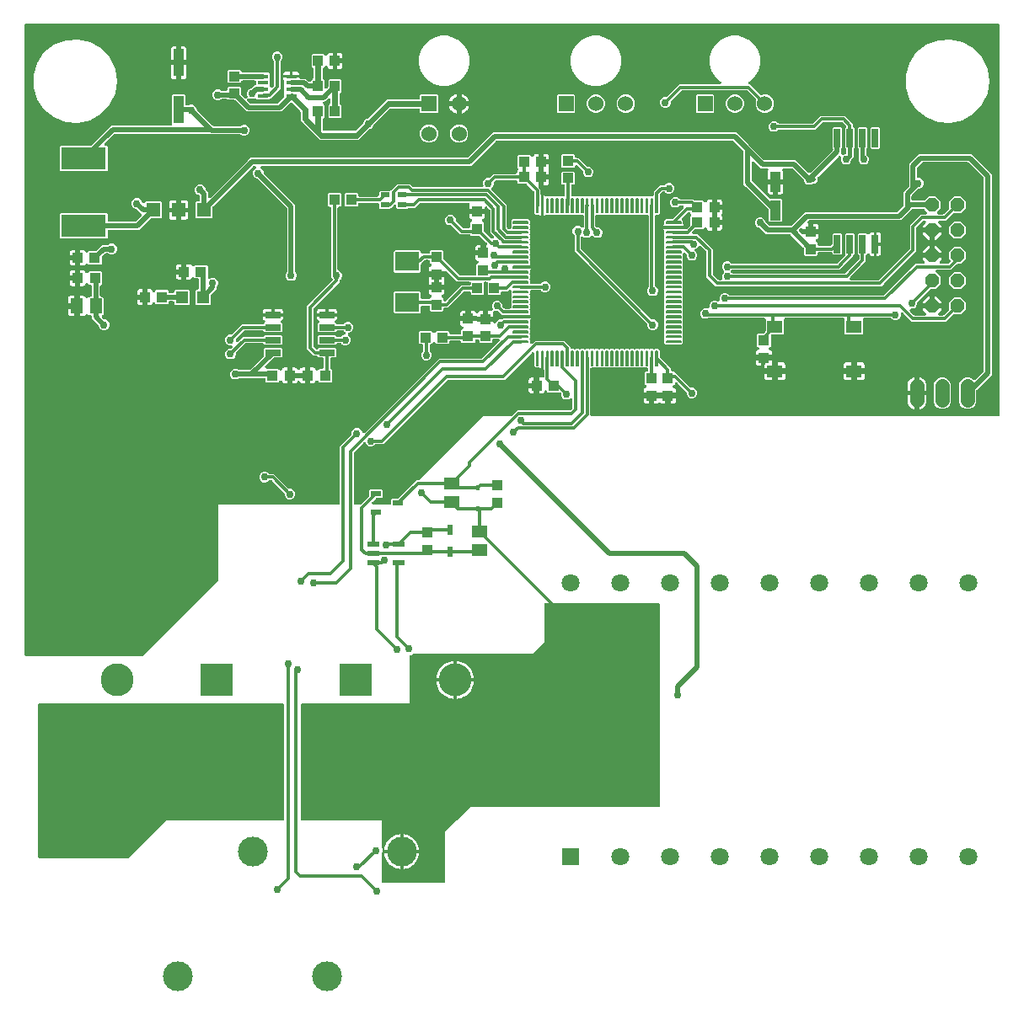
<source format=gbr>
G04 EAGLE Gerber RS-274X export*
G75*
%MOMM*%
%FSLAX34Y34*%
%LPD*%
%INTop Copper*%
%IPPOS*%
%AMOC8*
5,1,8,0,0,1.08239X$1,22.5*%
G01*
%ADD10R,1.200000X1.200000*%
%ADD11R,1.530000X1.530000*%
%ADD12C,1.530000*%
%ADD13R,1.000000X1.100000*%
%ADD14R,1.000000X2.800000*%
%ADD15R,1.100000X1.000000*%
%ADD16R,1.408000X1.408000*%
%ADD17R,4.500000X2.250000*%
%ADD18R,1.300000X1.500000*%
%ADD19R,1.050000X1.080000*%
%ADD20C,0.140000*%
%ADD21R,1.080000X1.050000*%
%ADD22R,1.550000X1.300000*%
%ADD23C,1.422400*%
%ADD24R,1.079500X0.457200*%
%ADD25P,1.539592X8X112.500000*%
%ADD26R,2.400000X1.900000*%
%ADD27R,1.000000X2.000000*%
%ADD28R,1.528000X0.650000*%
%ADD29C,3.000000*%
%ADD30R,1.800000X1.800000*%
%ADD31C,1.800000*%
%ADD32R,3.300000X3.300000*%
%ADD33C,3.300000*%
%ADD34R,0.600000X1.000000*%
%ADD35R,1.500000X1.300000*%
%ADD36R,1.200000X0.600000*%
%ADD37R,1.050000X0.600000*%
%ADD38R,0.450000X0.600000*%
%ADD39R,0.650000X1.850000*%
%ADD40R,0.850000X0.500000*%
%ADD41C,1.056400*%
%ADD42C,1.006400*%
%ADD43C,0.756400*%
%ADD44C,0.304800*%
%ADD45C,0.508000*%
%ADD46C,0.609600*%
%ADD47C,0.406400*%

G36*
X128396Y354091D02*
X128396Y354091D01*
X128522Y354098D01*
X128568Y354111D01*
X128616Y354117D01*
X128735Y354159D01*
X128857Y354194D01*
X128899Y354218D01*
X128944Y354234D01*
X129051Y354303D01*
X129161Y354364D01*
X129207Y354404D01*
X129237Y354423D01*
X129271Y354458D01*
X129347Y354523D01*
X204277Y429453D01*
X204356Y429552D01*
X204440Y429646D01*
X204464Y429688D01*
X204494Y429726D01*
X204548Y429840D01*
X204609Y429951D01*
X204622Y429997D01*
X204643Y430041D01*
X204669Y430164D01*
X204704Y430286D01*
X204709Y430347D01*
X204716Y430382D01*
X204715Y430430D01*
X204723Y430530D01*
X204723Y506477D01*
X325628Y506477D01*
X325654Y506480D01*
X325680Y506478D01*
X325827Y506500D01*
X325974Y506517D01*
X325999Y506525D01*
X326025Y506529D01*
X326163Y506584D01*
X326302Y506634D01*
X326324Y506648D01*
X326349Y506658D01*
X326470Y506743D01*
X326595Y506823D01*
X326613Y506842D01*
X326635Y506857D01*
X326734Y506967D01*
X326837Y507074D01*
X326851Y507096D01*
X326868Y507116D01*
X326940Y507246D01*
X327016Y507373D01*
X327024Y507398D01*
X327037Y507421D01*
X327077Y507564D01*
X327122Y507705D01*
X327124Y507731D01*
X327132Y507756D01*
X327151Y508000D01*
X327151Y565143D01*
X338417Y576409D01*
X338496Y576508D01*
X338580Y576602D01*
X338604Y576644D01*
X338634Y576682D01*
X338688Y576796D01*
X338749Y576907D01*
X338762Y576953D01*
X338783Y576997D01*
X338809Y577120D01*
X338844Y577242D01*
X338849Y577303D01*
X338856Y577338D01*
X338855Y577386D01*
X338863Y577486D01*
X338863Y578906D01*
X339671Y580856D01*
X341164Y582349D01*
X343114Y583157D01*
X345226Y583157D01*
X347176Y582349D01*
X348669Y580856D01*
X349444Y578984D01*
X349517Y578853D01*
X349586Y578719D01*
X349602Y578701D01*
X349613Y578680D01*
X349714Y578568D01*
X349812Y578454D01*
X349831Y578439D01*
X349848Y578422D01*
X349971Y578336D01*
X350092Y578247D01*
X350114Y578237D01*
X350134Y578223D01*
X350274Y578168D01*
X350412Y578109D01*
X350436Y578104D01*
X350458Y578096D01*
X350607Y578074D01*
X350755Y578047D01*
X350779Y578048D01*
X350803Y578045D01*
X350953Y578057D01*
X351103Y578065D01*
X351126Y578072D01*
X351151Y578074D01*
X351294Y578120D01*
X351438Y578161D01*
X351459Y578173D01*
X351482Y578181D01*
X351611Y578258D01*
X351742Y578332D01*
X351764Y578350D01*
X351781Y578360D01*
X351815Y578393D01*
X351929Y578490D01*
X426727Y653289D01*
X469276Y653289D01*
X469402Y653303D01*
X469528Y653310D01*
X469574Y653323D01*
X469622Y653329D01*
X469741Y653371D01*
X469863Y653406D01*
X469905Y653430D01*
X469951Y653446D01*
X470057Y653515D01*
X470167Y653576D01*
X470213Y653616D01*
X470243Y653635D01*
X470277Y653670D01*
X470353Y653735D01*
X486999Y670381D01*
X487062Y670459D01*
X487132Y670532D01*
X487170Y670596D01*
X487216Y670654D01*
X487259Y670745D01*
X487310Y670831D01*
X487333Y670902D01*
X487365Y670969D01*
X487386Y671067D01*
X487417Y671163D01*
X487423Y671237D01*
X487438Y671310D01*
X487437Y671410D01*
X487445Y671510D01*
X487434Y671584D01*
X487432Y671658D01*
X487408Y671755D01*
X487393Y671855D01*
X487365Y671924D01*
X487347Y671996D01*
X487301Y672086D01*
X487264Y672179D01*
X487222Y672240D01*
X487188Y672306D01*
X487122Y672383D01*
X487065Y672465D01*
X487010Y672515D01*
X486962Y672571D01*
X486881Y672631D01*
X486806Y672698D01*
X486741Y672734D01*
X486682Y672779D01*
X486589Y672818D01*
X486501Y672867D01*
X486430Y672887D01*
X486362Y672917D01*
X486263Y672934D01*
X486166Y672962D01*
X486066Y672970D01*
X486019Y672978D01*
X485983Y672976D01*
X485922Y672981D01*
X481758Y672981D01*
X481732Y672978D01*
X481706Y672980D01*
X481559Y672958D01*
X481412Y672941D01*
X481387Y672933D01*
X481361Y672929D01*
X481223Y672874D01*
X481084Y672824D01*
X481062Y672810D01*
X481037Y672800D01*
X480916Y672715D01*
X480791Y672635D01*
X480773Y672616D01*
X480751Y672601D01*
X480652Y672491D01*
X480549Y672384D01*
X480535Y672362D01*
X480518Y672342D01*
X480446Y672212D01*
X480370Y672085D01*
X480362Y672060D01*
X480349Y672037D01*
X480309Y671894D01*
X480264Y671753D01*
X480262Y671727D01*
X480254Y671702D01*
X480235Y671458D01*
X480235Y669898D01*
X479342Y669005D01*
X468078Y669005D01*
X467185Y669898D01*
X467185Y671208D01*
X467182Y671234D01*
X467184Y671260D01*
X467162Y671407D01*
X467145Y671554D01*
X467137Y671579D01*
X467133Y671605D01*
X467078Y671743D01*
X467028Y671882D01*
X467014Y671904D01*
X467004Y671929D01*
X466919Y672050D01*
X466839Y672175D01*
X466820Y672193D01*
X466805Y672215D01*
X466695Y672314D01*
X466588Y672417D01*
X466566Y672431D01*
X466546Y672448D01*
X466416Y672520D01*
X466289Y672596D01*
X466264Y672604D01*
X466241Y672617D01*
X466098Y672657D01*
X465957Y672702D01*
X465931Y672704D01*
X465906Y672712D01*
X465662Y672731D01*
X464378Y672731D01*
X464352Y672728D01*
X464326Y672730D01*
X464179Y672708D01*
X464032Y672691D01*
X464007Y672683D01*
X463981Y672679D01*
X463843Y672624D01*
X463704Y672574D01*
X463682Y672560D01*
X463657Y672550D01*
X463536Y672465D01*
X463411Y672385D01*
X463393Y672366D01*
X463371Y672351D01*
X463272Y672241D01*
X463169Y672134D01*
X463155Y672112D01*
X463138Y672092D01*
X463066Y671962D01*
X462990Y671835D01*
X462982Y671810D01*
X462969Y671787D01*
X462929Y671644D01*
X462884Y671503D01*
X462882Y671477D01*
X462874Y671452D01*
X462855Y671208D01*
X462855Y669898D01*
X461962Y669005D01*
X449898Y669005D01*
X448996Y669908D01*
X448982Y669997D01*
X448965Y670144D01*
X448957Y670169D01*
X448953Y670195D01*
X448898Y670333D01*
X448848Y670472D01*
X448834Y670494D01*
X448824Y670519D01*
X448739Y670640D01*
X448659Y670765D01*
X448640Y670783D01*
X448625Y670805D01*
X448515Y670904D01*
X448408Y671007D01*
X448386Y671021D01*
X448366Y671038D01*
X448236Y671110D01*
X448109Y671186D01*
X448084Y671194D01*
X448061Y671207D01*
X447918Y671247D01*
X447777Y671292D01*
X447751Y671294D01*
X447726Y671302D01*
X447482Y671321D01*
X438688Y671321D01*
X438662Y671318D01*
X438636Y671320D01*
X438489Y671298D01*
X438342Y671281D01*
X438317Y671273D01*
X438291Y671269D01*
X438153Y671214D01*
X438014Y671164D01*
X437992Y671150D01*
X437967Y671140D01*
X437846Y671055D01*
X437721Y670975D01*
X437703Y670956D01*
X437681Y670941D01*
X437582Y670831D01*
X437479Y670724D01*
X437465Y670702D01*
X437448Y670682D01*
X437376Y670552D01*
X437300Y670425D01*
X437292Y670400D01*
X437279Y670377D01*
X437239Y670234D01*
X437194Y670093D01*
X437192Y670067D01*
X437184Y670042D01*
X437165Y669798D01*
X437165Y668738D01*
X436272Y667845D01*
X424008Y667845D01*
X422717Y669137D01*
X422697Y669153D01*
X422680Y669173D01*
X422560Y669261D01*
X422444Y669353D01*
X422420Y669364D01*
X422399Y669380D01*
X422263Y669439D01*
X422129Y669502D01*
X422103Y669508D01*
X422079Y669518D01*
X421933Y669544D01*
X421788Y669576D01*
X421762Y669575D01*
X421736Y669580D01*
X421588Y669572D01*
X421440Y669570D01*
X421414Y669563D01*
X421388Y669562D01*
X421246Y669521D01*
X421102Y669485D01*
X421079Y669473D01*
X421053Y669465D01*
X420924Y669393D01*
X420792Y669325D01*
X420772Y669308D01*
X420749Y669295D01*
X420563Y669137D01*
X419272Y667845D01*
X418592Y667845D01*
X418566Y667842D01*
X418540Y667844D01*
X418393Y667822D01*
X418246Y667805D01*
X418221Y667797D01*
X418195Y667793D01*
X418057Y667738D01*
X417918Y667688D01*
X417896Y667674D01*
X417871Y667664D01*
X417750Y667579D01*
X417625Y667499D01*
X417607Y667480D01*
X417585Y667465D01*
X417486Y667355D01*
X417383Y667248D01*
X417369Y667226D01*
X417352Y667206D01*
X417280Y667076D01*
X417204Y666949D01*
X417196Y666924D01*
X417183Y666901D01*
X417143Y666758D01*
X417098Y666617D01*
X417096Y666591D01*
X417088Y666566D01*
X417069Y666322D01*
X417069Y661677D01*
X417083Y661551D01*
X417090Y661425D01*
X417103Y661379D01*
X417109Y661331D01*
X417151Y661212D01*
X417186Y661090D01*
X417210Y661048D01*
X417226Y661003D01*
X417295Y660897D01*
X417356Y660786D01*
X417396Y660740D01*
X417415Y660710D01*
X417450Y660676D01*
X417515Y660600D01*
X418519Y659596D01*
X419327Y657646D01*
X419327Y655534D01*
X418519Y653584D01*
X417026Y652091D01*
X415076Y651283D01*
X412964Y651283D01*
X411014Y652091D01*
X409521Y653584D01*
X408713Y655534D01*
X408713Y657646D01*
X409521Y659596D01*
X410525Y660600D01*
X410604Y660699D01*
X410688Y660793D01*
X410712Y660835D01*
X410742Y660873D01*
X410796Y660987D01*
X410857Y661098D01*
X410870Y661144D01*
X410891Y661188D01*
X410917Y661311D01*
X410952Y661433D01*
X410957Y661494D01*
X410964Y661529D01*
X410963Y661577D01*
X410971Y661677D01*
X410971Y666322D01*
X410968Y666348D01*
X410970Y666374D01*
X410948Y666520D01*
X410931Y666668D01*
X410923Y666693D01*
X410919Y666719D01*
X410864Y666857D01*
X410814Y666996D01*
X410800Y667018D01*
X410790Y667043D01*
X410705Y667164D01*
X410625Y667289D01*
X410606Y667307D01*
X410591Y667329D01*
X410481Y667428D01*
X410374Y667531D01*
X410352Y667545D01*
X410332Y667562D01*
X410202Y667634D01*
X410075Y667710D01*
X410050Y667718D01*
X410027Y667731D01*
X409884Y667771D01*
X409743Y667816D01*
X409717Y667818D01*
X409692Y667826D01*
X409448Y667845D01*
X407008Y667845D01*
X406115Y668738D01*
X406115Y680002D01*
X407008Y680895D01*
X419272Y680895D01*
X420563Y679603D01*
X420583Y679587D01*
X420600Y679567D01*
X420720Y679479D01*
X420836Y679387D01*
X420860Y679376D01*
X420881Y679360D01*
X421017Y679301D01*
X421151Y679238D01*
X421177Y679232D01*
X421201Y679222D01*
X421347Y679196D01*
X421492Y679164D01*
X421518Y679165D01*
X421544Y679160D01*
X421692Y679168D01*
X421840Y679170D01*
X421866Y679177D01*
X421892Y679178D01*
X422034Y679219D01*
X422178Y679255D01*
X422201Y679267D01*
X422227Y679275D01*
X422356Y679347D01*
X422488Y679415D01*
X422508Y679432D01*
X422531Y679445D01*
X422717Y679603D01*
X424008Y680895D01*
X436272Y680895D01*
X437165Y680002D01*
X437165Y678942D01*
X437168Y678916D01*
X437166Y678890D01*
X437188Y678743D01*
X437205Y678596D01*
X437213Y678571D01*
X437217Y678545D01*
X437272Y678407D01*
X437322Y678268D01*
X437336Y678246D01*
X437346Y678221D01*
X437431Y678100D01*
X437511Y677975D01*
X437530Y677957D01*
X437545Y677935D01*
X437655Y677836D01*
X437762Y677733D01*
X437784Y677719D01*
X437804Y677702D01*
X437934Y677630D01*
X438061Y677554D01*
X438086Y677546D01*
X438109Y677533D01*
X438252Y677493D01*
X438393Y677448D01*
X438419Y677446D01*
X438444Y677438D01*
X438688Y677419D01*
X447482Y677419D01*
X447508Y677422D01*
X447534Y677420D01*
X447681Y677442D01*
X447828Y677459D01*
X447853Y677467D01*
X447879Y677471D01*
X448017Y677526D01*
X448156Y677576D01*
X448178Y677590D01*
X448203Y677600D01*
X448324Y677685D01*
X448449Y677765D01*
X448467Y677784D01*
X448489Y677799D01*
X448588Y677909D01*
X448691Y678016D01*
X448705Y678038D01*
X448722Y678058D01*
X448794Y678188D01*
X448870Y678315D01*
X448878Y678340D01*
X448891Y678363D01*
X448931Y678506D01*
X448976Y678647D01*
X448978Y678673D01*
X448986Y678698D01*
X449005Y678942D01*
X449005Y681662D01*
X449947Y682603D01*
X450064Y682645D01*
X450207Y682691D01*
X450228Y682704D01*
X450251Y682712D01*
X450377Y682793D01*
X450506Y682870D01*
X450523Y682888D01*
X450544Y682901D01*
X450648Y683009D01*
X450756Y683113D01*
X450769Y683134D01*
X450786Y683152D01*
X450863Y683280D01*
X450944Y683406D01*
X450953Y683430D01*
X450965Y683451D01*
X451011Y683593D01*
X451061Y683734D01*
X451064Y683759D01*
X451072Y683783D01*
X451084Y683932D01*
X451100Y684081D01*
X451097Y684106D01*
X451099Y684130D01*
X451077Y684278D01*
X451060Y684427D01*
X451051Y684450D01*
X451048Y684475D01*
X450992Y684614D01*
X450942Y684755D01*
X450928Y684776D01*
X450919Y684799D01*
X450834Y684921D01*
X450752Y685047D01*
X450734Y685065D01*
X450720Y685085D01*
X450609Y685185D01*
X450501Y685289D01*
X450480Y685302D01*
X450461Y685318D01*
X450330Y685391D01*
X450202Y685467D01*
X450173Y685477D01*
X450156Y685487D01*
X450111Y685500D01*
X449971Y685549D01*
X449549Y685662D01*
X448970Y685997D01*
X448497Y686470D01*
X448162Y687049D01*
X447989Y687695D01*
X447989Y690656D01*
X454829Y690656D01*
X454855Y690659D01*
X454881Y690657D01*
X455028Y690679D01*
X455175Y690696D01*
X455200Y690704D01*
X455226Y690708D01*
X455363Y690763D01*
X455503Y690813D01*
X455525Y690827D01*
X455550Y690837D01*
X455671Y690922D01*
X455796Y691002D01*
X455814Y691021D01*
X455836Y691036D01*
X455927Y691137D01*
X455998Y691073D01*
X456105Y690970D01*
X456128Y690956D01*
X456147Y690939D01*
X456277Y690867D01*
X456404Y690791D01*
X456429Y690783D01*
X456452Y690770D01*
X456595Y690730D01*
X456736Y690685D01*
X456762Y690682D01*
X456787Y690675D01*
X457031Y690656D01*
X464796Y690656D01*
X464815Y690645D01*
X464958Y690605D01*
X465099Y690560D01*
X465125Y690557D01*
X465150Y690550D01*
X465394Y690531D01*
X472734Y690531D01*
X472760Y690534D01*
X472786Y690532D01*
X472933Y690554D01*
X473080Y690571D01*
X473105Y690579D01*
X473131Y690583D01*
X473268Y690638D01*
X473408Y690688D01*
X473430Y690702D01*
X473455Y690712D01*
X473576Y690797D01*
X473701Y690877D01*
X473713Y690890D01*
X473760Y690845D01*
X473783Y690831D01*
X473802Y690814D01*
X473932Y690742D01*
X474059Y690666D01*
X474084Y690658D01*
X474107Y690645D01*
X474250Y690605D01*
X474391Y690560D01*
X474417Y690557D01*
X474442Y690550D01*
X474686Y690531D01*
X481251Y690531D01*
X481251Y690007D01*
X481256Y689957D01*
X481254Y689907D01*
X481276Y689785D01*
X481291Y689661D01*
X481308Y689614D01*
X481317Y689564D01*
X481366Y689450D01*
X481408Y689333D01*
X481435Y689291D01*
X481456Y689245D01*
X481530Y689145D01*
X481597Y689040D01*
X481633Y689005D01*
X481663Y688965D01*
X481758Y688884D01*
X481848Y688798D01*
X481891Y688772D01*
X481929Y688740D01*
X482040Y688683D01*
X482147Y688619D01*
X482195Y688604D01*
X482240Y688581D01*
X482360Y688551D01*
X482479Y688513D01*
X482529Y688509D01*
X482578Y688497D01*
X482702Y688495D01*
X482826Y688485D01*
X482876Y688492D01*
X482926Y688492D01*
X483048Y688518D01*
X483171Y688537D01*
X483218Y688555D01*
X483267Y688566D01*
X483379Y688619D01*
X483495Y688665D01*
X483536Y688694D01*
X483582Y688716D01*
X483679Y688793D01*
X483781Y688864D01*
X483814Y688902D01*
X483854Y688933D01*
X483931Y689031D01*
X484014Y689123D01*
X484039Y689167D01*
X484070Y689207D01*
X484181Y689424D01*
X484451Y690076D01*
X485944Y691569D01*
X487894Y692377D01*
X489314Y692377D01*
X489440Y692391D01*
X489566Y692398D01*
X489612Y692411D01*
X489660Y692417D01*
X489779Y692459D01*
X489901Y692494D01*
X489943Y692518D01*
X489989Y692534D01*
X490095Y692603D01*
X490205Y692664D01*
X490251Y692704D01*
X490281Y692723D01*
X490315Y692758D01*
X490391Y692823D01*
X490867Y693299D01*
X496806Y693299D01*
X496832Y693302D01*
X496858Y693300D01*
X497005Y693322D01*
X497152Y693339D01*
X497177Y693347D01*
X497203Y693351D01*
X497341Y693406D01*
X497480Y693456D01*
X497502Y693470D01*
X497527Y693480D01*
X497648Y693565D01*
X497773Y693645D01*
X497791Y693664D01*
X497813Y693679D01*
X497856Y693727D01*
X508670Y693727D01*
X518904Y693727D01*
X518790Y693299D01*
X518331Y692504D01*
X518278Y692445D01*
X518254Y692403D01*
X518224Y692365D01*
X518170Y692251D01*
X518109Y692140D01*
X518096Y692093D01*
X518075Y692050D01*
X518049Y691926D01*
X518014Y691804D01*
X518009Y691744D01*
X518002Y691709D01*
X518003Y691661D01*
X517995Y691561D01*
X517995Y688577D01*
X517977Y688554D01*
X517966Y688530D01*
X517950Y688509D01*
X517891Y688373D01*
X517828Y688239D01*
X517822Y688213D01*
X517812Y688189D01*
X517786Y688043D01*
X517754Y687898D01*
X517755Y687872D01*
X517750Y687846D01*
X517758Y687698D01*
X517760Y687550D01*
X517767Y687524D01*
X517768Y687498D01*
X517809Y687356D01*
X517845Y687212D01*
X517857Y687189D01*
X517865Y687163D01*
X517937Y687034D01*
X517995Y686922D01*
X517995Y683577D01*
X517977Y683554D01*
X517966Y683530D01*
X517950Y683509D01*
X517891Y683373D01*
X517828Y683239D01*
X517822Y683213D01*
X517812Y683189D01*
X517786Y683043D01*
X517754Y682898D01*
X517755Y682872D01*
X517750Y682846D01*
X517758Y682698D01*
X517760Y682550D01*
X517767Y682524D01*
X517768Y682498D01*
X517809Y682356D01*
X517845Y682212D01*
X517857Y682189D01*
X517865Y682163D01*
X517937Y682034D01*
X517995Y681922D01*
X517995Y678577D01*
X517977Y678554D01*
X517966Y678530D01*
X517950Y678509D01*
X517891Y678373D01*
X517828Y678239D01*
X517822Y678213D01*
X517812Y678189D01*
X517786Y678043D01*
X517754Y677898D01*
X517755Y677872D01*
X517750Y677846D01*
X517758Y677698D01*
X517760Y677550D01*
X517767Y677524D01*
X517768Y677498D01*
X517809Y677356D01*
X517845Y677212D01*
X517857Y677189D01*
X517865Y677163D01*
X517937Y677034D01*
X517995Y676922D01*
X517995Y673577D01*
X517977Y673554D01*
X517966Y673530D01*
X517950Y673509D01*
X517891Y673373D01*
X517828Y673239D01*
X517822Y673213D01*
X517812Y673189D01*
X517786Y673043D01*
X517754Y672898D01*
X517755Y672872D01*
X517750Y672846D01*
X517758Y672698D01*
X517760Y672550D01*
X517767Y672524D01*
X517768Y672498D01*
X517809Y672356D01*
X517845Y672212D01*
X517857Y672189D01*
X517865Y672163D01*
X517937Y672034D01*
X517995Y671922D01*
X517995Y669494D01*
X518006Y669394D01*
X518008Y669294D01*
X518026Y669221D01*
X518035Y669148D01*
X518068Y669053D01*
X518093Y668956D01*
X518127Y668889D01*
X518152Y668819D01*
X518207Y668735D01*
X518253Y668646D01*
X518301Y668589D01*
X518341Y668527D01*
X518413Y668457D01*
X518478Y668380D01*
X518538Y668336D01*
X518592Y668284D01*
X518678Y668233D01*
X518759Y668173D01*
X518827Y668144D01*
X518891Y668106D01*
X518987Y668075D01*
X519079Y668035D01*
X519152Y668022D01*
X519223Y667999D01*
X519323Y667991D01*
X519422Y667974D01*
X519496Y667977D01*
X519570Y667971D01*
X519670Y667986D01*
X519770Y667991D01*
X519841Y668012D01*
X519915Y668023D01*
X520008Y668060D01*
X520105Y668088D01*
X520170Y668124D01*
X520239Y668152D01*
X520321Y668209D01*
X520409Y668258D01*
X520485Y668323D01*
X520525Y668351D01*
X520549Y668377D01*
X520595Y668417D01*
X523247Y671069D01*
X552443Y671069D01*
X558519Y664993D01*
X558519Y664298D01*
X558522Y664272D01*
X558520Y664246D01*
X558542Y664099D01*
X558559Y663952D01*
X558567Y663927D01*
X558571Y663901D01*
X558626Y663763D01*
X558676Y663624D01*
X558690Y663602D01*
X558700Y663577D01*
X558785Y663456D01*
X558865Y663331D01*
X558884Y663313D01*
X558899Y663291D01*
X559009Y663192D01*
X559116Y663089D01*
X559138Y663075D01*
X559158Y663058D01*
X559288Y662986D01*
X559415Y662910D01*
X559440Y662902D01*
X559463Y662889D01*
X559606Y662849D01*
X559747Y662804D01*
X559773Y662802D01*
X559798Y662794D01*
X560042Y662775D01*
X562143Y662775D01*
X562166Y662757D01*
X562190Y662746D01*
X562211Y662730D01*
X562347Y662671D01*
X562481Y662608D01*
X562507Y662602D01*
X562531Y662592D01*
X562677Y662566D01*
X562822Y662534D01*
X562848Y662535D01*
X562874Y662530D01*
X563022Y662538D01*
X563170Y662540D01*
X563196Y662547D01*
X563222Y662548D01*
X563364Y662589D01*
X563508Y662625D01*
X563531Y662637D01*
X563557Y662645D01*
X563686Y662717D01*
X563798Y662775D01*
X567143Y662775D01*
X567166Y662757D01*
X567190Y662746D01*
X567211Y662730D01*
X567347Y662671D01*
X567481Y662608D01*
X567507Y662602D01*
X567531Y662592D01*
X567677Y662566D01*
X567822Y662534D01*
X567848Y662535D01*
X567874Y662530D01*
X568022Y662538D01*
X568170Y662540D01*
X568196Y662547D01*
X568222Y662548D01*
X568364Y662589D01*
X568508Y662625D01*
X568531Y662637D01*
X568557Y662645D01*
X568686Y662717D01*
X568798Y662775D01*
X572143Y662775D01*
X572166Y662757D01*
X572190Y662746D01*
X572211Y662730D01*
X572347Y662671D01*
X572481Y662608D01*
X572507Y662602D01*
X572531Y662592D01*
X572677Y662566D01*
X572822Y662534D01*
X572848Y662535D01*
X572874Y662530D01*
X573022Y662538D01*
X573170Y662540D01*
X573196Y662547D01*
X573222Y662548D01*
X573364Y662589D01*
X573508Y662625D01*
X573531Y662637D01*
X573557Y662645D01*
X573686Y662717D01*
X573798Y662775D01*
X577143Y662775D01*
X577166Y662757D01*
X577190Y662746D01*
X577211Y662730D01*
X577347Y662671D01*
X577481Y662608D01*
X577507Y662602D01*
X577531Y662592D01*
X577677Y662566D01*
X577822Y662534D01*
X577848Y662535D01*
X577874Y662530D01*
X578022Y662538D01*
X578170Y662540D01*
X578196Y662547D01*
X578222Y662548D01*
X578364Y662589D01*
X578508Y662625D01*
X578531Y662637D01*
X578557Y662645D01*
X578686Y662717D01*
X578798Y662775D01*
X582143Y662775D01*
X582166Y662757D01*
X582190Y662746D01*
X582211Y662730D01*
X582347Y662671D01*
X582481Y662608D01*
X582507Y662602D01*
X582531Y662592D01*
X582677Y662566D01*
X582822Y662534D01*
X582848Y662535D01*
X582874Y662530D01*
X583022Y662538D01*
X583170Y662540D01*
X583196Y662547D01*
X583222Y662548D01*
X583364Y662589D01*
X583508Y662625D01*
X583531Y662637D01*
X583557Y662645D01*
X583686Y662717D01*
X583798Y662775D01*
X587143Y662775D01*
X587166Y662757D01*
X587190Y662746D01*
X587211Y662730D01*
X587347Y662671D01*
X587481Y662608D01*
X587507Y662602D01*
X587531Y662592D01*
X587677Y662566D01*
X587822Y662534D01*
X587848Y662535D01*
X587874Y662530D01*
X588022Y662538D01*
X588170Y662540D01*
X588196Y662547D01*
X588222Y662548D01*
X588364Y662589D01*
X588508Y662625D01*
X588531Y662637D01*
X588557Y662645D01*
X588686Y662717D01*
X588798Y662775D01*
X592143Y662775D01*
X592166Y662757D01*
X592190Y662746D01*
X592211Y662730D01*
X592347Y662671D01*
X592481Y662608D01*
X592507Y662602D01*
X592531Y662592D01*
X592677Y662566D01*
X592822Y662534D01*
X592848Y662535D01*
X592874Y662530D01*
X593022Y662538D01*
X593170Y662540D01*
X593196Y662547D01*
X593222Y662548D01*
X593364Y662589D01*
X593508Y662625D01*
X593531Y662637D01*
X593557Y662645D01*
X593686Y662717D01*
X593798Y662775D01*
X597143Y662775D01*
X597166Y662757D01*
X597190Y662746D01*
X597211Y662730D01*
X597347Y662671D01*
X597481Y662608D01*
X597507Y662602D01*
X597531Y662592D01*
X597677Y662566D01*
X597822Y662534D01*
X597848Y662535D01*
X597874Y662530D01*
X598022Y662538D01*
X598170Y662540D01*
X598196Y662547D01*
X598222Y662548D01*
X598364Y662589D01*
X598508Y662625D01*
X598531Y662637D01*
X598557Y662645D01*
X598686Y662717D01*
X598798Y662775D01*
X602143Y662775D01*
X602166Y662757D01*
X602190Y662746D01*
X602211Y662730D01*
X602347Y662671D01*
X602481Y662608D01*
X602507Y662602D01*
X602531Y662592D01*
X602677Y662566D01*
X602822Y662534D01*
X602848Y662535D01*
X602874Y662530D01*
X603022Y662538D01*
X603170Y662540D01*
X603196Y662547D01*
X603222Y662548D01*
X603364Y662589D01*
X603508Y662625D01*
X603531Y662637D01*
X603557Y662645D01*
X603686Y662717D01*
X603798Y662775D01*
X607143Y662775D01*
X607166Y662757D01*
X607190Y662746D01*
X607211Y662730D01*
X607347Y662671D01*
X607481Y662608D01*
X607507Y662602D01*
X607531Y662592D01*
X607677Y662566D01*
X607822Y662534D01*
X607848Y662535D01*
X607874Y662530D01*
X608022Y662538D01*
X608170Y662540D01*
X608196Y662547D01*
X608222Y662548D01*
X608364Y662589D01*
X608508Y662625D01*
X608531Y662637D01*
X608557Y662645D01*
X608686Y662717D01*
X608798Y662775D01*
X612143Y662775D01*
X612166Y662757D01*
X612190Y662746D01*
X612211Y662730D01*
X612347Y662671D01*
X612481Y662608D01*
X612507Y662602D01*
X612531Y662592D01*
X612677Y662566D01*
X612822Y662534D01*
X612848Y662535D01*
X612874Y662530D01*
X613022Y662538D01*
X613170Y662540D01*
X613196Y662547D01*
X613222Y662548D01*
X613364Y662589D01*
X613508Y662625D01*
X613531Y662637D01*
X613557Y662645D01*
X613686Y662717D01*
X613798Y662775D01*
X617143Y662775D01*
X617166Y662757D01*
X617190Y662746D01*
X617211Y662730D01*
X617347Y662671D01*
X617481Y662608D01*
X617507Y662602D01*
X617531Y662592D01*
X617677Y662566D01*
X617822Y662534D01*
X617848Y662535D01*
X617874Y662530D01*
X618022Y662538D01*
X618170Y662540D01*
X618196Y662547D01*
X618222Y662548D01*
X618364Y662589D01*
X618508Y662625D01*
X618531Y662637D01*
X618557Y662645D01*
X618686Y662717D01*
X618798Y662775D01*
X622143Y662775D01*
X622166Y662757D01*
X622190Y662746D01*
X622211Y662730D01*
X622347Y662671D01*
X622481Y662608D01*
X622507Y662602D01*
X622531Y662592D01*
X622677Y662566D01*
X622822Y662534D01*
X622848Y662535D01*
X622874Y662530D01*
X623022Y662538D01*
X623170Y662540D01*
X623196Y662547D01*
X623222Y662548D01*
X623364Y662589D01*
X623508Y662625D01*
X623531Y662637D01*
X623557Y662645D01*
X623686Y662717D01*
X623798Y662775D01*
X627143Y662775D01*
X627166Y662757D01*
X627190Y662746D01*
X627211Y662730D01*
X627347Y662671D01*
X627481Y662608D01*
X627507Y662602D01*
X627531Y662592D01*
X627677Y662566D01*
X627822Y662534D01*
X627848Y662535D01*
X627874Y662530D01*
X628022Y662538D01*
X628170Y662540D01*
X628196Y662547D01*
X628222Y662548D01*
X628364Y662589D01*
X628508Y662625D01*
X628531Y662637D01*
X628557Y662645D01*
X628686Y662717D01*
X628798Y662775D01*
X632143Y662775D01*
X632166Y662757D01*
X632190Y662746D01*
X632211Y662730D01*
X632347Y662671D01*
X632481Y662608D01*
X632507Y662602D01*
X632531Y662592D01*
X632677Y662566D01*
X632822Y662534D01*
X632848Y662535D01*
X632874Y662530D01*
X633022Y662538D01*
X633170Y662540D01*
X633196Y662547D01*
X633222Y662548D01*
X633364Y662589D01*
X633508Y662625D01*
X633531Y662637D01*
X633557Y662645D01*
X633686Y662717D01*
X633798Y662775D01*
X637143Y662775D01*
X637166Y662757D01*
X637190Y662746D01*
X637211Y662730D01*
X637347Y662671D01*
X637481Y662608D01*
X637507Y662602D01*
X637531Y662592D01*
X637677Y662566D01*
X637822Y662534D01*
X637848Y662535D01*
X637874Y662530D01*
X638022Y662538D01*
X638170Y662540D01*
X638196Y662547D01*
X638222Y662548D01*
X638364Y662589D01*
X638508Y662625D01*
X638531Y662637D01*
X638557Y662645D01*
X638686Y662717D01*
X638798Y662775D01*
X642143Y662775D01*
X642166Y662757D01*
X642190Y662746D01*
X642211Y662730D01*
X642347Y662671D01*
X642481Y662608D01*
X642507Y662602D01*
X642531Y662592D01*
X642677Y662566D01*
X642822Y662534D01*
X642848Y662535D01*
X642874Y662530D01*
X643022Y662538D01*
X643170Y662540D01*
X643196Y662547D01*
X643222Y662548D01*
X643364Y662589D01*
X643508Y662625D01*
X643531Y662637D01*
X643557Y662645D01*
X643686Y662717D01*
X643798Y662775D01*
X647092Y662775D01*
X648395Y661472D01*
X648395Y655468D01*
X648409Y655342D01*
X648416Y655216D01*
X648429Y655170D01*
X648435Y655122D01*
X648477Y655003D01*
X648512Y654881D01*
X648536Y654839D01*
X648552Y654793D01*
X648621Y654687D01*
X648682Y654577D01*
X648722Y654531D01*
X648741Y654501D01*
X648776Y654467D01*
X648841Y654391D01*
X659639Y643593D01*
X659639Y641888D01*
X659642Y641862D01*
X659640Y641836D01*
X659662Y641689D01*
X659679Y641542D01*
X659687Y641517D01*
X659691Y641491D01*
X659746Y641353D01*
X659796Y641214D01*
X659810Y641192D01*
X659820Y641167D01*
X659905Y641046D01*
X659985Y640921D01*
X660004Y640903D01*
X660019Y640881D01*
X660129Y640782D01*
X660236Y640679D01*
X660258Y640665D01*
X660278Y640648D01*
X660408Y640576D01*
X660535Y640500D01*
X660560Y640492D01*
X660583Y640479D01*
X660726Y640439D01*
X660867Y640394D01*
X660893Y640392D01*
X660918Y640384D01*
X661162Y640365D01*
X662622Y640365D01*
X663524Y639462D01*
X663538Y639373D01*
X663555Y639226D01*
X663563Y639201D01*
X663567Y639175D01*
X663622Y639037D01*
X663672Y638898D01*
X663686Y638876D01*
X663696Y638851D01*
X663781Y638730D01*
X663861Y638605D01*
X663880Y638587D01*
X663895Y638565D01*
X664005Y638466D01*
X664112Y638363D01*
X664134Y638349D01*
X664154Y638332D01*
X664284Y638260D01*
X664411Y638184D01*
X664436Y638176D01*
X664459Y638163D01*
X664602Y638123D01*
X664743Y638078D01*
X664769Y638076D01*
X664794Y638068D01*
X665038Y638049D01*
X665473Y638049D01*
X679279Y624243D01*
X679378Y624164D01*
X679472Y624080D01*
X679514Y624056D01*
X679552Y624026D01*
X679666Y623972D01*
X679777Y623911D01*
X679823Y623898D01*
X679867Y623877D01*
X679990Y623851D01*
X680112Y623816D01*
X680173Y623811D01*
X680208Y623804D01*
X680256Y623805D01*
X680356Y623797D01*
X681776Y623797D01*
X683726Y622989D01*
X685219Y621496D01*
X686027Y619546D01*
X686027Y617434D01*
X685219Y615484D01*
X683726Y613991D01*
X681776Y613183D01*
X679664Y613183D01*
X677714Y613991D01*
X676221Y615484D01*
X675413Y617434D01*
X675413Y618854D01*
X675399Y618980D01*
X675392Y619106D01*
X675379Y619152D01*
X675373Y619200D01*
X675331Y619319D01*
X675296Y619441D01*
X675272Y619483D01*
X675256Y619529D01*
X675187Y619635D01*
X675126Y619745D01*
X675086Y619791D01*
X675067Y619821D01*
X675032Y619855D01*
X674967Y619931D01*
X666115Y628783D01*
X666037Y628846D01*
X665964Y628916D01*
X665900Y628954D01*
X665842Y629000D01*
X665751Y629043D01*
X665665Y629094D01*
X665594Y629117D01*
X665527Y629149D01*
X665429Y629170D01*
X665333Y629201D01*
X665259Y629207D01*
X665186Y629222D01*
X665086Y629221D01*
X664986Y629229D01*
X664912Y629218D01*
X664838Y629216D01*
X664741Y629192D01*
X664641Y629177D01*
X664572Y629149D01*
X664500Y629131D01*
X664410Y629085D01*
X664317Y629048D01*
X664256Y629006D01*
X664190Y628972D01*
X664113Y628906D01*
X664031Y628849D01*
X663981Y628794D01*
X663925Y628746D01*
X663865Y628665D01*
X663798Y628590D01*
X663762Y628525D01*
X663717Y628466D01*
X663678Y628373D01*
X663629Y628285D01*
X663609Y628214D01*
X663579Y628146D01*
X663562Y628047D01*
X663534Y627950D01*
X663526Y627850D01*
X663518Y627803D01*
X663520Y627767D01*
X663515Y627709D01*
X662573Y626767D01*
X662456Y626725D01*
X662313Y626679D01*
X662292Y626666D01*
X662269Y626658D01*
X662143Y626577D01*
X662014Y626500D01*
X661997Y626482D01*
X661976Y626469D01*
X661872Y626361D01*
X661764Y626257D01*
X661751Y626236D01*
X661734Y626218D01*
X661657Y626090D01*
X661576Y625964D01*
X661567Y625940D01*
X661555Y625919D01*
X661509Y625777D01*
X661459Y625636D01*
X661456Y625611D01*
X661448Y625587D01*
X661436Y625438D01*
X661420Y625289D01*
X661423Y625264D01*
X661421Y625240D01*
X661443Y625092D01*
X661460Y624943D01*
X661469Y624920D01*
X661472Y624895D01*
X661528Y624756D01*
X661578Y624615D01*
X661592Y624594D01*
X661601Y624571D01*
X661686Y624449D01*
X661768Y624323D01*
X661786Y624305D01*
X661800Y624285D01*
X661911Y624185D01*
X662019Y624081D01*
X662040Y624068D01*
X662059Y624052D01*
X662190Y623979D01*
X662318Y623903D01*
X662347Y623893D01*
X662364Y623883D01*
X662409Y623870D01*
X662549Y623821D01*
X662971Y623708D01*
X663550Y623373D01*
X664023Y622900D01*
X664358Y622321D01*
X664531Y621675D01*
X664531Y618714D01*
X657691Y618714D01*
X657665Y618711D01*
X657639Y618713D01*
X657492Y618691D01*
X657345Y618674D01*
X657320Y618666D01*
X657294Y618662D01*
X657157Y618607D01*
X657017Y618557D01*
X656995Y618543D01*
X656970Y618533D01*
X656849Y618448D01*
X656724Y618368D01*
X656706Y618349D01*
X656684Y618334D01*
X656593Y618233D01*
X656522Y618297D01*
X656415Y618400D01*
X656392Y618414D01*
X656373Y618431D01*
X656243Y618503D01*
X656116Y618579D01*
X656091Y618587D01*
X656068Y618600D01*
X655925Y618640D01*
X655784Y618685D01*
X655758Y618687D01*
X655733Y618695D01*
X655489Y618714D01*
X641181Y618714D01*
X641155Y618711D01*
X641129Y618713D01*
X640982Y618691D01*
X640835Y618674D01*
X640810Y618666D01*
X640784Y618662D01*
X640647Y618607D01*
X640507Y618557D01*
X640485Y618543D01*
X640460Y618533D01*
X640339Y618448D01*
X640214Y618368D01*
X640196Y618349D01*
X640174Y618334D01*
X640083Y618233D01*
X640012Y618297D01*
X639905Y618400D01*
X639882Y618414D01*
X639863Y618431D01*
X639733Y618503D01*
X639606Y618579D01*
X639581Y618587D01*
X639558Y618600D01*
X639415Y618640D01*
X639274Y618685D01*
X639248Y618687D01*
X639223Y618695D01*
X638979Y618714D01*
X632139Y618714D01*
X632139Y621675D01*
X632312Y622321D01*
X632647Y622900D01*
X633120Y623373D01*
X633699Y623708D01*
X634121Y623821D01*
X634261Y623876D01*
X634401Y623926D01*
X634422Y623940D01*
X634445Y623949D01*
X634568Y624034D01*
X634694Y624115D01*
X634712Y624133D01*
X634732Y624147D01*
X634832Y624258D01*
X634936Y624366D01*
X634949Y624387D01*
X634966Y624406D01*
X635039Y624536D01*
X635115Y624665D01*
X635123Y624689D01*
X635135Y624710D01*
X635176Y624854D01*
X635222Y624997D01*
X635224Y625022D01*
X635230Y625045D01*
X635237Y625195D01*
X635249Y625344D01*
X635246Y625369D01*
X635247Y625394D01*
X635220Y625541D01*
X635198Y625689D01*
X635189Y625712D01*
X635184Y625736D01*
X635124Y625874D01*
X635069Y626013D01*
X635055Y626033D01*
X635045Y626056D01*
X634956Y626176D01*
X634870Y626299D01*
X634852Y626316D01*
X634837Y626335D01*
X634723Y626432D01*
X634611Y626532D01*
X634590Y626544D01*
X634571Y626560D01*
X634437Y626628D01*
X634306Y626701D01*
X634282Y626708D01*
X634260Y626719D01*
X634115Y626755D01*
X634106Y626757D01*
X633155Y627708D01*
X633155Y639472D01*
X634048Y640365D01*
X635508Y640365D01*
X635534Y640368D01*
X635560Y640366D01*
X635707Y640388D01*
X635854Y640405D01*
X635879Y640413D01*
X635905Y640417D01*
X636043Y640472D01*
X636182Y640522D01*
X636204Y640536D01*
X636229Y640546D01*
X636350Y640631D01*
X636475Y640711D01*
X636493Y640730D01*
X636515Y640745D01*
X636614Y640855D01*
X636717Y640962D01*
X636731Y640984D01*
X636748Y641004D01*
X636820Y641134D01*
X636896Y641261D01*
X636904Y641286D01*
X636917Y641309D01*
X636957Y641452D01*
X637002Y641593D01*
X637004Y641619D01*
X637012Y641644D01*
X637031Y641888D01*
X637031Y642602D01*
X637028Y642628D01*
X637030Y642654D01*
X637008Y642801D01*
X636991Y642948D01*
X636983Y642973D01*
X636979Y642999D01*
X636924Y643137D01*
X636874Y643276D01*
X636860Y643298D01*
X636850Y643323D01*
X636765Y643444D01*
X636685Y643569D01*
X636666Y643587D01*
X636651Y643609D01*
X636541Y643708D01*
X636434Y643811D01*
X636412Y643825D01*
X636392Y643842D01*
X636262Y643914D01*
X636135Y643990D01*
X636110Y643998D01*
X636087Y644011D01*
X635944Y644051D01*
X635803Y644096D01*
X635777Y644098D01*
X635752Y644106D01*
X635508Y644125D01*
X633797Y644125D01*
X633774Y644143D01*
X633750Y644155D01*
X633729Y644170D01*
X633593Y644229D01*
X633459Y644292D01*
X633433Y644298D01*
X633409Y644308D01*
X633263Y644334D01*
X633118Y644366D01*
X633092Y644365D01*
X633066Y644370D01*
X632918Y644362D01*
X632770Y644360D01*
X632744Y644353D01*
X632718Y644352D01*
X632575Y644311D01*
X632432Y644275D01*
X632408Y644263D01*
X632383Y644255D01*
X632254Y644183D01*
X632142Y644125D01*
X628797Y644125D01*
X628774Y644143D01*
X628750Y644155D01*
X628729Y644170D01*
X628593Y644229D01*
X628459Y644292D01*
X628433Y644298D01*
X628409Y644308D01*
X628263Y644334D01*
X628118Y644366D01*
X628092Y644365D01*
X628066Y644370D01*
X627918Y644362D01*
X627770Y644360D01*
X627744Y644353D01*
X627718Y644352D01*
X627575Y644311D01*
X627432Y644275D01*
X627408Y644263D01*
X627383Y644255D01*
X627254Y644183D01*
X627142Y644125D01*
X623797Y644125D01*
X623774Y644143D01*
X623750Y644155D01*
X623729Y644170D01*
X623593Y644229D01*
X623459Y644292D01*
X623433Y644298D01*
X623409Y644308D01*
X623263Y644334D01*
X623118Y644366D01*
X623092Y644365D01*
X623066Y644370D01*
X622918Y644362D01*
X622770Y644360D01*
X622744Y644353D01*
X622718Y644352D01*
X622575Y644311D01*
X622432Y644275D01*
X622408Y644263D01*
X622383Y644255D01*
X622254Y644183D01*
X622142Y644125D01*
X618797Y644125D01*
X618774Y644143D01*
X618750Y644155D01*
X618729Y644170D01*
X618593Y644229D01*
X618459Y644292D01*
X618433Y644298D01*
X618409Y644308D01*
X618263Y644334D01*
X618118Y644366D01*
X618092Y644365D01*
X618066Y644370D01*
X617918Y644362D01*
X617770Y644360D01*
X617744Y644353D01*
X617718Y644352D01*
X617575Y644311D01*
X617432Y644275D01*
X617408Y644263D01*
X617383Y644255D01*
X617254Y644183D01*
X617142Y644125D01*
X613797Y644125D01*
X613774Y644143D01*
X613750Y644155D01*
X613729Y644170D01*
X613593Y644229D01*
X613459Y644292D01*
X613433Y644298D01*
X613409Y644308D01*
X613263Y644334D01*
X613118Y644366D01*
X613092Y644365D01*
X613066Y644370D01*
X612918Y644362D01*
X612770Y644360D01*
X612744Y644353D01*
X612718Y644352D01*
X612575Y644311D01*
X612432Y644275D01*
X612408Y644263D01*
X612383Y644255D01*
X612254Y644183D01*
X612142Y644125D01*
X608797Y644125D01*
X608774Y644143D01*
X608750Y644155D01*
X608729Y644170D01*
X608593Y644229D01*
X608459Y644292D01*
X608433Y644298D01*
X608409Y644308D01*
X608263Y644334D01*
X608118Y644366D01*
X608092Y644365D01*
X608066Y644370D01*
X607918Y644362D01*
X607770Y644360D01*
X607744Y644353D01*
X607718Y644352D01*
X607575Y644311D01*
X607432Y644275D01*
X607408Y644263D01*
X607383Y644255D01*
X607254Y644183D01*
X607142Y644125D01*
X603797Y644125D01*
X603774Y644143D01*
X603750Y644155D01*
X603729Y644170D01*
X603593Y644229D01*
X603459Y644292D01*
X603433Y644298D01*
X603409Y644308D01*
X603263Y644334D01*
X603118Y644366D01*
X603092Y644365D01*
X603066Y644370D01*
X602918Y644362D01*
X602770Y644360D01*
X602744Y644353D01*
X602718Y644352D01*
X602575Y644311D01*
X602432Y644275D01*
X602408Y644263D01*
X602383Y644255D01*
X602254Y644183D01*
X602142Y644125D01*
X598797Y644125D01*
X598774Y644143D01*
X598750Y644155D01*
X598729Y644170D01*
X598593Y644229D01*
X598459Y644292D01*
X598433Y644298D01*
X598409Y644308D01*
X598263Y644334D01*
X598118Y644366D01*
X598092Y644365D01*
X598066Y644370D01*
X597918Y644362D01*
X597770Y644360D01*
X597744Y644353D01*
X597718Y644352D01*
X597575Y644311D01*
X597432Y644275D01*
X597408Y644263D01*
X597383Y644255D01*
X597254Y644183D01*
X597142Y644125D01*
X593797Y644125D01*
X593774Y644143D01*
X593750Y644155D01*
X593729Y644170D01*
X593593Y644229D01*
X593459Y644292D01*
X593433Y644298D01*
X593409Y644308D01*
X593263Y644334D01*
X593118Y644366D01*
X593092Y644365D01*
X593066Y644370D01*
X592918Y644362D01*
X592770Y644360D01*
X592744Y644353D01*
X592718Y644352D01*
X592575Y644311D01*
X592432Y644275D01*
X592408Y644263D01*
X592383Y644255D01*
X592254Y644183D01*
X592142Y644125D01*
X588797Y644125D01*
X588774Y644143D01*
X588750Y644155D01*
X588729Y644170D01*
X588593Y644229D01*
X588459Y644292D01*
X588433Y644298D01*
X588409Y644308D01*
X588263Y644334D01*
X588118Y644366D01*
X588092Y644365D01*
X588066Y644370D01*
X587918Y644362D01*
X587770Y644360D01*
X587744Y644353D01*
X587718Y644352D01*
X587575Y644311D01*
X587432Y644275D01*
X587408Y644263D01*
X587383Y644255D01*
X587254Y644183D01*
X587142Y644125D01*
X583797Y644125D01*
X583774Y644143D01*
X583750Y644155D01*
X583729Y644170D01*
X583593Y644229D01*
X583459Y644292D01*
X583433Y644298D01*
X583409Y644308D01*
X583263Y644334D01*
X583118Y644366D01*
X583092Y644365D01*
X583066Y644370D01*
X582918Y644362D01*
X582770Y644360D01*
X582744Y644353D01*
X582718Y644352D01*
X582575Y644311D01*
X582432Y644275D01*
X582408Y644263D01*
X582383Y644255D01*
X582254Y644183D01*
X582142Y644125D01*
X580042Y644125D01*
X580016Y644122D01*
X579990Y644124D01*
X579843Y644102D01*
X579696Y644085D01*
X579671Y644077D01*
X579645Y644073D01*
X579507Y644018D01*
X579368Y643968D01*
X579346Y643954D01*
X579321Y643944D01*
X579200Y643859D01*
X579075Y643779D01*
X579057Y643760D01*
X579035Y643745D01*
X578936Y643635D01*
X578833Y643528D01*
X578819Y643506D01*
X578802Y643486D01*
X578730Y643356D01*
X578654Y643229D01*
X578646Y643204D01*
X578633Y643181D01*
X578593Y643038D01*
X578548Y642897D01*
X578546Y642871D01*
X578538Y642846D01*
X578519Y642602D01*
X578519Y596900D01*
X578522Y596874D01*
X578520Y596848D01*
X578542Y596701D01*
X578559Y596554D01*
X578567Y596529D01*
X578571Y596503D01*
X578626Y596365D01*
X578676Y596226D01*
X578690Y596204D01*
X578700Y596179D01*
X578785Y596058D01*
X578865Y595933D01*
X578884Y595915D01*
X578899Y595893D01*
X579009Y595794D01*
X579116Y595691D01*
X579138Y595677D01*
X579158Y595660D01*
X579288Y595588D01*
X579415Y595512D01*
X579440Y595504D01*
X579463Y595491D01*
X579606Y595451D01*
X579747Y595406D01*
X579773Y595404D01*
X579798Y595396D01*
X580042Y595377D01*
X988317Y595377D01*
X988343Y595380D01*
X988369Y595378D01*
X988516Y595400D01*
X988663Y595417D01*
X988687Y595425D01*
X988713Y595429D01*
X988851Y595484D01*
X988991Y595534D01*
X989013Y595548D01*
X989037Y595558D01*
X989159Y595643D01*
X989284Y595723D01*
X989302Y595742D01*
X989323Y595757D01*
X989423Y595867D01*
X989526Y595974D01*
X989539Y595996D01*
X989557Y596016D01*
X989629Y596146D01*
X989705Y596273D01*
X989713Y596298D01*
X989725Y596321D01*
X989766Y596464D01*
X989811Y596605D01*
X989813Y596631D01*
X989820Y596656D01*
X989840Y596900D01*
X989840Y988317D01*
X989837Y988343D01*
X989839Y988369D01*
X989817Y988516D01*
X989800Y988663D01*
X989791Y988687D01*
X989787Y988713D01*
X989732Y988851D01*
X989682Y988991D01*
X989668Y989013D01*
X989658Y989037D01*
X989574Y989159D01*
X989493Y989284D01*
X989474Y989302D01*
X989460Y989323D01*
X989350Y989423D01*
X989243Y989526D01*
X989220Y989539D01*
X989201Y989557D01*
X989071Y989629D01*
X988944Y989705D01*
X988919Y989713D01*
X988896Y989725D01*
X988753Y989766D01*
X988612Y989811D01*
X988586Y989813D01*
X988560Y989820D01*
X988317Y989840D01*
X11684Y989840D01*
X11658Y989837D01*
X11632Y989839D01*
X11485Y989817D01*
X11338Y989800D01*
X11313Y989791D01*
X11287Y989787D01*
X11149Y989732D01*
X11010Y989682D01*
X10988Y989668D01*
X10963Y989658D01*
X10842Y989574D01*
X10717Y989493D01*
X10699Y989474D01*
X10677Y989460D01*
X10578Y989350D01*
X10475Y989243D01*
X10461Y989220D01*
X10444Y989201D01*
X10372Y989071D01*
X10296Y988944D01*
X10288Y988919D01*
X10275Y988896D01*
X10235Y988753D01*
X10190Y988612D01*
X10188Y988586D01*
X10180Y988560D01*
X10161Y988317D01*
X10161Y355600D01*
X10164Y355574D01*
X10162Y355548D01*
X10184Y355401D01*
X10201Y355254D01*
X10209Y355229D01*
X10213Y355203D01*
X10268Y355065D01*
X10318Y354926D01*
X10332Y354904D01*
X10342Y354879D01*
X10427Y354758D01*
X10507Y354633D01*
X10526Y354615D01*
X10541Y354593D01*
X10651Y354494D01*
X10758Y354391D01*
X10780Y354377D01*
X10800Y354360D01*
X10930Y354288D01*
X11057Y354212D01*
X11082Y354204D01*
X11105Y354191D01*
X11248Y354151D01*
X11389Y354106D01*
X11415Y354104D01*
X11440Y354096D01*
X11684Y354077D01*
X128270Y354077D01*
X128396Y354091D01*
G37*
G36*
X431820Y126242D02*
X431820Y126242D01*
X431839Y126240D01*
X431941Y126262D01*
X432043Y126279D01*
X432060Y126288D01*
X432080Y126292D01*
X432169Y126345D01*
X432260Y126394D01*
X432274Y126408D01*
X432291Y126418D01*
X432358Y126497D01*
X432430Y126572D01*
X432438Y126590D01*
X432451Y126605D01*
X432490Y126701D01*
X432533Y126795D01*
X432535Y126815D01*
X432543Y126833D01*
X432561Y127000D01*
X432561Y177485D01*
X444053Y188977D01*
X444500Y188977D01*
X444626Y188991D01*
X444752Y188998D01*
X444798Y189011D01*
X444846Y189017D01*
X444965Y189059D01*
X445087Y189094D01*
X445129Y189118D01*
X445174Y189134D01*
X445281Y189203D01*
X445391Y189264D01*
X445437Y189304D01*
X445467Y189323D01*
X445501Y189358D01*
X445577Y189423D01*
X458593Y202439D01*
X647700Y202439D01*
X647720Y202442D01*
X647739Y202440D01*
X647841Y202462D01*
X647943Y202479D01*
X647960Y202488D01*
X647980Y202492D01*
X648069Y202545D01*
X648160Y202594D01*
X648174Y202608D01*
X648191Y202618D01*
X648258Y202697D01*
X648330Y202772D01*
X648338Y202790D01*
X648351Y202805D01*
X648390Y202901D01*
X648433Y202995D01*
X648435Y203015D01*
X648443Y203033D01*
X648461Y203200D01*
X648461Y406400D01*
X648459Y406411D01*
X648460Y406418D01*
X648459Y406425D01*
X648460Y406439D01*
X648438Y406541D01*
X648422Y406643D01*
X648412Y406660D01*
X648408Y406680D01*
X648355Y406769D01*
X648306Y406860D01*
X648292Y406874D01*
X648282Y406891D01*
X648203Y406958D01*
X648128Y407030D01*
X648110Y407038D01*
X648095Y407051D01*
X647999Y407090D01*
X647905Y407133D01*
X647885Y407135D01*
X647867Y407143D01*
X647700Y407161D01*
X533400Y407161D01*
X533380Y407158D01*
X533361Y407160D01*
X533259Y407138D01*
X533157Y407122D01*
X533140Y407112D01*
X533120Y407108D01*
X533031Y407055D01*
X532940Y407006D01*
X532926Y406992D01*
X532909Y406982D01*
X532842Y406903D01*
X532771Y406828D01*
X532762Y406810D01*
X532749Y406795D01*
X532710Y406699D01*
X532667Y406605D01*
X532665Y406585D01*
X532657Y406567D01*
X532639Y406400D01*
X532639Y368615D01*
X520385Y356361D01*
X400627Y356361D01*
X400537Y356347D01*
X400446Y356339D01*
X400416Y356327D01*
X400384Y356322D01*
X400303Y356279D01*
X400219Y356243D01*
X400187Y356217D01*
X400167Y356206D01*
X400144Y356183D01*
X400120Y356164D01*
X397599Y355119D01*
X397510Y355119D01*
X397490Y355116D01*
X397471Y355118D01*
X397369Y355096D01*
X397267Y355080D01*
X397250Y355070D01*
X397230Y355066D01*
X397141Y355013D01*
X397050Y354964D01*
X397036Y354950D01*
X397019Y354940D01*
X396952Y354861D01*
X396881Y354786D01*
X396872Y354768D01*
X396859Y354753D01*
X396820Y354657D01*
X396777Y354563D01*
X396775Y354543D01*
X396767Y354525D01*
X396749Y354358D01*
X396749Y306323D01*
X289306Y306323D01*
X289280Y306320D01*
X289254Y306322D01*
X289107Y306300D01*
X288960Y306283D01*
X288935Y306275D01*
X288909Y306271D01*
X288771Y306216D01*
X288632Y306166D01*
X288610Y306152D01*
X288585Y306142D01*
X288464Y306057D01*
X288339Y305977D01*
X288321Y305958D01*
X288299Y305943D01*
X288200Y305833D01*
X288097Y305726D01*
X288083Y305704D01*
X288066Y305684D01*
X287994Y305554D01*
X287918Y305427D01*
X287910Y305402D01*
X287897Y305379D01*
X287857Y305236D01*
X287812Y305095D01*
X287810Y305069D01*
X287802Y305044D01*
X287783Y304800D01*
X287783Y190500D01*
X287786Y190474D01*
X287784Y190448D01*
X287806Y190301D01*
X287823Y190154D01*
X287831Y190129D01*
X287835Y190103D01*
X287890Y189965D01*
X287940Y189826D01*
X287954Y189804D01*
X287964Y189779D01*
X288049Y189658D01*
X288129Y189533D01*
X288148Y189515D01*
X288163Y189493D01*
X288273Y189394D01*
X288380Y189291D01*
X288402Y189277D01*
X288422Y189260D01*
X288552Y189188D01*
X288679Y189112D01*
X288704Y189104D01*
X288727Y189091D01*
X288870Y189051D01*
X289011Y189006D01*
X289037Y189004D01*
X289062Y188996D01*
X289306Y188977D01*
X368809Y188977D01*
X368809Y163137D01*
X368824Y163047D01*
X368831Y162956D01*
X368843Y162926D01*
X368849Y162894D01*
X368891Y162813D01*
X368927Y162729D01*
X368953Y162697D01*
X368964Y162677D01*
X368987Y162654D01*
X369006Y162630D01*
X370051Y160109D01*
X370051Y157391D01*
X369003Y154861D01*
X368983Y154834D01*
X368982Y154833D01*
X368982Y154832D01*
X368979Y154828D01*
X368919Y154758D01*
X368907Y154728D01*
X368888Y154702D01*
X368861Y154615D01*
X368827Y154530D01*
X368823Y154489D01*
X368816Y154467D01*
X368817Y154435D01*
X368809Y154363D01*
X368809Y127000D01*
X368812Y126980D01*
X368810Y126961D01*
X368832Y126859D01*
X368849Y126757D01*
X368858Y126740D01*
X368862Y126720D01*
X368915Y126631D01*
X368964Y126540D01*
X368978Y126526D01*
X368988Y126509D01*
X369067Y126442D01*
X369142Y126371D01*
X369160Y126362D01*
X369175Y126349D01*
X369271Y126310D01*
X369365Y126267D01*
X369385Y126265D01*
X369403Y126257D01*
X369570Y126239D01*
X431800Y126239D01*
X431820Y126242D01*
G37*
G36*
X114426Y150891D02*
X114426Y150891D01*
X114552Y150898D01*
X114598Y150911D01*
X114646Y150917D01*
X114765Y150959D01*
X114887Y150994D01*
X114929Y151018D01*
X114974Y151034D01*
X115081Y151103D01*
X115191Y151164D01*
X115237Y151204D01*
X115267Y151223D01*
X115301Y151258D01*
X115377Y151323D01*
X153031Y188977D01*
X269494Y188977D01*
X269520Y188980D01*
X269546Y188978D01*
X269693Y189000D01*
X269840Y189017D01*
X269865Y189025D01*
X269891Y189029D01*
X270029Y189084D01*
X270168Y189134D01*
X270190Y189148D01*
X270215Y189158D01*
X270336Y189243D01*
X270461Y189323D01*
X270479Y189342D01*
X270501Y189357D01*
X270600Y189467D01*
X270703Y189574D01*
X270717Y189596D01*
X270734Y189616D01*
X270806Y189746D01*
X270882Y189873D01*
X270890Y189898D01*
X270903Y189921D01*
X270943Y190064D01*
X270988Y190205D01*
X270990Y190231D01*
X270998Y190256D01*
X271017Y190500D01*
X271017Y304800D01*
X271014Y304826D01*
X271016Y304852D01*
X270994Y304999D01*
X270977Y305146D01*
X270969Y305171D01*
X270965Y305197D01*
X270910Y305335D01*
X270860Y305474D01*
X270846Y305496D01*
X270836Y305521D01*
X270751Y305642D01*
X270671Y305767D01*
X270652Y305785D01*
X270637Y305807D01*
X270527Y305906D01*
X270420Y306009D01*
X270398Y306023D01*
X270378Y306040D01*
X270248Y306112D01*
X270121Y306188D01*
X270096Y306196D01*
X270073Y306209D01*
X269930Y306249D01*
X269789Y306294D01*
X269763Y306296D01*
X269738Y306304D01*
X269494Y306323D01*
X25400Y306323D01*
X25374Y306320D01*
X25348Y306322D01*
X25201Y306300D01*
X25054Y306283D01*
X25029Y306275D01*
X25003Y306271D01*
X24865Y306216D01*
X24726Y306166D01*
X24704Y306152D01*
X24679Y306142D01*
X24558Y306057D01*
X24433Y305977D01*
X24415Y305958D01*
X24393Y305943D01*
X24294Y305833D01*
X24191Y305726D01*
X24177Y305704D01*
X24160Y305684D01*
X24088Y305554D01*
X24012Y305427D01*
X24004Y305402D01*
X23991Y305379D01*
X23951Y305236D01*
X23906Y305095D01*
X23904Y305069D01*
X23896Y305044D01*
X23877Y304800D01*
X23877Y152400D01*
X23880Y152374D01*
X23878Y152348D01*
X23900Y152201D01*
X23917Y152054D01*
X23925Y152029D01*
X23929Y152003D01*
X23984Y151865D01*
X24034Y151726D01*
X24048Y151704D01*
X24058Y151679D01*
X24143Y151558D01*
X24223Y151433D01*
X24242Y151415D01*
X24257Y151393D01*
X24367Y151294D01*
X24474Y151191D01*
X24496Y151177D01*
X24516Y151160D01*
X24646Y151088D01*
X24773Y151012D01*
X24798Y151004D01*
X24821Y150991D01*
X24964Y150951D01*
X25105Y150906D01*
X25131Y150904D01*
X25156Y150896D01*
X25400Y150877D01*
X114300Y150877D01*
X114426Y150891D01*
G37*
%LPC*%
G36*
X955862Y602741D02*
X955862Y602741D01*
X952688Y604056D01*
X950258Y606486D01*
X948943Y609660D01*
X948943Y627320D01*
X950258Y630494D01*
X952688Y632924D01*
X955862Y634239D01*
X959298Y634239D01*
X962472Y632924D01*
X963292Y632104D01*
X963312Y632088D01*
X963329Y632068D01*
X963448Y631980D01*
X963565Y631888D01*
X963589Y631877D01*
X963610Y631861D01*
X963746Y631802D01*
X963880Y631739D01*
X963906Y631733D01*
X963930Y631723D01*
X964076Y631697D01*
X964221Y631665D01*
X964247Y631666D01*
X964273Y631661D01*
X964421Y631669D01*
X964569Y631671D01*
X964594Y631678D01*
X964621Y631679D01*
X964763Y631720D01*
X964907Y631756D01*
X964930Y631768D01*
X964956Y631776D01*
X965085Y631848D01*
X965217Y631916D01*
X965237Y631933D01*
X965260Y631946D01*
X965446Y632104D01*
X973389Y640048D01*
X973468Y640147D01*
X973552Y640240D01*
X973576Y640283D01*
X973606Y640321D01*
X973660Y640435D01*
X973721Y640545D01*
X973734Y640592D01*
X973755Y640636D01*
X973781Y640759D01*
X973816Y640881D01*
X973821Y640942D01*
X973828Y640976D01*
X973827Y641024D01*
X973835Y641125D01*
X973835Y834615D01*
X973821Y834741D01*
X973814Y834867D01*
X973801Y834914D01*
X973795Y834962D01*
X973753Y835081D01*
X973718Y835202D01*
X973694Y835244D01*
X973678Y835290D01*
X973609Y835396D01*
X973548Y835506D01*
X973508Y835552D01*
X973489Y835582D01*
X973454Y835616D01*
X973389Y835692D01*
X958882Y850199D01*
X958783Y850278D01*
X958690Y850362D01*
X958647Y850386D01*
X958609Y850416D01*
X958495Y850470D01*
X958385Y850531D01*
X958338Y850544D01*
X958294Y850565D01*
X958171Y850591D01*
X958049Y850626D01*
X957988Y850631D01*
X957954Y850638D01*
X957906Y850637D01*
X957805Y850645D01*
X912905Y850645D01*
X912779Y850631D01*
X912653Y850624D01*
X912606Y850611D01*
X912558Y850605D01*
X912439Y850563D01*
X912318Y850528D01*
X912276Y850504D01*
X912230Y850488D01*
X912124Y850419D01*
X912014Y850358D01*
X911968Y850318D01*
X911938Y850299D01*
X911904Y850264D01*
X911828Y850199D01*
X907481Y845852D01*
X907402Y845753D01*
X907318Y845660D01*
X907294Y845617D01*
X907264Y845579D01*
X907210Y845465D01*
X907149Y845355D01*
X907136Y845308D01*
X907115Y845264D01*
X907089Y845141D01*
X907054Y845019D01*
X907049Y844958D01*
X907042Y844924D01*
X907043Y844876D01*
X907035Y844775D01*
X907035Y836140D01*
X907038Y836114D01*
X907036Y836088D01*
X907058Y835941D01*
X907075Y835794D01*
X907083Y835769D01*
X907087Y835743D01*
X907142Y835605D01*
X907192Y835466D01*
X907206Y835444D01*
X907216Y835419D01*
X907301Y835298D01*
X907381Y835173D01*
X907400Y835155D01*
X907415Y835133D01*
X907525Y835034D01*
X907632Y834931D01*
X907654Y834917D01*
X907674Y834900D01*
X907804Y834828D01*
X907931Y834752D01*
X907956Y834744D01*
X907979Y834731D01*
X908122Y834691D01*
X908263Y834646D01*
X908289Y834644D01*
X908314Y834636D01*
X908558Y834617D01*
X909106Y834617D01*
X911056Y833809D01*
X912549Y832316D01*
X913357Y830366D01*
X913357Y828254D01*
X912549Y826304D01*
X911056Y824811D01*
X909099Y824001D01*
X908997Y823989D01*
X908871Y823982D01*
X908824Y823969D01*
X908776Y823963D01*
X908657Y823921D01*
X908536Y823886D01*
X908494Y823862D01*
X908448Y823846D01*
X908342Y823777D01*
X908232Y823716D01*
X908186Y823676D01*
X908156Y823657D01*
X908122Y823622D01*
X908046Y823557D01*
X901766Y817277D01*
X901687Y817178D01*
X901603Y817085D01*
X901579Y817042D01*
X901549Y817004D01*
X901495Y816890D01*
X901434Y816780D01*
X901421Y816733D01*
X901400Y816689D01*
X901374Y816566D01*
X901339Y816444D01*
X901334Y816383D01*
X901327Y816349D01*
X901328Y816300D01*
X901320Y816200D01*
X901320Y813308D01*
X901323Y813282D01*
X901321Y813256D01*
X901343Y813109D01*
X901360Y812962D01*
X901368Y812937D01*
X901372Y812911D01*
X901427Y812773D01*
X901477Y812634D01*
X901491Y812612D01*
X901501Y812587D01*
X901586Y812466D01*
X901666Y812341D01*
X901685Y812323D01*
X901700Y812301D01*
X901810Y812202D01*
X901917Y812099D01*
X901939Y812085D01*
X901959Y812068D01*
X902089Y811996D01*
X902216Y811920D01*
X902241Y811912D01*
X902264Y811899D01*
X902407Y811859D01*
X902548Y811814D01*
X902574Y811812D01*
X902599Y811804D01*
X902843Y811785D01*
X913240Y811785D01*
X913365Y811799D01*
X913491Y811806D01*
X913538Y811819D01*
X913586Y811825D01*
X913705Y811867D01*
X913826Y811902D01*
X913869Y811926D01*
X913914Y811942D01*
X914020Y812011D01*
X914130Y812072D01*
X914177Y812112D01*
X914207Y812131D01*
X914240Y812166D01*
X914317Y812231D01*
X918443Y816357D01*
X925597Y816357D01*
X930657Y811297D01*
X930657Y804143D01*
X927183Y800669D01*
X927121Y800591D01*
X927051Y800518D01*
X927013Y800454D01*
X926967Y800396D01*
X926924Y800305D01*
X926872Y800219D01*
X926850Y800148D01*
X926818Y800081D01*
X926797Y799983D01*
X926766Y799887D01*
X926760Y799813D01*
X926744Y799740D01*
X926746Y799640D01*
X926738Y799540D01*
X926749Y799466D01*
X926750Y799392D01*
X926775Y799295D01*
X926790Y799195D01*
X926817Y799126D01*
X926835Y799054D01*
X926881Y798964D01*
X926918Y798871D01*
X926961Y798810D01*
X926995Y798744D01*
X927060Y798667D01*
X927117Y798585D01*
X927172Y798535D01*
X927221Y798479D01*
X927302Y798419D01*
X927376Y798352D01*
X927441Y798316D01*
X927501Y798271D01*
X927593Y798232D01*
X927681Y798183D01*
X927753Y798163D01*
X927821Y798133D01*
X927920Y798116D01*
X928017Y798088D01*
X928117Y798080D01*
X928164Y798072D01*
X928200Y798074D01*
X928260Y798069D01*
X932826Y798069D01*
X932952Y798083D01*
X933078Y798090D01*
X933124Y798103D01*
X933172Y798109D01*
X933291Y798151D01*
X933413Y798186D01*
X933455Y798210D01*
X933501Y798226D01*
X933607Y798295D01*
X933717Y798356D01*
X933763Y798396D01*
X933793Y798415D01*
X933827Y798450D01*
X933903Y798515D01*
X938337Y802949D01*
X938415Y803047D01*
X938500Y803142D01*
X938524Y803184D01*
X938554Y803222D01*
X938608Y803336D01*
X938669Y803447D01*
X938682Y803493D01*
X938703Y803537D01*
X938729Y803660D01*
X938764Y803782D01*
X938769Y803843D01*
X938776Y803878D01*
X938775Y803926D01*
X938783Y804026D01*
X938783Y811297D01*
X943843Y816357D01*
X950997Y816357D01*
X956057Y811297D01*
X956057Y804143D01*
X950997Y799083D01*
X943726Y799083D01*
X943600Y799069D01*
X943474Y799062D01*
X943428Y799049D01*
X943380Y799043D01*
X943261Y799001D01*
X943139Y798966D01*
X943097Y798942D01*
X943051Y798926D01*
X942945Y798857D01*
X942835Y798796D01*
X942789Y798756D01*
X942759Y798737D01*
X942725Y798702D01*
X942649Y798637D01*
X935983Y791971D01*
X929697Y791971D01*
X929597Y791960D01*
X929497Y791958D01*
X929425Y791940D01*
X929351Y791931D01*
X929256Y791898D01*
X929159Y791873D01*
X929093Y791839D01*
X929023Y791814D01*
X928938Y791759D01*
X928849Y791713D01*
X928793Y791665D01*
X928730Y791625D01*
X928660Y791553D01*
X928584Y791488D01*
X928540Y791428D01*
X928488Y791374D01*
X928436Y791288D01*
X928377Y791207D01*
X928347Y791139D01*
X928309Y791075D01*
X928278Y790979D01*
X928239Y790887D01*
X928225Y790814D01*
X928203Y790743D01*
X928195Y790643D01*
X928177Y790544D01*
X928181Y790470D01*
X928175Y790396D01*
X928190Y790296D01*
X928195Y790196D01*
X928215Y790125D01*
X928227Y790051D01*
X928264Y789958D01*
X928291Y789861D01*
X928328Y789796D01*
X928355Y789727D01*
X928412Y789645D01*
X928462Y789557D01*
X928527Y789481D01*
X928554Y789441D01*
X928581Y789417D01*
X928620Y789371D01*
X931673Y786318D01*
X931673Y784605D01*
X922782Y784605D01*
X922756Y784602D01*
X922730Y784604D01*
X922583Y784582D01*
X922436Y784565D01*
X922411Y784557D01*
X922385Y784553D01*
X922248Y784498D01*
X922108Y784448D01*
X922086Y784434D01*
X922061Y784424D01*
X922016Y784392D01*
X922012Y784394D01*
X921885Y784470D01*
X921860Y784478D01*
X921837Y784491D01*
X921694Y784531D01*
X921553Y784576D01*
X921527Y784578D01*
X921502Y784586D01*
X921258Y784605D01*
X912367Y784605D01*
X912367Y786318D01*
X915420Y789371D01*
X915482Y789449D01*
X915552Y789522D01*
X915590Y789586D01*
X915637Y789644D01*
X915679Y789735D01*
X915731Y789821D01*
X915754Y789892D01*
X915785Y789959D01*
X915807Y790057D01*
X915837Y790153D01*
X915843Y790227D01*
X915859Y790300D01*
X915857Y790400D01*
X915865Y790500D01*
X915854Y790574D01*
X915853Y790648D01*
X915828Y790745D01*
X915813Y790845D01*
X915786Y790914D01*
X915768Y790986D01*
X915722Y791075D01*
X915685Y791169D01*
X915642Y791230D01*
X915608Y791296D01*
X915543Y791372D01*
X915486Y791455D01*
X915431Y791505D01*
X915382Y791561D01*
X915302Y791621D01*
X915227Y791688D01*
X915162Y791724D01*
X915102Y791769D01*
X915010Y791808D01*
X914922Y791857D01*
X914850Y791877D01*
X914782Y791907D01*
X914683Y791924D01*
X914587Y791952D01*
X914487Y791960D01*
X914439Y791968D01*
X914403Y791966D01*
X914343Y791971D01*
X913754Y791971D01*
X913628Y791957D01*
X913502Y791950D01*
X913456Y791937D01*
X913408Y791931D01*
X913289Y791889D01*
X913167Y791854D01*
X913125Y791830D01*
X913079Y791814D01*
X912973Y791745D01*
X912863Y791684D01*
X912817Y791644D01*
X912787Y791625D01*
X912753Y791590D01*
X912677Y791525D01*
X906465Y785313D01*
X906386Y785214D01*
X906302Y785120D01*
X906278Y785078D01*
X906248Y785040D01*
X906194Y784926D01*
X906133Y784815D01*
X906120Y784769D01*
X906099Y784725D01*
X906073Y784602D01*
X906038Y784480D01*
X906033Y784419D01*
X906026Y784384D01*
X906027Y784336D01*
X906019Y784236D01*
X906019Y760737D01*
X903787Y758505D01*
X873445Y728163D01*
X871213Y725931D01*
X704857Y725931D01*
X695451Y735337D01*
X695451Y760106D01*
X695437Y760232D01*
X695430Y760358D01*
X695417Y760404D01*
X695411Y760452D01*
X695369Y760571D01*
X695334Y760693D01*
X695310Y760735D01*
X695294Y760781D01*
X695225Y760887D01*
X695164Y760997D01*
X695124Y761043D01*
X695105Y761073D01*
X695070Y761107D01*
X695005Y761183D01*
X689661Y766528D01*
X689543Y766621D01*
X689428Y766718D01*
X689407Y766729D01*
X689388Y766744D01*
X689252Y766808D01*
X689118Y766877D01*
X689094Y766883D01*
X689073Y766893D01*
X688926Y766925D01*
X688780Y766961D01*
X688756Y766962D01*
X688732Y766967D01*
X688582Y766964D01*
X688431Y766966D01*
X688407Y766961D01*
X688383Y766961D01*
X688238Y766924D01*
X688091Y766892D01*
X688069Y766882D01*
X688045Y766876D01*
X687912Y766807D01*
X687776Y766742D01*
X687757Y766727D01*
X687736Y766716D01*
X687621Y766619D01*
X687504Y766525D01*
X687489Y766506D01*
X687470Y766490D01*
X687381Y766369D01*
X687288Y766251D01*
X687274Y766225D01*
X687263Y766210D01*
X687244Y766167D01*
X687176Y766034D01*
X686920Y765414D01*
X685427Y763921D01*
X684561Y763563D01*
X684430Y763489D01*
X684296Y763421D01*
X684277Y763405D01*
X684256Y763393D01*
X684145Y763292D01*
X684030Y763195D01*
X684016Y763175D01*
X683998Y763159D01*
X683913Y763035D01*
X683823Y762914D01*
X683814Y762892D01*
X683800Y762872D01*
X683745Y762732D01*
X683685Y762594D01*
X683681Y762571D01*
X683672Y762548D01*
X683650Y762399D01*
X683624Y762251D01*
X683625Y762227D01*
X683621Y762203D01*
X683634Y762053D01*
X683642Y761903D01*
X683648Y761880D01*
X683650Y761856D01*
X683696Y761713D01*
X683738Y761569D01*
X683750Y761547D01*
X683757Y761524D01*
X683835Y761396D01*
X683908Y761264D01*
X683927Y761242D01*
X683937Y761226D01*
X683970Y761192D01*
X684067Y761078D01*
X685219Y759926D01*
X686027Y757976D01*
X686027Y755864D01*
X685219Y753914D01*
X683726Y752421D01*
X681776Y751613D01*
X679664Y751613D01*
X677714Y752421D01*
X676221Y753914D01*
X675413Y755864D01*
X675413Y757284D01*
X675399Y757409D01*
X675392Y757536D01*
X675379Y757583D01*
X675373Y757630D01*
X675331Y757749D01*
X675296Y757871D01*
X675272Y757913D01*
X675256Y757959D01*
X675187Y758065D01*
X675126Y758175D01*
X675086Y758221D01*
X675067Y758251D01*
X675032Y758285D01*
X674967Y758361D01*
X674195Y759133D01*
X674116Y759196D01*
X674044Y759266D01*
X673980Y759304D01*
X673922Y759350D01*
X673831Y759393D01*
X673745Y759444D01*
X673674Y759467D01*
X673607Y759499D01*
X673509Y759520D01*
X673413Y759551D01*
X673339Y759557D01*
X673266Y759572D01*
X673166Y759571D01*
X673066Y759579D01*
X672992Y759568D01*
X672918Y759566D01*
X672821Y759542D01*
X672721Y759527D01*
X672652Y759499D01*
X672580Y759481D01*
X672491Y759435D01*
X672397Y759398D01*
X672336Y759356D01*
X672270Y759322D01*
X672193Y759256D01*
X672111Y759199D01*
X672061Y759144D01*
X672005Y759096D01*
X671945Y759015D01*
X671878Y758940D01*
X671842Y758875D01*
X671793Y758827D01*
X671777Y758806D01*
X671757Y758789D01*
X671669Y758670D01*
X671577Y758554D01*
X671565Y758530D01*
X671550Y758509D01*
X671491Y758373D01*
X671428Y758239D01*
X671422Y758213D01*
X671412Y758189D01*
X671386Y758043D01*
X671354Y757898D01*
X671355Y757872D01*
X671350Y757846D01*
X671358Y757698D01*
X671360Y757550D01*
X671367Y757524D01*
X671368Y757498D01*
X671409Y757355D01*
X671410Y757352D01*
X671412Y757341D01*
X671415Y757334D01*
X671445Y757212D01*
X671457Y757188D01*
X671465Y757163D01*
X671526Y757054D01*
X671541Y757017D01*
X671560Y756989D01*
X671595Y756922D01*
X671595Y753577D01*
X671577Y753554D01*
X671565Y753530D01*
X671550Y753509D01*
X671491Y753373D01*
X671428Y753239D01*
X671422Y753213D01*
X671412Y753189D01*
X671386Y753043D01*
X671354Y752898D01*
X671355Y752872D01*
X671350Y752846D01*
X671358Y752698D01*
X671360Y752550D01*
X671367Y752524D01*
X671368Y752498D01*
X671409Y752355D01*
X671445Y752212D01*
X671457Y752188D01*
X671465Y752163D01*
X671537Y752033D01*
X671595Y751922D01*
X671595Y748577D01*
X671577Y748554D01*
X671565Y748530D01*
X671550Y748509D01*
X671491Y748373D01*
X671428Y748239D01*
X671422Y748213D01*
X671412Y748189D01*
X671386Y748043D01*
X671354Y747898D01*
X671355Y747872D01*
X671350Y747846D01*
X671358Y747698D01*
X671360Y747550D01*
X671367Y747524D01*
X671368Y747498D01*
X671409Y747355D01*
X671445Y747212D01*
X671457Y747188D01*
X671465Y747163D01*
X671537Y747034D01*
X671595Y746922D01*
X671595Y743577D01*
X671577Y743554D01*
X671565Y743530D01*
X671550Y743509D01*
X671491Y743373D01*
X671428Y743239D01*
X671422Y743213D01*
X671412Y743189D01*
X671386Y743043D01*
X671354Y742898D01*
X671355Y742872D01*
X671350Y742846D01*
X671358Y742698D01*
X671360Y742550D01*
X671367Y742524D01*
X671368Y742498D01*
X671409Y742355D01*
X671445Y742212D01*
X671457Y742188D01*
X671465Y742163D01*
X671537Y742034D01*
X671595Y741922D01*
X671595Y738577D01*
X671577Y738554D01*
X671565Y738530D01*
X671550Y738509D01*
X671491Y738373D01*
X671428Y738239D01*
X671422Y738213D01*
X671412Y738189D01*
X671386Y738043D01*
X671354Y737898D01*
X671355Y737872D01*
X671350Y737846D01*
X671358Y737698D01*
X671360Y737550D01*
X671367Y737524D01*
X671368Y737498D01*
X671409Y737355D01*
X671445Y737212D01*
X671457Y737188D01*
X671465Y737163D01*
X671537Y737034D01*
X671595Y736922D01*
X671595Y733577D01*
X671577Y733554D01*
X671565Y733530D01*
X671550Y733509D01*
X671491Y733373D01*
X671428Y733239D01*
X671422Y733213D01*
X671412Y733189D01*
X671386Y733043D01*
X671354Y732898D01*
X671355Y732872D01*
X671350Y732846D01*
X671358Y732698D01*
X671360Y732550D01*
X671367Y732524D01*
X671368Y732498D01*
X671409Y732355D01*
X671445Y732212D01*
X671457Y732188D01*
X671465Y732163D01*
X671537Y732034D01*
X671595Y731922D01*
X671595Y728577D01*
X671577Y728554D01*
X671565Y728530D01*
X671550Y728509D01*
X671491Y728373D01*
X671428Y728239D01*
X671422Y728213D01*
X671412Y728189D01*
X671386Y728043D01*
X671354Y727898D01*
X671355Y727872D01*
X671350Y727846D01*
X671358Y727698D01*
X671360Y727550D01*
X671367Y727524D01*
X671368Y727498D01*
X671409Y727355D01*
X671445Y727212D01*
X671457Y727188D01*
X671465Y727163D01*
X671537Y727034D01*
X671595Y726922D01*
X671595Y723577D01*
X671577Y723554D01*
X671566Y723530D01*
X671550Y723509D01*
X671491Y723373D01*
X671428Y723239D01*
X671422Y723213D01*
X671412Y723189D01*
X671386Y723043D01*
X671354Y722898D01*
X671355Y722872D01*
X671350Y722846D01*
X671358Y722698D01*
X671360Y722550D01*
X671367Y722524D01*
X671368Y722498D01*
X671409Y722356D01*
X671445Y722212D01*
X671457Y722189D01*
X671465Y722163D01*
X671537Y722034D01*
X671595Y721922D01*
X671595Y718577D01*
X671577Y718554D01*
X671565Y718530D01*
X671550Y718509D01*
X671491Y718373D01*
X671428Y718239D01*
X671422Y718213D01*
X671412Y718189D01*
X671386Y718043D01*
X671354Y717898D01*
X671355Y717872D01*
X671350Y717846D01*
X671358Y717698D01*
X671360Y717550D01*
X671367Y717524D01*
X671368Y717498D01*
X671409Y717355D01*
X671445Y717212D01*
X671457Y717188D01*
X671465Y717163D01*
X671537Y717034D01*
X671595Y716922D01*
X671595Y713577D01*
X671577Y713554D01*
X671565Y713530D01*
X671550Y713509D01*
X671491Y713373D01*
X671428Y713239D01*
X671422Y713213D01*
X671412Y713189D01*
X671386Y713043D01*
X671354Y712898D01*
X671355Y712872D01*
X671350Y712846D01*
X671358Y712698D01*
X671360Y712550D01*
X671367Y712524D01*
X671368Y712498D01*
X671409Y712355D01*
X671445Y712212D01*
X671457Y712188D01*
X671465Y712163D01*
X671537Y712034D01*
X671595Y711922D01*
X671595Y708577D01*
X671577Y708554D01*
X671565Y708530D01*
X671550Y708509D01*
X671491Y708373D01*
X671428Y708239D01*
X671422Y708213D01*
X671412Y708189D01*
X671386Y708043D01*
X671354Y707898D01*
X671355Y707872D01*
X671350Y707846D01*
X671358Y707698D01*
X671360Y707550D01*
X671367Y707524D01*
X671368Y707498D01*
X671409Y707355D01*
X671445Y707212D01*
X671457Y707188D01*
X671465Y707163D01*
X671537Y707034D01*
X671595Y706922D01*
X671595Y703577D01*
X671577Y703554D01*
X671565Y703530D01*
X671550Y703509D01*
X671491Y703373D01*
X671428Y703239D01*
X671422Y703213D01*
X671412Y703189D01*
X671386Y703043D01*
X671354Y702898D01*
X671355Y702872D01*
X671350Y702846D01*
X671358Y702698D01*
X671360Y702550D01*
X671367Y702524D01*
X671368Y702498D01*
X671409Y702355D01*
X671445Y702212D01*
X671457Y702188D01*
X671465Y702163D01*
X671537Y702034D01*
X671595Y701922D01*
X671595Y698577D01*
X671577Y698554D01*
X671565Y698530D01*
X671550Y698509D01*
X671491Y698373D01*
X671428Y698239D01*
X671422Y698213D01*
X671412Y698189D01*
X671386Y698043D01*
X671354Y697898D01*
X671355Y697872D01*
X671350Y697846D01*
X671358Y697698D01*
X671360Y697550D01*
X671367Y697524D01*
X671368Y697498D01*
X671409Y697355D01*
X671445Y697212D01*
X671457Y697188D01*
X671465Y697163D01*
X671537Y697034D01*
X671595Y696922D01*
X671595Y693577D01*
X671577Y693554D01*
X671565Y693530D01*
X671550Y693509D01*
X671491Y693373D01*
X671428Y693239D01*
X671422Y693213D01*
X671412Y693189D01*
X671386Y693043D01*
X671354Y692898D01*
X671355Y692872D01*
X671350Y692846D01*
X671358Y692698D01*
X671360Y692550D01*
X671367Y692524D01*
X671368Y692498D01*
X671409Y692355D01*
X671445Y692212D01*
X671457Y692188D01*
X671465Y692163D01*
X671537Y692034D01*
X671595Y691922D01*
X671595Y688577D01*
X671577Y688554D01*
X671565Y688530D01*
X671550Y688509D01*
X671491Y688373D01*
X671428Y688239D01*
X671422Y688213D01*
X671412Y688189D01*
X671386Y688043D01*
X671354Y687898D01*
X671355Y687872D01*
X671350Y687846D01*
X671358Y687698D01*
X671360Y687550D01*
X671367Y687524D01*
X671368Y687498D01*
X671409Y687355D01*
X671445Y687212D01*
X671457Y687188D01*
X671465Y687163D01*
X671537Y687034D01*
X671595Y686922D01*
X671595Y683577D01*
X671577Y683554D01*
X671565Y683530D01*
X671550Y683509D01*
X671491Y683373D01*
X671428Y683239D01*
X671422Y683213D01*
X671412Y683189D01*
X671386Y683043D01*
X671354Y682898D01*
X671355Y682872D01*
X671350Y682846D01*
X671358Y682698D01*
X671360Y682550D01*
X671367Y682524D01*
X671368Y682498D01*
X671409Y682355D01*
X671445Y682212D01*
X671457Y682188D01*
X671465Y682163D01*
X671537Y682034D01*
X671595Y681922D01*
X671595Y678577D01*
X671577Y678554D01*
X671565Y678530D01*
X671550Y678509D01*
X671491Y678373D01*
X671428Y678239D01*
X671422Y678213D01*
X671412Y678189D01*
X671386Y678043D01*
X671354Y677898D01*
X671355Y677872D01*
X671350Y677846D01*
X671358Y677698D01*
X671360Y677550D01*
X671367Y677524D01*
X671368Y677498D01*
X671409Y677355D01*
X671445Y677212D01*
X671457Y677188D01*
X671465Y677163D01*
X671537Y677034D01*
X671595Y676922D01*
X671595Y673577D01*
X671577Y673554D01*
X671565Y673530D01*
X671550Y673509D01*
X671491Y673373D01*
X671428Y673239D01*
X671422Y673213D01*
X671412Y673189D01*
X671386Y673043D01*
X671354Y672898D01*
X671355Y672872D01*
X671350Y672846D01*
X671358Y672698D01*
X671360Y672550D01*
X671367Y672524D01*
X671368Y672498D01*
X671409Y672355D01*
X671445Y672212D01*
X671457Y672188D01*
X671465Y672163D01*
X671537Y672034D01*
X671595Y671922D01*
X671595Y668628D01*
X670292Y667325D01*
X654248Y667325D01*
X652945Y668628D01*
X652945Y671923D01*
X652963Y671946D01*
X652974Y671970D01*
X652990Y671991D01*
X653049Y672127D01*
X653112Y672261D01*
X653118Y672287D01*
X653128Y672311D01*
X653154Y672457D01*
X653186Y672602D01*
X653185Y672628D01*
X653190Y672654D01*
X653182Y672802D01*
X653180Y672950D01*
X653173Y672976D01*
X653172Y673002D01*
X653131Y673144D01*
X653095Y673288D01*
X653083Y673311D01*
X653075Y673337D01*
X653003Y673466D01*
X652945Y673578D01*
X652945Y676923D01*
X652963Y676946D01*
X652974Y676970D01*
X652990Y676991D01*
X653049Y677127D01*
X653112Y677261D01*
X653118Y677287D01*
X653128Y677311D01*
X653154Y677457D01*
X653186Y677602D01*
X653185Y677628D01*
X653190Y677654D01*
X653182Y677802D01*
X653180Y677950D01*
X653173Y677976D01*
X653172Y678002D01*
X653131Y678144D01*
X653095Y678288D01*
X653083Y678311D01*
X653075Y678337D01*
X653003Y678466D01*
X652945Y678578D01*
X652945Y681923D01*
X652963Y681946D01*
X652974Y681970D01*
X652990Y681991D01*
X653049Y682127D01*
X653112Y682261D01*
X653118Y682287D01*
X653128Y682311D01*
X653154Y682457D01*
X653186Y682602D01*
X653185Y682628D01*
X653190Y682654D01*
X653182Y682802D01*
X653180Y682950D01*
X653173Y682976D01*
X653172Y683002D01*
X653131Y683144D01*
X653095Y683288D01*
X653083Y683311D01*
X653075Y683337D01*
X653003Y683466D01*
X652945Y683578D01*
X652945Y686923D01*
X652963Y686946D01*
X652974Y686970D01*
X652990Y686991D01*
X653049Y687127D01*
X653112Y687261D01*
X653118Y687287D01*
X653128Y687311D01*
X653154Y687457D01*
X653186Y687602D01*
X653185Y687628D01*
X653190Y687654D01*
X653182Y687802D01*
X653180Y687950D01*
X653173Y687976D01*
X653172Y688002D01*
X653131Y688144D01*
X653095Y688288D01*
X653083Y688311D01*
X653075Y688337D01*
X653003Y688466D01*
X652945Y688578D01*
X652945Y691923D01*
X652963Y691946D01*
X652974Y691970D01*
X652990Y691991D01*
X653049Y692127D01*
X653112Y692261D01*
X653118Y692287D01*
X653128Y692311D01*
X653154Y692457D01*
X653186Y692602D01*
X653185Y692628D01*
X653190Y692654D01*
X653182Y692802D01*
X653180Y692950D01*
X653173Y692976D01*
X653172Y693002D01*
X653131Y693144D01*
X653095Y693288D01*
X653083Y693311D01*
X653075Y693337D01*
X653003Y693466D01*
X652945Y693578D01*
X652945Y696923D01*
X652963Y696946D01*
X652974Y696970D01*
X652990Y696991D01*
X653049Y697127D01*
X653112Y697261D01*
X653118Y697287D01*
X653128Y697311D01*
X653154Y697457D01*
X653186Y697602D01*
X653185Y697628D01*
X653190Y697654D01*
X653182Y697802D01*
X653180Y697950D01*
X653173Y697976D01*
X653172Y698002D01*
X653131Y698144D01*
X653095Y698288D01*
X653083Y698311D01*
X653075Y698337D01*
X653003Y698466D01*
X652945Y698578D01*
X652945Y701923D01*
X652963Y701946D01*
X652974Y701970D01*
X652990Y701991D01*
X653049Y702127D01*
X653112Y702261D01*
X653118Y702287D01*
X653128Y702311D01*
X653154Y702457D01*
X653186Y702602D01*
X653185Y702628D01*
X653190Y702654D01*
X653182Y702802D01*
X653180Y702950D01*
X653173Y702976D01*
X653172Y703002D01*
X653131Y703144D01*
X653095Y703288D01*
X653083Y703311D01*
X653075Y703337D01*
X653003Y703466D01*
X652945Y703578D01*
X652945Y706923D01*
X652963Y706946D01*
X652974Y706970D01*
X652990Y706991D01*
X653049Y707127D01*
X653112Y707261D01*
X653118Y707287D01*
X653128Y707311D01*
X653154Y707457D01*
X653186Y707602D01*
X653185Y707628D01*
X653190Y707654D01*
X653182Y707802D01*
X653180Y707950D01*
X653173Y707976D01*
X653172Y708002D01*
X653131Y708144D01*
X653095Y708288D01*
X653083Y708311D01*
X653075Y708337D01*
X653003Y708466D01*
X652945Y708578D01*
X652945Y711923D01*
X652963Y711946D01*
X652974Y711970D01*
X652990Y711991D01*
X653049Y712127D01*
X653112Y712261D01*
X653118Y712287D01*
X653128Y712311D01*
X653154Y712457D01*
X653186Y712602D01*
X653185Y712628D01*
X653190Y712654D01*
X653182Y712802D01*
X653180Y712950D01*
X653173Y712976D01*
X653172Y713002D01*
X653131Y713144D01*
X653095Y713288D01*
X653083Y713311D01*
X653075Y713337D01*
X653003Y713466D01*
X652945Y713578D01*
X652945Y716923D01*
X652963Y716946D01*
X652974Y716970D01*
X652990Y716991D01*
X653049Y717127D01*
X653112Y717261D01*
X653118Y717287D01*
X653128Y717311D01*
X653154Y717457D01*
X653186Y717602D01*
X653185Y717628D01*
X653190Y717654D01*
X653182Y717802D01*
X653180Y717950D01*
X653173Y717976D01*
X653172Y718002D01*
X653131Y718144D01*
X653095Y718288D01*
X653083Y718311D01*
X653075Y718337D01*
X653003Y718466D01*
X652945Y718578D01*
X652945Y721923D01*
X652963Y721946D01*
X652975Y721970D01*
X652990Y721991D01*
X653049Y722127D01*
X653112Y722261D01*
X653118Y722287D01*
X653128Y722311D01*
X653154Y722457D01*
X653186Y722602D01*
X653185Y722628D01*
X653190Y722654D01*
X653182Y722802D01*
X653180Y722950D01*
X653173Y722976D01*
X653172Y723002D01*
X653131Y723145D01*
X653095Y723288D01*
X653083Y723312D01*
X653075Y723337D01*
X653003Y723466D01*
X652945Y723578D01*
X652945Y726923D01*
X652963Y726946D01*
X652974Y726970D01*
X652990Y726991D01*
X653049Y727127D01*
X653112Y727261D01*
X653118Y727287D01*
X653128Y727311D01*
X653154Y727457D01*
X653186Y727602D01*
X653185Y727628D01*
X653190Y727654D01*
X653182Y727802D01*
X653180Y727950D01*
X653173Y727976D01*
X653172Y728002D01*
X653131Y728144D01*
X653095Y728288D01*
X653083Y728311D01*
X653075Y728337D01*
X653003Y728466D01*
X652945Y728578D01*
X652945Y731923D01*
X652963Y731946D01*
X652974Y731970D01*
X652990Y731991D01*
X653049Y732127D01*
X653112Y732261D01*
X653118Y732287D01*
X653128Y732311D01*
X653154Y732457D01*
X653186Y732602D01*
X653185Y732628D01*
X653190Y732654D01*
X653182Y732802D01*
X653180Y732950D01*
X653173Y732976D01*
X653172Y733002D01*
X653131Y733144D01*
X653095Y733288D01*
X653083Y733311D01*
X653075Y733337D01*
X653003Y733466D01*
X652945Y733578D01*
X652945Y736923D01*
X652963Y736946D01*
X652974Y736970D01*
X652990Y736991D01*
X653049Y737127D01*
X653112Y737261D01*
X653118Y737287D01*
X653128Y737311D01*
X653154Y737457D01*
X653186Y737602D01*
X653185Y737628D01*
X653190Y737654D01*
X653182Y737802D01*
X653180Y737950D01*
X653173Y737976D01*
X653172Y738002D01*
X653131Y738144D01*
X653095Y738288D01*
X653083Y738311D01*
X653075Y738337D01*
X653003Y738466D01*
X652945Y738578D01*
X652945Y741923D01*
X652963Y741946D01*
X652974Y741970D01*
X652990Y741991D01*
X653049Y742127D01*
X653112Y742261D01*
X653118Y742287D01*
X653128Y742311D01*
X653154Y742457D01*
X653186Y742602D01*
X653185Y742628D01*
X653190Y742654D01*
X653182Y742802D01*
X653180Y742950D01*
X653173Y742976D01*
X653172Y743002D01*
X653131Y743144D01*
X653095Y743288D01*
X653083Y743311D01*
X653075Y743337D01*
X653003Y743466D01*
X652945Y743578D01*
X652945Y746923D01*
X652963Y746946D01*
X652974Y746970D01*
X652990Y746991D01*
X653049Y747127D01*
X653112Y747261D01*
X653118Y747287D01*
X653128Y747311D01*
X653154Y747457D01*
X653186Y747602D01*
X653185Y747628D01*
X653190Y747654D01*
X653182Y747802D01*
X653180Y747950D01*
X653173Y747976D01*
X653172Y748002D01*
X653131Y748144D01*
X653095Y748288D01*
X653083Y748311D01*
X653075Y748337D01*
X653003Y748466D01*
X652945Y748578D01*
X652945Y751923D01*
X652963Y751946D01*
X652974Y751970D01*
X652990Y751991D01*
X653049Y752127D01*
X653112Y752261D01*
X653118Y752287D01*
X653128Y752311D01*
X653154Y752457D01*
X653186Y752602D01*
X653185Y752628D01*
X653190Y752654D01*
X653182Y752802D01*
X653180Y752950D01*
X653173Y752976D01*
X653172Y753002D01*
X653131Y753144D01*
X653095Y753288D01*
X653083Y753311D01*
X653075Y753337D01*
X653003Y753466D01*
X652945Y753578D01*
X652945Y756923D01*
X652963Y756946D01*
X652974Y756970D01*
X652990Y756991D01*
X653032Y757088D01*
X653046Y757111D01*
X653055Y757140D01*
X653112Y757261D01*
X653118Y757287D01*
X653128Y757311D01*
X653152Y757442D01*
X653152Y757443D01*
X653152Y757444D01*
X653154Y757457D01*
X653186Y757602D01*
X653185Y757628D01*
X653190Y757654D01*
X653182Y757802D01*
X653180Y757950D01*
X653173Y757976D01*
X653172Y758002D01*
X653131Y758144D01*
X653095Y758288D01*
X653083Y758311D01*
X653075Y758337D01*
X653003Y758466D01*
X652945Y758578D01*
X652945Y761923D01*
X652963Y761946D01*
X652974Y761970D01*
X652990Y761991D01*
X653049Y762127D01*
X653112Y762261D01*
X653118Y762287D01*
X653128Y762311D01*
X653154Y762457D01*
X653186Y762602D01*
X653185Y762628D01*
X653190Y762654D01*
X653182Y762802D01*
X653180Y762950D01*
X653173Y762976D01*
X653172Y763002D01*
X653131Y763144D01*
X653095Y763288D01*
X653083Y763311D01*
X653075Y763337D01*
X653003Y763466D01*
X652945Y763578D01*
X652945Y766923D01*
X652963Y766946D01*
X652974Y766970D01*
X652990Y766991D01*
X653049Y767127D01*
X653112Y767261D01*
X653118Y767287D01*
X653128Y767311D01*
X653154Y767457D01*
X653186Y767602D01*
X653185Y767628D01*
X653190Y767654D01*
X653182Y767802D01*
X653180Y767950D01*
X653173Y767976D01*
X653172Y768002D01*
X653131Y768144D01*
X653095Y768288D01*
X653083Y768311D01*
X653075Y768337D01*
X653003Y768466D01*
X652945Y768578D01*
X652945Y771923D01*
X652963Y771946D01*
X652974Y771970D01*
X652990Y771991D01*
X653049Y772127D01*
X653112Y772261D01*
X653118Y772287D01*
X653128Y772311D01*
X653154Y772457D01*
X653186Y772602D01*
X653185Y772628D01*
X653190Y772654D01*
X653182Y772802D01*
X653180Y772950D01*
X653173Y772976D01*
X653172Y773002D01*
X653131Y773144D01*
X653095Y773288D01*
X653083Y773311D01*
X653075Y773337D01*
X653003Y773466D01*
X652945Y773578D01*
X652945Y776923D01*
X652963Y776946D01*
X652974Y776970D01*
X652990Y776991D01*
X653049Y777127D01*
X653112Y777261D01*
X653118Y777287D01*
X653128Y777311D01*
X653154Y777457D01*
X653186Y777602D01*
X653185Y777628D01*
X653190Y777654D01*
X653182Y777802D01*
X653180Y777950D01*
X653173Y777976D01*
X653172Y778002D01*
X653131Y778144D01*
X653095Y778288D01*
X653083Y778311D01*
X653075Y778337D01*
X653003Y778466D01*
X652945Y778578D01*
X652945Y781561D01*
X652931Y781686D01*
X652924Y781812D01*
X652911Y781859D01*
X652905Y781907D01*
X652863Y782026D01*
X652828Y782147D01*
X652804Y782189D01*
X652788Y782235D01*
X652719Y782341D01*
X652658Y782452D01*
X652618Y782498D01*
X652599Y782528D01*
X652591Y782535D01*
X652150Y783299D01*
X652036Y783727D01*
X662270Y783727D01*
X673089Y783727D01*
X673101Y783716D01*
X673208Y783613D01*
X673230Y783599D01*
X673250Y783582D01*
X673380Y783510D01*
X673507Y783434D01*
X673532Y783426D01*
X673555Y783413D01*
X673698Y783373D01*
X673839Y783328D01*
X673865Y783326D01*
X673890Y783318D01*
X674134Y783299D01*
X674356Y783299D01*
X674482Y783313D01*
X674608Y783320D01*
X674654Y783333D01*
X674702Y783339D01*
X674821Y783381D01*
X674943Y783416D01*
X674985Y783440D01*
X675031Y783456D01*
X675137Y783525D01*
X675247Y783586D01*
X675293Y783626D01*
X675323Y783645D01*
X675357Y783680D01*
X675433Y783745D01*
X678719Y787031D01*
X678798Y787130D01*
X678882Y787224D01*
X678906Y787266D01*
X678936Y787304D01*
X678990Y787418D01*
X679051Y787529D01*
X679064Y787575D01*
X679085Y787619D01*
X679111Y787742D01*
X679146Y787864D01*
X679151Y787925D01*
X679158Y787959D01*
X679157Y788007D01*
X679165Y788108D01*
X679165Y795972D01*
X679677Y796483D01*
X679693Y796503D01*
X679713Y796520D01*
X679801Y796639D01*
X679893Y796756D01*
X679904Y796780D01*
X679920Y796801D01*
X679979Y796937D01*
X680042Y797071D01*
X680048Y797097D01*
X680058Y797121D01*
X680084Y797267D01*
X680116Y797412D01*
X680115Y797438D01*
X680120Y797464D01*
X680112Y797612D01*
X680110Y797760D01*
X680103Y797786D01*
X680102Y797812D01*
X680061Y797954D01*
X680025Y798098D01*
X680013Y798121D01*
X680005Y798147D01*
X679933Y798276D01*
X679865Y798408D01*
X679848Y798428D01*
X679835Y798451D01*
X679677Y798637D01*
X679165Y799148D01*
X679165Y799156D01*
X679154Y799256D01*
X679152Y799356D01*
X679134Y799429D01*
X679125Y799502D01*
X679092Y799597D01*
X679067Y799694D01*
X679033Y799761D01*
X679008Y799831D01*
X678953Y799915D01*
X678907Y800004D01*
X678859Y800061D01*
X678819Y800123D01*
X678747Y800193D01*
X678682Y800270D01*
X678622Y800314D01*
X678568Y800366D01*
X678482Y800417D01*
X678401Y800477D01*
X678333Y800506D01*
X678269Y800544D01*
X678173Y800575D01*
X678081Y800615D01*
X678008Y800628D01*
X677937Y800651D01*
X677837Y800659D01*
X677738Y800676D01*
X677664Y800673D01*
X677590Y800679D01*
X677490Y800664D01*
X677390Y800659D01*
X677319Y800638D01*
X677245Y800627D01*
X677152Y800590D01*
X677055Y800562D01*
X676990Y800526D01*
X676921Y800498D01*
X676839Y800441D01*
X676751Y800392D01*
X676675Y800327D01*
X676635Y800299D01*
X676611Y800273D01*
X676565Y800233D01*
X670976Y794644D01*
X670960Y794624D01*
X670940Y794607D01*
X670851Y794487D01*
X670759Y794371D01*
X670748Y794348D01*
X670733Y794327D01*
X670674Y794191D01*
X670610Y794056D01*
X670605Y794031D01*
X670595Y794007D01*
X670568Y793860D01*
X670537Y793716D01*
X670538Y793689D01*
X670533Y793664D01*
X670541Y793515D01*
X670543Y793367D01*
X670549Y793342D01*
X670551Y793316D01*
X670592Y793173D01*
X670628Y793029D01*
X670640Y793006D01*
X670647Y792981D01*
X670720Y792852D01*
X670788Y792719D01*
X670805Y792699D01*
X670818Y792676D01*
X670976Y792490D01*
X671595Y791872D01*
X671595Y788939D01*
X671609Y788814D01*
X671616Y788688D01*
X671629Y788641D01*
X671635Y788593D01*
X671677Y788474D01*
X671712Y788353D01*
X671736Y788311D01*
X671752Y788265D01*
X671821Y788159D01*
X671882Y788048D01*
X671922Y788002D01*
X671941Y787972D01*
X671949Y787965D01*
X672390Y787201D01*
X672504Y786773D01*
X662270Y786773D01*
X652036Y786773D01*
X652150Y787201D01*
X652609Y787996D01*
X652662Y788055D01*
X652686Y788097D01*
X652716Y788135D01*
X652770Y788249D01*
X652831Y788360D01*
X652844Y788407D01*
X652865Y788450D01*
X652891Y788574D01*
X652926Y788696D01*
X652931Y788756D01*
X652938Y788791D01*
X652937Y788839D01*
X652945Y788939D01*
X652945Y791872D01*
X654248Y793175D01*
X660252Y793175D01*
X660378Y793189D01*
X660504Y793196D01*
X660550Y793209D01*
X660598Y793215D01*
X660717Y793257D01*
X660839Y793292D01*
X660881Y793316D01*
X660927Y793332D01*
X661033Y793401D01*
X661143Y793462D01*
X661189Y793502D01*
X661219Y793521D01*
X661253Y793556D01*
X661329Y793621D01*
X672145Y804437D01*
X672224Y804536D01*
X672308Y804630D01*
X672332Y804672D01*
X672362Y804710D01*
X672416Y804824D01*
X672477Y804935D01*
X672490Y804981D01*
X672511Y805025D01*
X672537Y805148D01*
X672572Y805270D01*
X672577Y805331D01*
X672584Y805366D01*
X672583Y805414D01*
X672591Y805514D01*
X672591Y805688D01*
X672588Y805714D01*
X672590Y805740D01*
X672568Y805887D01*
X672551Y806034D01*
X672543Y806059D01*
X672539Y806085D01*
X672484Y806223D01*
X672434Y806362D01*
X672420Y806384D01*
X672410Y806409D01*
X672325Y806530D01*
X672245Y806655D01*
X672226Y806673D01*
X672211Y806695D01*
X672101Y806794D01*
X671994Y806897D01*
X671972Y806911D01*
X671952Y806928D01*
X671822Y807000D01*
X671695Y807076D01*
X671670Y807084D01*
X671647Y807097D01*
X671504Y807137D01*
X671363Y807182D01*
X671337Y807184D01*
X671312Y807192D01*
X671068Y807211D01*
X669297Y807211D01*
X669171Y807197D01*
X669045Y807190D01*
X668999Y807177D01*
X668951Y807171D01*
X668832Y807129D01*
X668710Y807094D01*
X668668Y807070D01*
X668623Y807054D01*
X668517Y806985D01*
X668406Y806924D01*
X668360Y806884D01*
X668330Y806865D01*
X668296Y806830D01*
X668220Y806765D01*
X667216Y805761D01*
X665266Y804953D01*
X663154Y804953D01*
X661204Y805761D01*
X659711Y807254D01*
X658903Y809204D01*
X658903Y811316D01*
X659711Y813266D01*
X661204Y814759D01*
X663154Y815567D01*
X665266Y815567D01*
X667216Y814759D01*
X668220Y813755D01*
X668319Y813676D01*
X668413Y813592D01*
X668455Y813568D01*
X668493Y813538D01*
X668607Y813484D01*
X668718Y813423D01*
X668764Y813410D01*
X668808Y813389D01*
X668931Y813363D01*
X669053Y813328D01*
X669114Y813323D01*
X669149Y813316D01*
X669197Y813317D01*
X669297Y813309D01*
X682123Y813309D01*
X682881Y812551D01*
X682980Y812472D01*
X683074Y812388D01*
X683116Y812364D01*
X683154Y812334D01*
X683268Y812280D01*
X683379Y812219D01*
X683425Y812206D01*
X683469Y812185D01*
X683592Y812159D01*
X683714Y812124D01*
X683775Y812119D01*
X683809Y812112D01*
X683857Y812113D01*
X683958Y812105D01*
X691822Y812105D01*
X692763Y811163D01*
X692805Y811046D01*
X692851Y810903D01*
X692864Y810882D01*
X692872Y810859D01*
X692953Y810733D01*
X693030Y810604D01*
X693048Y810587D01*
X693061Y810566D01*
X693169Y810462D01*
X693273Y810354D01*
X693294Y810341D01*
X693312Y810324D01*
X693440Y810247D01*
X693566Y810166D01*
X693590Y810157D01*
X693611Y810145D01*
X693753Y810099D01*
X693894Y810049D01*
X693919Y810046D01*
X693943Y810039D01*
X694092Y810027D01*
X694241Y810010D01*
X694265Y810013D01*
X694290Y810011D01*
X694438Y810033D01*
X694587Y810050D01*
X694610Y810059D01*
X694635Y810062D01*
X694774Y810117D01*
X694915Y810168D01*
X694936Y810182D01*
X694959Y810191D01*
X695081Y810276D01*
X695207Y810358D01*
X695225Y810376D01*
X695245Y810390D01*
X695345Y810501D01*
X695449Y810609D01*
X695462Y810630D01*
X695478Y810649D01*
X695551Y810780D01*
X695627Y810908D01*
X695637Y810937D01*
X695647Y810954D01*
X695660Y811000D01*
X695709Y811139D01*
X695822Y811561D01*
X696157Y812140D01*
X696630Y812613D01*
X697209Y812948D01*
X697855Y813121D01*
X700816Y813121D01*
X700816Y806281D01*
X700819Y806255D01*
X700817Y806229D01*
X700839Y806082D01*
X700856Y805935D01*
X700864Y805910D01*
X700868Y805884D01*
X700923Y805746D01*
X700973Y805607D01*
X700987Y805585D01*
X700997Y805560D01*
X701082Y805439D01*
X701162Y805314D01*
X701181Y805296D01*
X701196Y805274D01*
X701297Y805183D01*
X701233Y805112D01*
X701130Y805005D01*
X701116Y804982D01*
X701099Y804963D01*
X701027Y804833D01*
X700951Y804706D01*
X700943Y804681D01*
X700930Y804658D01*
X700890Y804515D01*
X700845Y804374D01*
X700842Y804348D01*
X700835Y804323D01*
X700816Y804079D01*
X700816Y791041D01*
X700819Y791015D01*
X700817Y790989D01*
X700839Y790842D01*
X700856Y790695D01*
X700864Y790670D01*
X700868Y790644D01*
X700923Y790507D01*
X700973Y790367D01*
X700987Y790345D01*
X700997Y790320D01*
X701082Y790199D01*
X701162Y790074D01*
X701181Y790056D01*
X701196Y790034D01*
X701297Y789943D01*
X701233Y789872D01*
X701130Y789765D01*
X701116Y789742D01*
X701099Y789723D01*
X701027Y789593D01*
X700951Y789466D01*
X700943Y789441D01*
X700930Y789418D01*
X700890Y789275D01*
X700845Y789134D01*
X700842Y789108D01*
X700835Y789083D01*
X700816Y788839D01*
X700816Y781999D01*
X697855Y781999D01*
X697209Y782172D01*
X696630Y782507D01*
X696157Y782980D01*
X695822Y783559D01*
X695709Y783981D01*
X695654Y784120D01*
X695604Y784261D01*
X695590Y784282D01*
X695581Y784305D01*
X695496Y784429D01*
X695415Y784554D01*
X695397Y784572D01*
X695383Y784592D01*
X695272Y784692D01*
X695164Y784796D01*
X695143Y784809D01*
X695124Y784826D01*
X694994Y784899D01*
X694865Y784975D01*
X694841Y784983D01*
X694820Y784995D01*
X694676Y785036D01*
X694533Y785082D01*
X694508Y785084D01*
X694485Y785090D01*
X694335Y785098D01*
X694186Y785110D01*
X694161Y785106D01*
X694136Y785107D01*
X693989Y785080D01*
X693841Y785058D01*
X693818Y785049D01*
X693794Y785044D01*
X693656Y784984D01*
X693517Y784929D01*
X693497Y784915D01*
X693474Y784905D01*
X693353Y784815D01*
X693231Y784730D01*
X693215Y784712D01*
X693195Y784697D01*
X693098Y784582D01*
X692998Y784471D01*
X692986Y784450D01*
X692970Y784431D01*
X692901Y784297D01*
X692829Y784166D01*
X692822Y784142D01*
X692811Y784120D01*
X692775Y783975D01*
X692773Y783966D01*
X691822Y783015D01*
X683958Y783015D01*
X683832Y783001D01*
X683706Y782994D01*
X683660Y782981D01*
X683612Y782975D01*
X683493Y782933D01*
X683371Y782898D01*
X683329Y782874D01*
X683283Y782858D01*
X683177Y782789D01*
X683067Y782728D01*
X683021Y782688D01*
X682991Y782669D01*
X682957Y782634D01*
X682881Y782569D01*
X681211Y780899D01*
X681148Y780821D01*
X681078Y780748D01*
X681040Y780684D01*
X680994Y780626D01*
X680951Y780535D01*
X680900Y780449D01*
X680877Y780378D01*
X680845Y780311D01*
X680824Y780213D01*
X680793Y780117D01*
X680787Y780043D01*
X680772Y779970D01*
X680773Y779870D01*
X680765Y779770D01*
X680776Y779696D01*
X680778Y779622D01*
X680802Y779525D01*
X680817Y779425D01*
X680845Y779356D01*
X680863Y779284D01*
X680909Y779194D01*
X680946Y779101D01*
X680988Y779040D01*
X681022Y778974D01*
X681088Y778897D01*
X681145Y778815D01*
X681200Y778765D01*
X681248Y778709D01*
X681329Y778649D01*
X681404Y778582D01*
X681469Y778546D01*
X681528Y778501D01*
X681621Y778462D01*
X681709Y778413D01*
X681780Y778393D01*
X681848Y778363D01*
X681947Y778346D01*
X682044Y778318D01*
X682144Y778310D01*
X682191Y778302D01*
X682227Y778304D01*
X682288Y778299D01*
X686513Y778299D01*
X701549Y763263D01*
X701549Y738494D01*
X701563Y738368D01*
X701570Y738242D01*
X701583Y738196D01*
X701589Y738148D01*
X701631Y738029D01*
X701666Y737907D01*
X701690Y737865D01*
X701706Y737819D01*
X701775Y737713D01*
X701836Y737603D01*
X701876Y737557D01*
X701895Y737527D01*
X701930Y737493D01*
X701995Y737417D01*
X706937Y732475D01*
X707036Y732396D01*
X707130Y732312D01*
X707172Y732288D01*
X707210Y732258D01*
X707324Y732204D01*
X707435Y732143D01*
X707481Y732130D01*
X707525Y732109D01*
X707648Y732083D01*
X707770Y732048D01*
X707831Y732043D01*
X707866Y732036D01*
X707914Y732037D01*
X708014Y732029D01*
X709823Y732029D01*
X709972Y732046D01*
X710122Y732058D01*
X710145Y732066D01*
X710169Y732069D01*
X710310Y732119D01*
X710453Y732165D01*
X710474Y732178D01*
X710497Y732186D01*
X710623Y732268D01*
X710752Y732345D01*
X710769Y732362D01*
X710790Y732375D01*
X710895Y732484D01*
X711002Y732588D01*
X711015Y732608D01*
X711032Y732626D01*
X711109Y732755D01*
X711190Y732881D01*
X711198Y732904D01*
X711211Y732925D01*
X711256Y733068D01*
X711307Y733210D01*
X711310Y733234D01*
X711317Y733257D01*
X711329Y733406D01*
X711346Y733556D01*
X711343Y733580D01*
X711345Y733604D01*
X711323Y733753D01*
X711305Y733902D01*
X711296Y733930D01*
X711293Y733949D01*
X711276Y733993D01*
X711230Y734135D01*
X710973Y734754D01*
X710973Y736866D01*
X711781Y738816D01*
X712538Y739573D01*
X712554Y739593D01*
X712574Y739610D01*
X712663Y739730D01*
X712755Y739846D01*
X712766Y739870D01*
X712781Y739891D01*
X712840Y740027D01*
X712904Y740161D01*
X712909Y740187D01*
X712919Y740211D01*
X712946Y740357D01*
X712977Y740502D01*
X712977Y740528D01*
X712981Y740554D01*
X712974Y740702D01*
X712971Y740850D01*
X712965Y740876D01*
X712963Y740902D01*
X712922Y741044D01*
X712886Y741188D01*
X712874Y741212D01*
X712867Y741237D01*
X712794Y741366D01*
X712726Y741498D01*
X712709Y741518D01*
X712697Y741541D01*
X712538Y741727D01*
X711781Y742484D01*
X710973Y744434D01*
X710973Y746546D01*
X711781Y748496D01*
X713274Y749989D01*
X715224Y750797D01*
X717336Y750797D01*
X719286Y749989D01*
X720290Y748985D01*
X720389Y748906D01*
X720483Y748822D01*
X720525Y748798D01*
X720563Y748768D01*
X720677Y748714D01*
X720788Y748653D01*
X720834Y748640D01*
X720878Y748619D01*
X721001Y748593D01*
X721123Y748558D01*
X721184Y748553D01*
X721219Y748546D01*
X721267Y748547D01*
X721367Y748539D01*
X826146Y748539D01*
X826272Y748553D01*
X826398Y748560D01*
X826444Y748573D01*
X826492Y748579D01*
X826611Y748621D01*
X826733Y748656D01*
X826775Y748680D01*
X826821Y748696D01*
X826927Y748765D01*
X827037Y748826D01*
X827083Y748866D01*
X827113Y748885D01*
X827147Y748920D01*
X827223Y748985D01*
X828355Y750117D01*
X834669Y756431D01*
X834685Y756451D01*
X834705Y756468D01*
X834793Y756587D01*
X834886Y756704D01*
X834897Y756727D01*
X834912Y756748D01*
X834971Y756885D01*
X835035Y757019D01*
X835040Y757044D01*
X835050Y757068D01*
X835077Y757215D01*
X835108Y757359D01*
X835107Y757385D01*
X835112Y757411D01*
X835104Y757560D01*
X835102Y757708D01*
X835096Y757733D01*
X835094Y757759D01*
X835053Y757902D01*
X835017Y758046D01*
X835005Y758069D01*
X834998Y758094D01*
X834925Y758223D01*
X834857Y758356D01*
X834840Y758376D01*
X834827Y758399D01*
X834695Y758554D01*
X834695Y778322D01*
X835588Y779215D01*
X843352Y779215D01*
X844245Y778322D01*
X844245Y758558D01*
X842965Y757279D01*
X842901Y757197D01*
X842846Y757141D01*
X842835Y757123D01*
X842802Y757086D01*
X842778Y757043D01*
X842748Y757006D01*
X842694Y756891D01*
X842633Y756781D01*
X842620Y756734D01*
X842599Y756690D01*
X842573Y756567D01*
X842538Y756445D01*
X842533Y756385D01*
X842526Y756350D01*
X842527Y756302D01*
X842519Y756201D01*
X842519Y755657D01*
X829303Y742441D01*
X721367Y742441D01*
X721242Y742427D01*
X721115Y742420D01*
X721069Y742407D01*
X721021Y742401D01*
X720902Y742359D01*
X720780Y742324D01*
X720738Y742300D01*
X720693Y742284D01*
X720587Y742215D01*
X720476Y742154D01*
X720430Y742114D01*
X720400Y742095D01*
X720366Y742060D01*
X720290Y741995D01*
X720022Y741727D01*
X720006Y741707D01*
X719986Y741690D01*
X719897Y741570D01*
X719805Y741454D01*
X719794Y741430D01*
X719779Y741409D01*
X719720Y741273D01*
X719656Y741139D01*
X719651Y741113D01*
X719641Y741089D01*
X719614Y740943D01*
X719583Y740798D01*
X719583Y740772D01*
X719579Y740746D01*
X719586Y740598D01*
X719589Y740450D01*
X719595Y740424D01*
X719597Y740398D01*
X719638Y740256D01*
X719674Y740112D01*
X719686Y740089D01*
X719693Y740063D01*
X719766Y739934D01*
X719834Y739802D01*
X719851Y739782D01*
X719863Y739759D01*
X720022Y739573D01*
X720290Y739305D01*
X720389Y739226D01*
X720483Y739142D01*
X720525Y739118D01*
X720563Y739088D01*
X720677Y739034D01*
X720788Y738973D01*
X720834Y738960D01*
X720878Y738939D01*
X721001Y738913D01*
X721123Y738878D01*
X721184Y738873D01*
X721219Y738866D01*
X721267Y738867D01*
X721367Y738859D01*
X834246Y738859D01*
X834372Y738873D01*
X834498Y738880D01*
X834544Y738893D01*
X834592Y738899D01*
X834711Y738941D01*
X834833Y738976D01*
X834875Y739000D01*
X834921Y739016D01*
X835027Y739085D01*
X835137Y739146D01*
X835183Y739186D01*
X835213Y739205D01*
X835247Y739240D01*
X835323Y739305D01*
X848675Y752657D01*
X848754Y752756D01*
X848838Y752850D01*
X848862Y752892D01*
X848892Y752930D01*
X848946Y753044D01*
X849007Y753155D01*
X849020Y753201D01*
X849041Y753245D01*
X849067Y753368D01*
X849102Y753490D01*
X849107Y753551D01*
X849114Y753585D01*
X849113Y753633D01*
X849121Y753734D01*
X849121Y756202D01*
X849107Y756327D01*
X849100Y756453D01*
X849087Y756500D01*
X849081Y756548D01*
X849039Y756667D01*
X849004Y756788D01*
X848980Y756830D01*
X848964Y756876D01*
X848929Y756930D01*
X848927Y756936D01*
X848908Y756962D01*
X848895Y756982D01*
X848834Y757092D01*
X848794Y757139D01*
X848775Y757169D01*
X848744Y757199D01*
X848728Y757222D01*
X848710Y757238D01*
X848675Y757279D01*
X847395Y758558D01*
X847395Y778322D01*
X848288Y779215D01*
X856052Y779215D01*
X856876Y778390D01*
X856916Y778358D01*
X856951Y778321D01*
X857052Y778250D01*
X857149Y778173D01*
X857195Y778152D01*
X857237Y778123D01*
X857353Y778077D01*
X857464Y778024D01*
X857514Y778014D01*
X857562Y777995D01*
X857684Y777977D01*
X857805Y777951D01*
X857856Y777952D01*
X857907Y777945D01*
X858030Y777955D01*
X858154Y777957D01*
X858203Y777970D01*
X858254Y777974D01*
X858372Y778012D01*
X858491Y778042D01*
X858537Y778065D01*
X858585Y778081D01*
X858691Y778145D01*
X858801Y778202D01*
X858840Y778235D01*
X858884Y778261D01*
X858973Y778347D01*
X859067Y778428D01*
X859097Y778469D01*
X859134Y778504D01*
X859273Y778706D01*
X859587Y779250D01*
X860060Y779723D01*
X860639Y780058D01*
X861285Y780231D01*
X863246Y780231D01*
X863246Y768541D01*
X863249Y768515D01*
X863247Y768489D01*
X863254Y768440D01*
X863246Y768339D01*
X863246Y756649D01*
X861285Y756649D01*
X860639Y756822D01*
X860060Y757157D01*
X859587Y757630D01*
X859273Y758174D01*
X859242Y758215D01*
X859219Y758261D01*
X859139Y758355D01*
X859065Y758454D01*
X859026Y758487D01*
X858993Y758526D01*
X858893Y758600D01*
X858799Y758680D01*
X858754Y758703D01*
X858713Y758733D01*
X858599Y758782D01*
X858489Y758839D01*
X858439Y758851D01*
X858393Y758871D01*
X858271Y758893D01*
X858151Y758923D01*
X858100Y758924D01*
X858050Y758933D01*
X857926Y758927D01*
X857802Y758929D01*
X857752Y758918D01*
X857702Y758915D01*
X857583Y758881D01*
X857462Y758855D01*
X857416Y758833D01*
X857367Y758819D01*
X857259Y758758D01*
X857147Y758705D01*
X857107Y758673D01*
X857063Y758648D01*
X856876Y758490D01*
X855665Y757279D01*
X855601Y757197D01*
X855546Y757141D01*
X855535Y757123D01*
X855502Y757086D01*
X855478Y757043D01*
X855448Y757006D01*
X855394Y756891D01*
X855333Y756781D01*
X855320Y756734D01*
X855299Y756691D01*
X855273Y756567D01*
X855238Y756445D01*
X855233Y756385D01*
X855226Y756350D01*
X855227Y756302D01*
X855219Y756202D01*
X855219Y750577D01*
X852987Y748345D01*
X839635Y734993D01*
X839271Y734629D01*
X839208Y734550D01*
X839138Y734478D01*
X839100Y734414D01*
X839054Y734356D01*
X839011Y734265D01*
X838960Y734179D01*
X838937Y734108D01*
X838905Y734041D01*
X838884Y733943D01*
X838853Y733847D01*
X838847Y733773D01*
X838832Y733700D01*
X838833Y733600D01*
X838825Y733500D01*
X838836Y733426D01*
X838838Y733352D01*
X838862Y733254D01*
X838877Y733155D01*
X838905Y733086D01*
X838923Y733014D01*
X838969Y732925D01*
X839006Y732831D01*
X839048Y732770D01*
X839082Y732704D01*
X839147Y732628D01*
X839205Y732545D01*
X839260Y732495D01*
X839308Y732439D01*
X839389Y732379D01*
X839464Y732312D01*
X839529Y732276D01*
X839588Y732231D01*
X839681Y732192D01*
X839769Y732143D01*
X839840Y732123D01*
X839908Y732093D01*
X840007Y732076D01*
X840104Y732048D01*
X840204Y732040D01*
X840251Y732032D01*
X840287Y732034D01*
X840348Y732029D01*
X868056Y732029D01*
X868182Y732043D01*
X868308Y732050D01*
X868354Y732063D01*
X868402Y732069D01*
X868521Y732111D01*
X868643Y732146D01*
X868685Y732170D01*
X868731Y732186D01*
X868837Y732255D01*
X868947Y732316D01*
X868993Y732356D01*
X869023Y732375D01*
X869057Y732410D01*
X869133Y732475D01*
X899475Y762817D01*
X899554Y762916D01*
X899638Y763010D01*
X899662Y763052D01*
X899692Y763090D01*
X899746Y763204D01*
X899807Y763315D01*
X899820Y763361D01*
X899841Y763405D01*
X899867Y763528D01*
X899902Y763650D01*
X899907Y763711D01*
X899914Y763746D01*
X899913Y763794D01*
X899921Y763894D01*
X899921Y787393D01*
X910597Y798069D01*
X915780Y798069D01*
X915880Y798080D01*
X915980Y798082D01*
X916052Y798100D01*
X916126Y798109D01*
X916220Y798142D01*
X916318Y798167D01*
X916384Y798201D01*
X916454Y798226D01*
X916538Y798281D01*
X916628Y798327D01*
X916684Y798375D01*
X916747Y798415D01*
X916817Y798487D01*
X916893Y798552D01*
X916937Y798612D01*
X916989Y798666D01*
X917041Y798752D01*
X917100Y798833D01*
X917130Y798901D01*
X917168Y798965D01*
X917198Y799061D01*
X917238Y799153D01*
X917251Y799226D01*
X917274Y799297D01*
X917282Y799397D01*
X917300Y799496D01*
X917296Y799570D01*
X917302Y799644D01*
X917287Y799744D01*
X917282Y799844D01*
X917261Y799915D01*
X917250Y799989D01*
X917213Y800082D01*
X917185Y800179D01*
X917149Y800244D01*
X917122Y800313D01*
X917064Y800395D01*
X917015Y800483D01*
X916950Y800559D01*
X916923Y800599D01*
X916896Y800623D01*
X916857Y800669D01*
X914317Y803209D01*
X914218Y803288D01*
X914124Y803372D01*
X914082Y803396D01*
X914044Y803426D01*
X913930Y803480D01*
X913819Y803541D01*
X913772Y803554D01*
X913729Y803575D01*
X913605Y803601D01*
X913483Y803636D01*
X913423Y803641D01*
X913388Y803648D01*
X913340Y803647D01*
X913240Y803655D01*
X902745Y803655D01*
X902619Y803641D01*
X902493Y803634D01*
X902446Y803621D01*
X902398Y803615D01*
X902279Y803573D01*
X902158Y803538D01*
X902116Y803514D01*
X902070Y803498D01*
X901964Y803429D01*
X901854Y803368D01*
X901808Y803328D01*
X901778Y803309D01*
X901744Y803274D01*
X901668Y803209D01*
X890684Y792225D01*
X798605Y792225D01*
X798479Y792211D01*
X798353Y792204D01*
X798306Y792191D01*
X798258Y792185D01*
X798139Y792143D01*
X798018Y792108D01*
X797976Y792084D01*
X797930Y792068D01*
X797824Y791999D01*
X797714Y791938D01*
X797668Y791898D01*
X797638Y791879D01*
X797604Y791844D01*
X797528Y791779D01*
X797050Y791301D01*
X796987Y791223D01*
X796917Y791150D01*
X796879Y791086D01*
X796833Y791028D01*
X796790Y790937D01*
X796738Y790851D01*
X796716Y790780D01*
X796684Y790713D01*
X796663Y790615D01*
X796632Y790519D01*
X796626Y790445D01*
X796611Y790372D01*
X796612Y790272D01*
X796604Y790172D01*
X796615Y790098D01*
X796617Y790024D01*
X796641Y789926D01*
X796656Y789827D01*
X796683Y789758D01*
X796702Y789686D01*
X796748Y789597D01*
X796785Y789503D01*
X796827Y789442D01*
X796861Y789376D01*
X796926Y789300D01*
X796984Y789217D01*
X797039Y789167D01*
X797087Y789111D01*
X797168Y789051D01*
X797242Y788984D01*
X797308Y788948D01*
X797367Y788903D01*
X797459Y788864D01*
X797476Y788855D01*
X797476Y783534D01*
X791926Y783534D01*
X791901Y783581D01*
X791853Y783638D01*
X791813Y783701D01*
X791741Y783770D01*
X791676Y783847D01*
X791616Y783891D01*
X791562Y783943D01*
X791476Y783994D01*
X791395Y784054D01*
X791327Y784083D01*
X791263Y784122D01*
X791167Y784152D01*
X791075Y784192D01*
X791002Y784205D01*
X790931Y784228D01*
X790831Y784236D01*
X790732Y784254D01*
X790658Y784250D01*
X790584Y784256D01*
X790484Y784241D01*
X790384Y784236D01*
X790313Y784215D01*
X790239Y784204D01*
X790146Y784167D01*
X790049Y784139D01*
X789984Y784103D01*
X789915Y784075D01*
X789833Y784018D01*
X789745Y783969D01*
X789669Y783904D01*
X789629Y783876D01*
X789605Y783850D01*
X789559Y783810D01*
X788581Y782832D01*
X788564Y782812D01*
X788544Y782795D01*
X788456Y782675D01*
X788364Y782559D01*
X788353Y782535D01*
X788337Y782514D01*
X788278Y782378D01*
X788215Y782244D01*
X788209Y782218D01*
X788199Y782194D01*
X788173Y782048D01*
X788142Y781903D01*
X788142Y781877D01*
X788137Y781851D01*
X788145Y781703D01*
X788148Y781555D01*
X788154Y781529D01*
X788155Y781503D01*
X788196Y781361D01*
X788233Y781217D01*
X788245Y781194D01*
X788252Y781168D01*
X788324Y781039D01*
X788392Y780907D01*
X788409Y780887D01*
X788422Y780864D01*
X788581Y780678D01*
X790527Y778732D01*
X790626Y778653D01*
X790719Y778569D01*
X790762Y778545D01*
X790800Y778515D01*
X790914Y778461D01*
X791024Y778400D01*
X791071Y778387D01*
X791115Y778366D01*
X791238Y778340D01*
X791360Y778305D01*
X791421Y778300D01*
X791455Y778293D01*
X791503Y778294D01*
X791604Y778286D01*
X798999Y778286D01*
X799025Y778289D01*
X799051Y778287D01*
X799198Y778309D01*
X799345Y778326D01*
X799370Y778334D01*
X799396Y778338D01*
X799533Y778393D01*
X799673Y778443D01*
X799695Y778457D01*
X799720Y778467D01*
X799841Y778552D01*
X799966Y778632D01*
X799984Y778651D01*
X800006Y778666D01*
X800097Y778767D01*
X800168Y778703D01*
X800275Y778600D01*
X800298Y778586D01*
X800317Y778569D01*
X800447Y778497D01*
X800574Y778421D01*
X800599Y778413D01*
X800622Y778400D01*
X800765Y778360D01*
X800906Y778315D01*
X800932Y778312D01*
X800957Y778305D01*
X801201Y778286D01*
X808041Y778286D01*
X808041Y775325D01*
X807868Y774679D01*
X807533Y774100D01*
X807060Y773627D01*
X806481Y773292D01*
X806059Y773179D01*
X805919Y773124D01*
X805779Y773074D01*
X805758Y773060D01*
X805735Y773051D01*
X805612Y772966D01*
X805486Y772885D01*
X805468Y772867D01*
X805448Y772853D01*
X805348Y772742D01*
X805244Y772634D01*
X805231Y772613D01*
X805214Y772594D01*
X805141Y772464D01*
X805065Y772335D01*
X805057Y772311D01*
X805045Y772290D01*
X805004Y772146D01*
X804958Y772003D01*
X804956Y771978D01*
X804950Y771955D01*
X804943Y771805D01*
X804931Y771656D01*
X804934Y771631D01*
X804933Y771606D01*
X804960Y771459D01*
X804982Y771311D01*
X804991Y771288D01*
X804996Y771264D01*
X805056Y771126D01*
X805111Y770987D01*
X805125Y770967D01*
X805135Y770944D01*
X805224Y770824D01*
X805310Y770701D01*
X805328Y770684D01*
X805343Y770665D01*
X805457Y770568D01*
X805569Y770468D01*
X805590Y770456D01*
X805609Y770440D01*
X805743Y770372D01*
X805874Y770299D01*
X805898Y770292D01*
X805920Y770281D01*
X806065Y770245D01*
X806074Y770243D01*
X807025Y769292D01*
X807025Y767982D01*
X807028Y767956D01*
X807026Y767930D01*
X807048Y767783D01*
X807065Y767636D01*
X807073Y767611D01*
X807077Y767585D01*
X807132Y767447D01*
X807182Y767308D01*
X807196Y767286D01*
X807206Y767261D01*
X807291Y767140D01*
X807371Y767015D01*
X807390Y766997D01*
X807405Y766975D01*
X807515Y766876D01*
X807622Y766773D01*
X807644Y766759D01*
X807664Y766742D01*
X807794Y766670D01*
X807921Y766594D01*
X807946Y766586D01*
X807969Y766573D01*
X808112Y766533D01*
X808253Y766488D01*
X808279Y766486D01*
X808304Y766478D01*
X808548Y766459D01*
X819846Y766459D01*
X819972Y766473D01*
X820098Y766480D01*
X820144Y766493D01*
X820192Y766499D01*
X820311Y766541D01*
X820433Y766576D01*
X820475Y766600D01*
X820521Y766616D01*
X820627Y766685D01*
X820737Y766746D01*
X820783Y766786D01*
X820813Y766805D01*
X820847Y766840D01*
X820923Y766905D01*
X821549Y767531D01*
X821628Y767630D01*
X821712Y767724D01*
X821736Y767766D01*
X821766Y767804D01*
X821820Y767918D01*
X821881Y768029D01*
X821894Y768075D01*
X821915Y768119D01*
X821941Y768242D01*
X821976Y768364D01*
X821981Y768425D01*
X821988Y768459D01*
X821987Y768507D01*
X821995Y768608D01*
X821995Y778322D01*
X822888Y779215D01*
X830652Y779215D01*
X831545Y778322D01*
X831545Y758558D01*
X830652Y757665D01*
X822888Y757665D01*
X821995Y758558D01*
X821995Y758838D01*
X821992Y758864D01*
X821994Y758890D01*
X821972Y759037D01*
X821955Y759184D01*
X821947Y759209D01*
X821943Y759235D01*
X821888Y759373D01*
X821838Y759512D01*
X821824Y759534D01*
X821814Y759559D01*
X821729Y759680D01*
X821649Y759805D01*
X821630Y759823D01*
X821615Y759845D01*
X821505Y759944D01*
X821398Y760047D01*
X821376Y760061D01*
X821356Y760078D01*
X821226Y760150D01*
X821099Y760226D01*
X821074Y760234D01*
X821051Y760247D01*
X820908Y760287D01*
X820767Y760332D01*
X820741Y760334D01*
X820716Y760342D01*
X820472Y760361D01*
X808548Y760361D01*
X808522Y760358D01*
X808496Y760360D01*
X808349Y760338D01*
X808202Y760321D01*
X808177Y760313D01*
X808151Y760309D01*
X808013Y760254D01*
X807874Y760204D01*
X807852Y760190D01*
X807827Y760180D01*
X807706Y760095D01*
X807581Y760015D01*
X807563Y759996D01*
X807541Y759981D01*
X807442Y759871D01*
X807339Y759764D01*
X807325Y759742D01*
X807308Y759722D01*
X807236Y759592D01*
X807160Y759465D01*
X807152Y759440D01*
X807139Y759417D01*
X807099Y759274D01*
X807054Y759133D01*
X807052Y759107D01*
X807044Y759082D01*
X807025Y758838D01*
X807025Y757528D01*
X806132Y756635D01*
X794068Y756635D01*
X793175Y757528D01*
X793175Y763955D01*
X793161Y764081D01*
X793154Y764207D01*
X793141Y764254D01*
X793135Y764302D01*
X793093Y764421D01*
X793058Y764542D01*
X793034Y764584D01*
X793018Y764630D01*
X792949Y764736D01*
X792888Y764846D01*
X792848Y764892D01*
X792829Y764922D01*
X792794Y764956D01*
X792729Y765032D01*
X779952Y777809D01*
X779853Y777888D01*
X779760Y777972D01*
X779717Y777996D01*
X779679Y778026D01*
X779565Y778080D01*
X779455Y778141D01*
X779408Y778154D01*
X779364Y778175D01*
X779241Y778201D01*
X779119Y778236D01*
X779058Y778241D01*
X779024Y778248D01*
X778976Y778247D01*
X778875Y778255D01*
X755236Y778255D01*
X749304Y784187D01*
X749205Y784266D01*
X749112Y784350D01*
X749069Y784374D01*
X749031Y784404D01*
X748917Y784458D01*
X748807Y784519D01*
X748760Y784532D01*
X748716Y784553D01*
X748593Y784579D01*
X748471Y784614D01*
X748410Y784619D01*
X748376Y784626D01*
X748328Y784625D01*
X748249Y784632D01*
X746294Y785441D01*
X744801Y786934D01*
X743993Y788884D01*
X743993Y790996D01*
X744801Y792946D01*
X746294Y794439D01*
X748244Y795247D01*
X750356Y795247D01*
X752306Y794439D01*
X753799Y792946D01*
X754609Y790989D01*
X754621Y790887D01*
X754628Y790761D01*
X754641Y790714D01*
X754647Y790666D01*
X754689Y790547D01*
X754724Y790426D01*
X754748Y790384D01*
X754764Y790338D01*
X754833Y790232D01*
X754894Y790122D01*
X754934Y790076D01*
X754953Y790046D01*
X754988Y790012D01*
X755053Y789936D01*
X758158Y786831D01*
X758257Y786752D01*
X758350Y786668D01*
X758393Y786644D01*
X758431Y786614D01*
X758545Y786560D01*
X758655Y786499D01*
X758702Y786486D01*
X758746Y786465D01*
X758869Y786439D01*
X758991Y786404D01*
X759052Y786399D01*
X759086Y786392D01*
X759134Y786393D01*
X759235Y786385D01*
X780005Y786385D01*
X780131Y786399D01*
X780257Y786406D01*
X780304Y786419D01*
X780352Y786425D01*
X780471Y786467D01*
X780592Y786502D01*
X780634Y786526D01*
X780680Y786542D01*
X780786Y786611D01*
X780896Y786672D01*
X780942Y786712D01*
X780972Y786731D01*
X781006Y786766D01*
X781082Y786831D01*
X794606Y800355D01*
X886685Y800355D01*
X886811Y800369D01*
X886937Y800376D01*
X886984Y800389D01*
X887032Y800395D01*
X887151Y800437D01*
X887272Y800472D01*
X887314Y800496D01*
X887360Y800512D01*
X887466Y800581D01*
X887576Y800642D01*
X887622Y800682D01*
X887652Y800701D01*
X887684Y800733D01*
X887687Y800735D01*
X887693Y800741D01*
X887762Y800801D01*
X892744Y805783D01*
X892823Y805882D01*
X892907Y805975D01*
X892931Y806018D01*
X892961Y806056D01*
X893015Y806170D01*
X893076Y806280D01*
X893089Y806327D01*
X893110Y806371D01*
X893136Y806494D01*
X893171Y806616D01*
X893176Y806677D01*
X893183Y806711D01*
X893182Y806759D01*
X893190Y806860D01*
X893190Y820199D01*
X898459Y825468D01*
X898538Y825567D01*
X898622Y825660D01*
X898646Y825703D01*
X898676Y825741D01*
X898730Y825855D01*
X898791Y825965D01*
X898804Y826012D01*
X898825Y826056D01*
X898851Y826179D01*
X898886Y826301D01*
X898891Y826362D01*
X898898Y826396D01*
X898897Y826444D01*
X898905Y826545D01*
X898905Y848774D01*
X908906Y858775D01*
X961804Y858775D01*
X981965Y838614D01*
X981965Y637126D01*
X966663Y621824D01*
X966584Y621725D01*
X966500Y621632D01*
X966476Y621589D01*
X966446Y621551D01*
X966392Y621437D01*
X966331Y621327D01*
X966318Y621280D01*
X966297Y621236D01*
X966271Y621113D01*
X966236Y620991D01*
X966231Y620930D01*
X966224Y620896D01*
X966225Y620848D01*
X966217Y620747D01*
X966217Y609660D01*
X964902Y606486D01*
X962472Y604056D01*
X959298Y602741D01*
X955862Y602741D01*
G37*
%LPD*%
%LPC*%
G36*
X476209Y695529D02*
X476209Y695529D01*
X476209Y701071D01*
X479208Y701071D01*
X479357Y701088D01*
X479507Y701100D01*
X479530Y701108D01*
X479554Y701111D01*
X479695Y701161D01*
X479839Y701207D01*
X479859Y701220D01*
X479882Y701228D01*
X480008Y701310D01*
X480137Y701387D01*
X480155Y701404D01*
X480175Y701417D01*
X480279Y701525D01*
X480387Y701630D01*
X480400Y701650D01*
X480417Y701668D01*
X480494Y701797D01*
X480575Y701923D01*
X480584Y701946D01*
X480596Y701967D01*
X480642Y702110D01*
X480692Y702252D01*
X480695Y702276D01*
X480702Y702299D01*
X480714Y702448D01*
X480731Y702598D01*
X480728Y702622D01*
X480730Y702646D01*
X480708Y702795D01*
X480690Y702944D01*
X480681Y702972D01*
X480678Y702991D01*
X480661Y703035D01*
X480615Y703177D01*
X479833Y705064D01*
X479833Y707176D01*
X480641Y709126D01*
X482134Y710619D01*
X484084Y711427D01*
X486196Y711427D01*
X488146Y710619D01*
X489639Y709126D01*
X490447Y707176D01*
X490447Y705756D01*
X490461Y705630D01*
X490468Y705504D01*
X490481Y705457D01*
X490487Y705410D01*
X490529Y705291D01*
X490564Y705169D01*
X490588Y705127D01*
X490604Y705081D01*
X490673Y704975D01*
X490734Y704865D01*
X490774Y704819D01*
X490793Y704789D01*
X490828Y704755D01*
X490893Y704679D01*
X491827Y703745D01*
X491926Y703666D01*
X492020Y703582D01*
X492062Y703558D01*
X492100Y703528D01*
X492214Y703474D01*
X492325Y703413D01*
X492371Y703400D01*
X492415Y703379D01*
X492538Y703353D01*
X492660Y703318D01*
X492721Y703313D01*
X492755Y703306D01*
X492803Y703307D01*
X492904Y703299D01*
X497822Y703299D01*
X497848Y703302D01*
X497874Y703300D01*
X498021Y703322D01*
X498168Y703339D01*
X498193Y703347D01*
X498219Y703351D01*
X498357Y703406D01*
X498496Y703456D01*
X498518Y703470D01*
X498543Y703480D01*
X498664Y703565D01*
X498789Y703645D01*
X498807Y703664D01*
X498829Y703679D01*
X498928Y703789D01*
X499031Y703896D01*
X499045Y703918D01*
X499062Y703938D01*
X499134Y704068D01*
X499210Y704195D01*
X499218Y704220D01*
X499231Y704243D01*
X499271Y704386D01*
X499316Y704527D01*
X499318Y704553D01*
X499326Y704578D01*
X499345Y704822D01*
X499345Y706923D01*
X499363Y706946D01*
X499375Y706970D01*
X499390Y706991D01*
X499449Y707127D01*
X499512Y707261D01*
X499518Y707287D01*
X499528Y707311D01*
X499554Y707457D01*
X499586Y707602D01*
X499585Y707628D01*
X499590Y707654D01*
X499582Y707802D01*
X499580Y707950D01*
X499573Y707976D01*
X499572Y708002D01*
X499531Y708145D01*
X499495Y708288D01*
X499483Y708312D01*
X499475Y708337D01*
X499403Y708466D01*
X499345Y708578D01*
X499345Y711923D01*
X499363Y711946D01*
X499375Y711970D01*
X499390Y711991D01*
X499449Y712127D01*
X499512Y712261D01*
X499518Y712287D01*
X499528Y712311D01*
X499554Y712457D01*
X499586Y712602D01*
X499585Y712628D01*
X499590Y712654D01*
X499582Y712802D01*
X499580Y712950D01*
X499573Y712976D01*
X499572Y713002D01*
X499531Y713145D01*
X499495Y713288D01*
X499483Y713312D01*
X499475Y713337D01*
X499403Y713466D01*
X499345Y713578D01*
X499345Y716923D01*
X499363Y716946D01*
X499375Y716970D01*
X499390Y716991D01*
X499449Y717127D01*
X499512Y717261D01*
X499518Y717287D01*
X499528Y717311D01*
X499554Y717457D01*
X499586Y717602D01*
X499585Y717628D01*
X499590Y717654D01*
X499582Y717802D01*
X499580Y717950D01*
X499573Y717976D01*
X499572Y718002D01*
X499531Y718145D01*
X499495Y718288D01*
X499483Y718312D01*
X499475Y718337D01*
X499403Y718466D01*
X499345Y718578D01*
X499345Y721037D01*
X499334Y721137D01*
X499332Y721237D01*
X499314Y721309D01*
X499305Y721383D01*
X499272Y721477D01*
X499247Y721575D01*
X499213Y721641D01*
X499188Y721711D01*
X499133Y721795D01*
X499087Y721885D01*
X499039Y721941D01*
X498999Y722004D01*
X498927Y722074D01*
X498862Y722150D01*
X498802Y722194D01*
X498748Y722246D01*
X498662Y722298D01*
X498581Y722357D01*
X498513Y722387D01*
X498449Y722425D01*
X498353Y722456D01*
X498261Y722495D01*
X498188Y722508D01*
X498117Y722531D01*
X498017Y722539D01*
X497918Y722557D01*
X497844Y722553D01*
X497770Y722559D01*
X497670Y722544D01*
X497570Y722539D01*
X497499Y722518D01*
X497425Y722507D01*
X497332Y722470D01*
X497235Y722443D01*
X497170Y722406D01*
X497101Y722379D01*
X497019Y722321D01*
X496931Y722272D01*
X496855Y722207D01*
X496815Y722180D01*
X496791Y722153D01*
X496745Y722114D01*
X495482Y720851D01*
X490258Y720851D01*
X490232Y720848D01*
X490206Y720850D01*
X490059Y720828D01*
X489912Y720811D01*
X489887Y720803D01*
X489861Y720799D01*
X489723Y720744D01*
X489584Y720694D01*
X489562Y720680D01*
X489537Y720670D01*
X489416Y720585D01*
X489291Y720505D01*
X489273Y720486D01*
X489251Y720471D01*
X489152Y720361D01*
X489049Y720254D01*
X489035Y720232D01*
X489018Y720212D01*
X488946Y720082D01*
X488870Y719955D01*
X488862Y719930D01*
X488849Y719907D01*
X488809Y719764D01*
X488764Y719623D01*
X488762Y719597D01*
X488754Y719572D01*
X488735Y719328D01*
X488735Y717768D01*
X487842Y716875D01*
X476578Y716875D01*
X475685Y717768D01*
X475685Y728950D01*
X475682Y728976D01*
X475684Y729002D01*
X475662Y729149D01*
X475645Y729296D01*
X475637Y729321D01*
X475633Y729347D01*
X475578Y729485D01*
X475528Y729624D01*
X475514Y729646D01*
X475504Y729671D01*
X475419Y729792D01*
X475339Y729917D01*
X475320Y729935D01*
X475305Y729957D01*
X475195Y730056D01*
X475088Y730159D01*
X475066Y730173D01*
X475046Y730190D01*
X474916Y730262D01*
X474789Y730338D01*
X474764Y730346D01*
X474741Y730359D01*
X474598Y730399D01*
X474457Y730444D01*
X474431Y730446D01*
X474406Y730454D01*
X474162Y730473D01*
X473258Y730473D01*
X473232Y730470D01*
X473206Y730472D01*
X473059Y730450D01*
X472912Y730433D01*
X472887Y730425D01*
X472861Y730421D01*
X472723Y730366D01*
X472584Y730316D01*
X472562Y730302D01*
X472537Y730292D01*
X472416Y730207D01*
X472291Y730127D01*
X472273Y730108D01*
X472251Y730093D01*
X472152Y729983D01*
X472049Y729876D01*
X472035Y729854D01*
X472018Y729834D01*
X471946Y729704D01*
X471870Y729577D01*
X471862Y729552D01*
X471849Y729529D01*
X471809Y729386D01*
X471764Y729245D01*
X471762Y729219D01*
X471754Y729194D01*
X471735Y728950D01*
X471735Y717768D01*
X470842Y716875D01*
X459578Y716875D01*
X458685Y717768D01*
X458685Y719328D01*
X458682Y719354D01*
X458684Y719380D01*
X458662Y719527D01*
X458645Y719674D01*
X458637Y719699D01*
X458633Y719725D01*
X458578Y719863D01*
X458528Y720002D01*
X458514Y720024D01*
X458504Y720049D01*
X458419Y720170D01*
X458339Y720295D01*
X458320Y720313D01*
X458305Y720335D01*
X458195Y720434D01*
X458088Y720537D01*
X458066Y720551D01*
X458046Y720568D01*
X457916Y720640D01*
X457789Y720716D01*
X457764Y720724D01*
X457741Y720737D01*
X457598Y720777D01*
X457457Y720822D01*
X457431Y720824D01*
X457406Y720832D01*
X457162Y720851D01*
X452744Y720851D01*
X452618Y720837D01*
X452492Y720830D01*
X452446Y720817D01*
X452398Y720811D01*
X452279Y720769D01*
X452157Y720734D01*
X452115Y720710D01*
X452069Y720694D01*
X451963Y720625D01*
X451853Y720564D01*
X451807Y720524D01*
X451777Y720505D01*
X451743Y720470D01*
X451667Y720405D01*
X435743Y704481D01*
X432628Y704481D01*
X432602Y704478D01*
X432576Y704480D01*
X432429Y704458D01*
X432282Y704441D01*
X432257Y704433D01*
X432231Y704429D01*
X432093Y704374D01*
X431954Y704324D01*
X431932Y704310D01*
X431907Y704300D01*
X431786Y704215D01*
X431661Y704135D01*
X431643Y704116D01*
X431621Y704101D01*
X431522Y703991D01*
X431419Y703884D01*
X431405Y703862D01*
X431388Y703842D01*
X431316Y703712D01*
X431240Y703585D01*
X431232Y703560D01*
X431219Y703537D01*
X431179Y703394D01*
X431134Y703253D01*
X431132Y703227D01*
X431124Y703202D01*
X431105Y702958D01*
X431105Y701648D01*
X430212Y700755D01*
X418148Y700755D01*
X417255Y701648D01*
X417255Y705178D01*
X417252Y705204D01*
X417254Y705230D01*
X417232Y705377D01*
X417215Y705524D01*
X417207Y705549D01*
X417203Y705575D01*
X417148Y705713D01*
X417098Y705852D01*
X417084Y705874D01*
X417074Y705899D01*
X416989Y706020D01*
X416909Y706145D01*
X416890Y706163D01*
X416875Y706185D01*
X416765Y706284D01*
X416658Y706387D01*
X416636Y706401D01*
X416616Y706418D01*
X416486Y706490D01*
X416359Y706566D01*
X416334Y706574D01*
X416311Y706587D01*
X416168Y706627D01*
X416027Y706672D01*
X416001Y706674D01*
X415976Y706682D01*
X415732Y706701D01*
X410018Y706701D01*
X409992Y706698D01*
X409966Y706700D01*
X409819Y706678D01*
X409672Y706661D01*
X409647Y706653D01*
X409621Y706649D01*
X409483Y706594D01*
X409344Y706544D01*
X409322Y706530D01*
X409297Y706520D01*
X409176Y706435D01*
X409051Y706355D01*
X409033Y706336D01*
X409011Y706321D01*
X408912Y706211D01*
X408809Y706104D01*
X408795Y706082D01*
X408778Y706062D01*
X408706Y705932D01*
X408630Y705805D01*
X408622Y705780D01*
X408609Y705757D01*
X408569Y705614D01*
X408524Y705473D01*
X408522Y705447D01*
X408514Y705422D01*
X408495Y705178D01*
X408495Y699618D01*
X407602Y698725D01*
X382338Y698725D01*
X381445Y699618D01*
X381445Y719882D01*
X382338Y720775D01*
X407602Y720775D01*
X408495Y719882D01*
X408495Y714322D01*
X408498Y714296D01*
X408496Y714270D01*
X408518Y714123D01*
X408535Y713976D01*
X408543Y713951D01*
X408547Y713925D01*
X408602Y713787D01*
X408652Y713648D01*
X408666Y713626D01*
X408676Y713601D01*
X408761Y713480D01*
X408841Y713355D01*
X408860Y713337D01*
X408875Y713315D01*
X408985Y713216D01*
X409092Y713113D01*
X409114Y713099D01*
X409134Y713082D01*
X409264Y713010D01*
X409391Y712934D01*
X409416Y712926D01*
X409439Y712913D01*
X409582Y712873D01*
X409723Y712828D01*
X409749Y712826D01*
X409774Y712818D01*
X410018Y712799D01*
X416011Y712799D01*
X416137Y712813D01*
X416263Y712820D01*
X416310Y712833D01*
X416358Y712839D01*
X416477Y712881D01*
X416598Y712916D01*
X416640Y712940D01*
X416686Y712956D01*
X416792Y713025D01*
X416902Y713086D01*
X416949Y713126D01*
X416979Y713145D01*
X417012Y713180D01*
X417089Y713245D01*
X418197Y714353D01*
X418314Y714395D01*
X418457Y714441D01*
X418478Y714454D01*
X418501Y714462D01*
X418627Y714543D01*
X418756Y714620D01*
X418773Y714638D01*
X418794Y714651D01*
X418898Y714759D01*
X419006Y714863D01*
X419019Y714884D01*
X419036Y714902D01*
X419113Y715030D01*
X419194Y715156D01*
X419203Y715180D01*
X419215Y715201D01*
X419261Y715343D01*
X419311Y715484D01*
X419314Y715509D01*
X419322Y715533D01*
X419333Y715682D01*
X419350Y715831D01*
X419347Y715856D01*
X419349Y715880D01*
X419327Y716028D01*
X419310Y716177D01*
X419301Y716200D01*
X419298Y716225D01*
X419243Y716364D01*
X419192Y716505D01*
X419178Y716526D01*
X419169Y716549D01*
X419084Y716671D01*
X419002Y716797D01*
X418984Y716815D01*
X418970Y716835D01*
X418859Y716935D01*
X418751Y717039D01*
X418730Y717052D01*
X418711Y717068D01*
X418580Y717141D01*
X418452Y717217D01*
X418423Y717227D01*
X418406Y717237D01*
X418361Y717250D01*
X418221Y717299D01*
X417799Y717412D01*
X417220Y717747D01*
X416747Y718220D01*
X416412Y718799D01*
X416239Y719445D01*
X416239Y722406D01*
X423079Y722406D01*
X423105Y722409D01*
X423131Y722407D01*
X423278Y722429D01*
X423425Y722446D01*
X423450Y722454D01*
X423476Y722458D01*
X423613Y722513D01*
X423753Y722563D01*
X423775Y722577D01*
X423800Y722587D01*
X423921Y722672D01*
X424046Y722752D01*
X424064Y722771D01*
X424086Y722786D01*
X424177Y722887D01*
X424248Y722823D01*
X424355Y722720D01*
X424378Y722706D01*
X424397Y722689D01*
X424527Y722617D01*
X424654Y722541D01*
X424679Y722533D01*
X424702Y722520D01*
X424845Y722480D01*
X424986Y722435D01*
X425012Y722432D01*
X425037Y722425D01*
X425281Y722406D01*
X432121Y722406D01*
X432121Y719445D01*
X431948Y718799D01*
X431613Y718220D01*
X431140Y717747D01*
X430561Y717412D01*
X430139Y717299D01*
X429999Y717244D01*
X429859Y717194D01*
X429838Y717180D01*
X429815Y717171D01*
X429692Y717086D01*
X429566Y717005D01*
X429548Y716987D01*
X429528Y716973D01*
X429428Y716862D01*
X429324Y716754D01*
X429311Y716733D01*
X429294Y716714D01*
X429221Y716584D01*
X429145Y716455D01*
X429137Y716431D01*
X429125Y716410D01*
X429084Y716266D01*
X429038Y716123D01*
X429036Y716098D01*
X429030Y716075D01*
X429023Y715925D01*
X429011Y715776D01*
X429014Y715751D01*
X429013Y715726D01*
X429040Y715579D01*
X429062Y715431D01*
X429071Y715408D01*
X429076Y715384D01*
X429136Y715246D01*
X429191Y715107D01*
X429205Y715087D01*
X429215Y715064D01*
X429304Y714944D01*
X429390Y714821D01*
X429408Y714804D01*
X429423Y714785D01*
X429537Y714688D01*
X429649Y714588D01*
X429670Y714576D01*
X429689Y714560D01*
X429823Y714492D01*
X429954Y714419D01*
X429978Y714412D01*
X430000Y714401D01*
X430145Y714365D01*
X430154Y714363D01*
X431105Y713412D01*
X431105Y712144D01*
X431116Y712044D01*
X431118Y711944D01*
X431136Y711871D01*
X431145Y711798D01*
X431178Y711703D01*
X431203Y711606D01*
X431237Y711539D01*
X431262Y711469D01*
X431317Y711385D01*
X431363Y711296D01*
X431411Y711239D01*
X431451Y711177D01*
X431523Y711107D01*
X431588Y711030D01*
X431648Y710986D01*
X431702Y710934D01*
X431788Y710883D01*
X431869Y710823D01*
X431937Y710794D01*
X432001Y710756D01*
X432097Y710725D01*
X432189Y710685D01*
X432262Y710672D01*
X432333Y710649D01*
X432433Y710641D01*
X432532Y710624D01*
X432606Y710627D01*
X432680Y710621D01*
X432780Y710636D01*
X432880Y710641D01*
X432951Y710662D01*
X433025Y710673D01*
X433118Y710710D01*
X433215Y710738D01*
X433280Y710774D01*
X433349Y710802D01*
X433431Y710859D01*
X433519Y710908D01*
X433595Y710973D01*
X433635Y711001D01*
X433659Y711027D01*
X433705Y711067D01*
X449587Y726949D01*
X457162Y726949D01*
X457188Y726952D01*
X457214Y726950D01*
X457361Y726972D01*
X457508Y726989D01*
X457533Y726997D01*
X457559Y727001D01*
X457697Y727056D01*
X457836Y727106D01*
X457858Y727120D01*
X457883Y727130D01*
X458004Y727215D01*
X458129Y727295D01*
X458147Y727314D01*
X458169Y727329D01*
X458268Y727439D01*
X458371Y727546D01*
X458385Y727568D01*
X458402Y727588D01*
X458474Y727718D01*
X458550Y727845D01*
X458558Y727870D01*
X458571Y727893D01*
X458611Y728036D01*
X458656Y728177D01*
X458658Y728203D01*
X458666Y728228D01*
X458685Y728472D01*
X458685Y728950D01*
X458682Y728976D01*
X458684Y729002D01*
X458662Y729149D01*
X458645Y729296D01*
X458637Y729321D01*
X458633Y729347D01*
X458578Y729485D01*
X458528Y729624D01*
X458514Y729646D01*
X458504Y729671D01*
X458419Y729792D01*
X458339Y729917D01*
X458320Y729935D01*
X458305Y729957D01*
X458195Y730056D01*
X458088Y730159D01*
X458066Y730173D01*
X458046Y730190D01*
X457916Y730262D01*
X457789Y730338D01*
X457764Y730346D01*
X457741Y730359D01*
X457598Y730399D01*
X457457Y730444D01*
X457431Y730446D01*
X457406Y730454D01*
X457162Y730473D01*
X444905Y730473D01*
X442673Y732705D01*
X434721Y740657D01*
X434643Y740720D01*
X434570Y740790D01*
X434506Y740828D01*
X434448Y740874D01*
X434357Y740917D01*
X434271Y740968D01*
X434200Y740991D01*
X434133Y741023D01*
X434035Y741044D01*
X433939Y741075D01*
X433865Y741081D01*
X433792Y741096D01*
X433692Y741095D01*
X433592Y741103D01*
X433518Y741092D01*
X433444Y741090D01*
X433347Y741066D01*
X433247Y741051D01*
X433178Y741023D01*
X433106Y741005D01*
X433016Y740959D01*
X432923Y740922D01*
X432862Y740880D01*
X432796Y740846D01*
X432719Y740780D01*
X432637Y740723D01*
X432587Y740668D01*
X432548Y740634D01*
X425281Y740634D01*
X425255Y740631D01*
X425229Y740633D01*
X425082Y740611D01*
X424935Y740594D01*
X424910Y740586D01*
X424884Y740582D01*
X424747Y740527D01*
X424607Y740477D01*
X424585Y740463D01*
X424560Y740453D01*
X424439Y740368D01*
X424314Y740288D01*
X424296Y740269D01*
X424274Y740254D01*
X424183Y740153D01*
X424112Y740217D01*
X424005Y740320D01*
X423982Y740334D01*
X423963Y740351D01*
X423833Y740423D01*
X423706Y740499D01*
X423681Y740507D01*
X423658Y740520D01*
X423515Y740560D01*
X423374Y740605D01*
X423348Y740607D01*
X423323Y740615D01*
X423079Y740634D01*
X416239Y740634D01*
X416239Y743595D01*
X416412Y744241D01*
X416747Y744820D01*
X417220Y745293D01*
X417799Y745628D01*
X418221Y745741D01*
X418361Y745796D01*
X418501Y745846D01*
X418522Y745860D01*
X418545Y745869D01*
X418668Y745954D01*
X418794Y746035D01*
X418812Y746053D01*
X418832Y746067D01*
X418932Y746178D01*
X419036Y746286D01*
X419049Y746307D01*
X419066Y746326D01*
X419138Y746456D01*
X419215Y746585D01*
X419223Y746609D01*
X419235Y746630D01*
X419276Y746774D01*
X419322Y746917D01*
X419324Y746942D01*
X419330Y746965D01*
X419337Y747115D01*
X419349Y747264D01*
X419346Y747289D01*
X419347Y747314D01*
X419320Y747461D01*
X419298Y747609D01*
X419289Y747632D01*
X419284Y747656D01*
X419224Y747794D01*
X419169Y747933D01*
X419155Y747953D01*
X419145Y747976D01*
X419056Y748096D01*
X418970Y748219D01*
X418952Y748236D01*
X418937Y748255D01*
X418823Y748352D01*
X418711Y748452D01*
X418690Y748464D01*
X418671Y748480D01*
X418537Y748548D01*
X418406Y748621D01*
X418382Y748628D01*
X418360Y748639D01*
X418215Y748675D01*
X418206Y748677D01*
X417255Y749628D01*
X417255Y750938D01*
X417252Y750964D01*
X417254Y750990D01*
X417232Y751137D01*
X417215Y751284D01*
X417207Y751309D01*
X417203Y751335D01*
X417148Y751473D01*
X417098Y751612D01*
X417084Y751634D01*
X417074Y751659D01*
X416989Y751780D01*
X416909Y751905D01*
X416890Y751923D01*
X416875Y751945D01*
X416765Y752044D01*
X416658Y752147D01*
X416636Y752161D01*
X416616Y752178D01*
X416486Y752250D01*
X416359Y752326D01*
X416334Y752334D01*
X416311Y752347D01*
X416168Y752387D01*
X416027Y752432D01*
X416001Y752434D01*
X415976Y752442D01*
X415732Y752461D01*
X413234Y752461D01*
X413108Y752447D01*
X412982Y752440D01*
X412936Y752427D01*
X412888Y752421D01*
X412769Y752379D01*
X412647Y752344D01*
X412605Y752320D01*
X412559Y752304D01*
X412453Y752235D01*
X412343Y752174D01*
X412297Y752134D01*
X412267Y752115D01*
X412233Y752080D01*
X412157Y752015D01*
X410075Y749933D01*
X408941Y748799D01*
X408862Y748700D01*
X408778Y748606D01*
X408754Y748564D01*
X408724Y748526D01*
X408670Y748412D01*
X408609Y748301D01*
X408596Y748255D01*
X408575Y748211D01*
X408549Y748088D01*
X408514Y747966D01*
X408509Y747905D01*
X408502Y747870D01*
X408503Y747822D01*
X408495Y747722D01*
X408495Y740618D01*
X407602Y739725D01*
X382338Y739725D01*
X381445Y740618D01*
X381445Y760882D01*
X382338Y761775D01*
X407602Y761775D01*
X408495Y760882D01*
X408495Y760222D01*
X408498Y760196D01*
X408496Y760170D01*
X408518Y760023D01*
X408535Y759876D01*
X408543Y759851D01*
X408547Y759825D01*
X408602Y759687D01*
X408652Y759548D01*
X408666Y759526D01*
X408676Y759501D01*
X408761Y759380D01*
X408841Y759255D01*
X408860Y759237D01*
X408875Y759215D01*
X408985Y759116D01*
X409092Y759013D01*
X409114Y758999D01*
X409134Y758982D01*
X409264Y758910D01*
X409391Y758834D01*
X409416Y758826D01*
X409439Y758813D01*
X409582Y758773D01*
X409723Y758728D01*
X409749Y758726D01*
X409774Y758718D01*
X410018Y758699D01*
X412888Y758699D01*
X412935Y758673D01*
X412981Y758660D01*
X413025Y758639D01*
X413148Y758613D01*
X413270Y758578D01*
X413330Y758573D01*
X413365Y758566D01*
X413414Y758567D01*
X413514Y758559D01*
X415732Y758559D01*
X415758Y758562D01*
X415784Y758560D01*
X415931Y758582D01*
X416078Y758599D01*
X416103Y758607D01*
X416129Y758611D01*
X416267Y758666D01*
X416406Y758716D01*
X416428Y758730D01*
X416453Y758740D01*
X416574Y758825D01*
X416699Y758905D01*
X416717Y758924D01*
X416739Y758939D01*
X416838Y759049D01*
X416941Y759156D01*
X416955Y759178D01*
X416972Y759198D01*
X417044Y759328D01*
X417120Y759455D01*
X417128Y759480D01*
X417141Y759503D01*
X417181Y759646D01*
X417226Y759787D01*
X417228Y759813D01*
X417236Y759838D01*
X417255Y760082D01*
X417255Y761392D01*
X418148Y762285D01*
X430212Y762285D01*
X431105Y761392D01*
X431105Y753528D01*
X431119Y753402D01*
X431126Y753276D01*
X431139Y753230D01*
X431145Y753182D01*
X431187Y753063D01*
X431222Y752941D01*
X431246Y752899D01*
X431262Y752853D01*
X431331Y752747D01*
X431392Y752637D01*
X431432Y752591D01*
X431451Y752561D01*
X431486Y752527D01*
X431551Y752451D01*
X446985Y737017D01*
X447084Y736938D01*
X447178Y736854D01*
X447220Y736830D01*
X447258Y736800D01*
X447372Y736746D01*
X447483Y736685D01*
X447529Y736672D01*
X447573Y736651D01*
X447696Y736625D01*
X447818Y736590D01*
X447879Y736585D01*
X447914Y736578D01*
X447962Y736579D01*
X448062Y736571D01*
X462722Y736571D01*
X462748Y736574D01*
X462774Y736572D01*
X462921Y736594D01*
X463068Y736611D01*
X463093Y736619D01*
X463119Y736623D01*
X463257Y736678D01*
X463396Y736728D01*
X463418Y736742D01*
X463443Y736752D01*
X463564Y736837D01*
X463689Y736917D01*
X463707Y736936D01*
X463729Y736951D01*
X463828Y737061D01*
X463931Y737168D01*
X463945Y737190D01*
X463962Y737210D01*
X464034Y737340D01*
X464110Y737467D01*
X464118Y737492D01*
X464131Y737515D01*
X464171Y737658D01*
X464216Y737799D01*
X464218Y737825D01*
X464226Y737850D01*
X464245Y738094D01*
X464245Y747702D01*
X465187Y748643D01*
X465304Y748685D01*
X465447Y748731D01*
X465468Y748744D01*
X465491Y748752D01*
X465617Y748833D01*
X465746Y748910D01*
X465763Y748928D01*
X465784Y748941D01*
X465888Y749049D01*
X465996Y749153D01*
X466009Y749174D01*
X466026Y749192D01*
X466103Y749320D01*
X466184Y749446D01*
X466193Y749470D01*
X466205Y749491D01*
X466251Y749634D01*
X466301Y749774D01*
X466304Y749799D01*
X466312Y749823D01*
X466324Y749972D01*
X466340Y750121D01*
X466338Y750146D01*
X466340Y750170D01*
X466317Y750318D01*
X466300Y750467D01*
X466292Y750490D01*
X466288Y750515D01*
X466233Y750654D01*
X466182Y750795D01*
X466168Y750816D01*
X466159Y750839D01*
X466074Y750962D01*
X465992Y751087D01*
X465974Y751105D01*
X465960Y751125D01*
X465849Y751225D01*
X465741Y751329D01*
X465720Y751342D01*
X465701Y751358D01*
X465570Y751431D01*
X465442Y751507D01*
X465414Y751517D01*
X465396Y751527D01*
X465351Y751540D01*
X465211Y751589D01*
X464789Y751702D01*
X464210Y752037D01*
X463737Y752510D01*
X463402Y753089D01*
X463229Y753735D01*
X463229Y756696D01*
X470069Y756696D01*
X470095Y756699D01*
X470121Y756697D01*
X470268Y756719D01*
X470415Y756736D01*
X470440Y756744D01*
X470466Y756748D01*
X470603Y756803D01*
X470743Y756853D01*
X470765Y756867D01*
X470790Y756877D01*
X470911Y756961D01*
X471036Y757042D01*
X471054Y757061D01*
X471076Y757076D01*
X471175Y757186D01*
X471278Y757293D01*
X471292Y757315D01*
X471309Y757335D01*
X471381Y757465D01*
X471457Y757592D01*
X471465Y757617D01*
X471478Y757640D01*
X471518Y757783D01*
X471563Y757924D01*
X471565Y757950D01*
X471572Y757975D01*
X471592Y758219D01*
X471592Y758898D01*
X472271Y758898D01*
X472297Y758901D01*
X472323Y758899D01*
X472470Y758921D01*
X472617Y758938D01*
X472642Y758947D01*
X472668Y758951D01*
X472806Y759005D01*
X472945Y759055D01*
X472967Y759070D01*
X472992Y759079D01*
X473113Y759164D01*
X473238Y759244D01*
X473256Y759263D01*
X473278Y759278D01*
X473377Y759388D01*
X473480Y759495D01*
X473494Y759518D01*
X473511Y759537D01*
X473583Y759667D01*
X473659Y759794D01*
X473667Y759819D01*
X473680Y759842D01*
X473720Y759985D01*
X473765Y760126D01*
X473767Y760152D01*
X473775Y760177D01*
X473794Y760421D01*
X473794Y767150D01*
X473796Y767151D01*
X473891Y767184D01*
X473988Y767209D01*
X474055Y767243D01*
X474125Y767268D01*
X474209Y767323D01*
X474298Y767369D01*
X474355Y767417D01*
X474417Y767457D01*
X474487Y767529D01*
X474564Y767594D01*
X474608Y767654D01*
X474660Y767708D01*
X474711Y767794D01*
X474771Y767875D01*
X474800Y767943D01*
X474838Y768007D01*
X474869Y768103D01*
X474909Y768195D01*
X474922Y768268D01*
X474945Y768339D01*
X474953Y768439D01*
X474970Y768538D01*
X474967Y768612D01*
X474973Y768686D01*
X474958Y768786D01*
X474953Y768886D01*
X474932Y768957D01*
X474921Y769031D01*
X474884Y769124D01*
X474856Y769221D01*
X474820Y769286D01*
X474792Y769355D01*
X474735Y769437D01*
X474686Y769525D01*
X474621Y769601D01*
X474593Y769641D01*
X474567Y769665D01*
X474527Y769711D01*
X467729Y776509D01*
X467630Y776588D01*
X467536Y776672D01*
X467494Y776696D01*
X467456Y776726D01*
X467342Y776780D01*
X467231Y776841D01*
X467185Y776854D01*
X467141Y776875D01*
X467018Y776901D01*
X466896Y776936D01*
X466835Y776941D01*
X466801Y776948D01*
X466753Y776947D01*
X466652Y776955D01*
X458788Y776955D01*
X458049Y777695D01*
X457950Y777774D01*
X457856Y777858D01*
X457813Y777882D01*
X457776Y777912D01*
X457661Y777966D01*
X457551Y778027D01*
X457504Y778040D01*
X457460Y778061D01*
X457337Y778087D01*
X457215Y778122D01*
X457155Y778127D01*
X457120Y778134D01*
X457072Y778133D01*
X456971Y778141D01*
X448177Y778141D01*
X439591Y786727D01*
X439492Y786806D01*
X439398Y786890D01*
X439356Y786914D01*
X439318Y786944D01*
X439204Y786998D01*
X439093Y787059D01*
X439047Y787072D01*
X439003Y787093D01*
X438880Y787119D01*
X438758Y787154D01*
X438697Y787159D01*
X438662Y787166D01*
X438614Y787165D01*
X438514Y787173D01*
X437094Y787173D01*
X435144Y787981D01*
X433651Y789474D01*
X432843Y791424D01*
X432843Y793536D01*
X433651Y795486D01*
X435144Y796979D01*
X437094Y797787D01*
X439206Y797787D01*
X441156Y796979D01*
X442649Y795486D01*
X443457Y793536D01*
X443457Y792116D01*
X443471Y791990D01*
X443478Y791864D01*
X443491Y791818D01*
X443497Y791770D01*
X443539Y791651D01*
X443574Y791529D01*
X443598Y791487D01*
X443614Y791441D01*
X443683Y791335D01*
X443744Y791225D01*
X443784Y791179D01*
X443803Y791149D01*
X443838Y791115D01*
X443903Y791039D01*
X450257Y784685D01*
X450356Y784606D01*
X450450Y784522D01*
X450492Y784498D01*
X450530Y784468D01*
X450644Y784414D01*
X450755Y784353D01*
X450801Y784340D01*
X450845Y784319D01*
X450968Y784293D01*
X451090Y784258D01*
X451151Y784253D01*
X451186Y784246D01*
X451234Y784247D01*
X451334Y784239D01*
X456372Y784239D01*
X456398Y784242D01*
X456424Y784240D01*
X456571Y784262D01*
X456718Y784279D01*
X456743Y784287D01*
X456769Y784291D01*
X456907Y784346D01*
X457046Y784396D01*
X457068Y784410D01*
X457093Y784420D01*
X457214Y784505D01*
X457339Y784585D01*
X457357Y784604D01*
X457379Y784619D01*
X457478Y784729D01*
X457581Y784836D01*
X457595Y784858D01*
X457612Y784878D01*
X457684Y785008D01*
X457760Y785135D01*
X457768Y785160D01*
X457781Y785183D01*
X457821Y785326D01*
X457866Y785467D01*
X457868Y785493D01*
X457876Y785518D01*
X457895Y785762D01*
X457895Y789612D01*
X458837Y790553D01*
X458954Y790595D01*
X459097Y790641D01*
X459118Y790654D01*
X459141Y790662D01*
X459267Y790743D01*
X459396Y790820D01*
X459413Y790838D01*
X459434Y790851D01*
X459538Y790959D01*
X459646Y791063D01*
X459659Y791084D01*
X459676Y791102D01*
X459753Y791230D01*
X459834Y791356D01*
X459843Y791380D01*
X459855Y791401D01*
X459901Y791543D01*
X459951Y791684D01*
X459954Y791709D01*
X459962Y791733D01*
X459973Y791882D01*
X459990Y792031D01*
X459987Y792056D01*
X459989Y792080D01*
X459967Y792228D01*
X459950Y792377D01*
X459941Y792400D01*
X459938Y792425D01*
X459883Y792563D01*
X459832Y792705D01*
X459818Y792726D01*
X459809Y792749D01*
X459724Y792871D01*
X459642Y792997D01*
X459624Y793015D01*
X459610Y793035D01*
X459499Y793135D01*
X459391Y793239D01*
X459370Y793252D01*
X459351Y793268D01*
X459220Y793341D01*
X459092Y793417D01*
X459063Y793427D01*
X459046Y793437D01*
X459001Y793450D01*
X458861Y793499D01*
X458439Y793612D01*
X457860Y793947D01*
X457387Y794420D01*
X457052Y794999D01*
X456879Y795645D01*
X456879Y798606D01*
X463719Y798606D01*
X463745Y798609D01*
X463771Y798607D01*
X463918Y798629D01*
X464065Y798646D01*
X464090Y798654D01*
X464116Y798658D01*
X464253Y798713D01*
X464393Y798763D01*
X464415Y798777D01*
X464440Y798787D01*
X464561Y798872D01*
X464686Y798952D01*
X464704Y798971D01*
X464726Y798986D01*
X464817Y799087D01*
X464888Y799023D01*
X464995Y798920D01*
X465018Y798906D01*
X465037Y798889D01*
X465167Y798817D01*
X465294Y798741D01*
X465319Y798733D01*
X465342Y798720D01*
X465485Y798680D01*
X465626Y798635D01*
X465652Y798632D01*
X465677Y798625D01*
X465921Y798606D01*
X472761Y798606D01*
X472761Y795645D01*
X472588Y794999D01*
X472253Y794420D01*
X471780Y793947D01*
X471201Y793612D01*
X470779Y793499D01*
X470639Y793444D01*
X470499Y793394D01*
X470478Y793380D01*
X470455Y793371D01*
X470332Y793286D01*
X470206Y793205D01*
X470188Y793187D01*
X470168Y793173D01*
X470068Y793062D01*
X469964Y792954D01*
X469951Y792933D01*
X469934Y792914D01*
X469861Y792784D01*
X469785Y792655D01*
X469777Y792631D01*
X469765Y792610D01*
X469724Y792466D01*
X469678Y792323D01*
X469676Y792298D01*
X469670Y792275D01*
X469663Y792125D01*
X469651Y791976D01*
X469654Y791951D01*
X469653Y791926D01*
X469680Y791779D01*
X469702Y791631D01*
X469711Y791608D01*
X469716Y791584D01*
X469776Y791446D01*
X469831Y791307D01*
X469845Y791287D01*
X469855Y791264D01*
X469944Y791144D01*
X470030Y791021D01*
X470048Y791004D01*
X470063Y790985D01*
X470177Y790888D01*
X470289Y790788D01*
X470310Y790776D01*
X470329Y790760D01*
X470463Y790692D01*
X470594Y790619D01*
X470618Y790612D01*
X470640Y790601D01*
X470785Y790565D01*
X470794Y790563D01*
X471745Y789612D01*
X471745Y781748D01*
X471759Y781622D01*
X471766Y781496D01*
X471779Y781449D01*
X471785Y781402D01*
X471827Y781283D01*
X471862Y781161D01*
X471886Y781119D01*
X471902Y781073D01*
X471971Y780967D01*
X472032Y780857D01*
X472072Y780811D01*
X472091Y780781D01*
X472126Y780747D01*
X472191Y780671D01*
X478832Y774029D01*
X478892Y773982D01*
X478945Y773927D01*
X479028Y773874D01*
X479105Y773813D01*
X479174Y773780D01*
X479239Y773739D01*
X479332Y773706D01*
X479420Y773664D01*
X479495Y773648D01*
X479567Y773622D01*
X479665Y773611D01*
X479761Y773590D01*
X479837Y773592D01*
X479913Y773583D01*
X480011Y773595D01*
X480110Y773596D01*
X480184Y773615D01*
X480260Y773624D01*
X480402Y773670D01*
X480448Y773681D01*
X480465Y773690D01*
X480492Y773699D01*
X481128Y773962D01*
X481259Y774035D01*
X481393Y774104D01*
X481411Y774120D01*
X481432Y774131D01*
X481543Y774232D01*
X481658Y774330D01*
X481673Y774349D01*
X481690Y774366D01*
X481776Y774489D01*
X481865Y774610D01*
X481875Y774632D01*
X481889Y774652D01*
X481944Y774792D01*
X482003Y774930D01*
X482008Y774954D01*
X482016Y774976D01*
X482038Y775125D01*
X482065Y775273D01*
X482064Y775297D01*
X482067Y775321D01*
X482055Y775471D01*
X482047Y775621D01*
X482040Y775644D01*
X482038Y775669D01*
X481992Y775811D01*
X481951Y775956D01*
X481939Y775977D01*
X481931Y776000D01*
X481854Y776129D01*
X481780Y776260D01*
X481761Y776283D01*
X481752Y776299D01*
X481719Y776333D01*
X481622Y776447D01*
X478281Y779787D01*
X478281Y802016D01*
X478267Y802142D01*
X478260Y802268D01*
X478247Y802314D01*
X478241Y802362D01*
X478199Y802481D01*
X478164Y802603D01*
X478140Y802645D01*
X478124Y802691D01*
X478055Y802797D01*
X477994Y802907D01*
X477954Y802953D01*
X477935Y802983D01*
X477900Y803017D01*
X477835Y803093D01*
X475361Y805567D01*
X475283Y805630D01*
X475210Y805700D01*
X475146Y805738D01*
X475088Y805784D01*
X474997Y805827D01*
X474911Y805878D01*
X474840Y805901D01*
X474773Y805933D01*
X474675Y805954D01*
X474579Y805985D01*
X474505Y805991D01*
X474432Y806006D01*
X474332Y806005D01*
X474232Y806013D01*
X474158Y806002D01*
X474084Y806000D01*
X473987Y805976D01*
X473887Y805961D01*
X473818Y805933D01*
X473746Y805915D01*
X473657Y805869D01*
X473563Y805832D01*
X473502Y805790D01*
X473436Y805756D01*
X473360Y805691D01*
X473277Y805633D01*
X473227Y805578D01*
X473171Y805530D01*
X473111Y805449D01*
X473044Y805374D01*
X473008Y805309D01*
X472963Y805250D01*
X472924Y805157D01*
X472875Y805069D01*
X472855Y804998D01*
X472825Y804930D01*
X472808Y804831D01*
X472780Y804734D01*
X472772Y804634D01*
X472764Y804587D01*
X472766Y804551D01*
X472761Y804490D01*
X472761Y803854D01*
X465921Y803854D01*
X465895Y803851D01*
X465869Y803853D01*
X465722Y803831D01*
X465575Y803814D01*
X465550Y803806D01*
X465524Y803802D01*
X465387Y803747D01*
X465247Y803697D01*
X465225Y803683D01*
X465200Y803673D01*
X465079Y803588D01*
X464954Y803508D01*
X464936Y803489D01*
X464914Y803474D01*
X464823Y803373D01*
X464752Y803437D01*
X464645Y803540D01*
X464622Y803554D01*
X464603Y803571D01*
X464473Y803643D01*
X464346Y803719D01*
X464321Y803727D01*
X464298Y803740D01*
X464155Y803780D01*
X464014Y803825D01*
X463988Y803827D01*
X463963Y803835D01*
X463719Y803854D01*
X456879Y803854D01*
X456879Y806815D01*
X457052Y807461D01*
X457056Y807466D01*
X457086Y807536D01*
X457125Y807601D01*
X457155Y807695D01*
X457194Y807786D01*
X457208Y807861D01*
X457231Y807933D01*
X457239Y808031D01*
X457257Y808129D01*
X457253Y808205D01*
X457259Y808280D01*
X457244Y808378D01*
X457239Y808477D01*
X457218Y808550D01*
X457207Y808625D01*
X457171Y808717D01*
X457143Y808812D01*
X457106Y808878D01*
X457078Y808949D01*
X457022Y809030D01*
X456974Y809116D01*
X456923Y809173D01*
X456880Y809235D01*
X456806Y809301D01*
X456740Y809374D01*
X456677Y809418D01*
X456621Y809468D01*
X456534Y809516D01*
X456453Y809572D01*
X456382Y809600D01*
X456316Y809637D01*
X456220Y809664D01*
X456128Y809700D01*
X456053Y809711D01*
X455980Y809732D01*
X455830Y809744D01*
X455784Y809751D01*
X455765Y809749D01*
X455737Y809751D01*
X408294Y809751D01*
X408168Y809737D01*
X408042Y809730D01*
X407996Y809717D01*
X407948Y809711D01*
X407829Y809669D01*
X407707Y809634D01*
X407665Y809610D01*
X407619Y809594D01*
X407513Y809525D01*
X407403Y809464D01*
X407357Y809424D01*
X407327Y809405D01*
X407293Y809370D01*
X407217Y809305D01*
X404815Y806903D01*
X402583Y804671D01*
X396159Y804671D01*
X396033Y804657D01*
X395907Y804650D01*
X395860Y804637D01*
X395812Y804631D01*
X395693Y804589D01*
X395572Y804554D01*
X395530Y804530D01*
X395484Y804514D01*
X395378Y804445D01*
X395268Y804384D01*
X395221Y804344D01*
X395191Y804325D01*
X395158Y804290D01*
X395081Y804225D01*
X394632Y803775D01*
X384868Y803775D01*
X383975Y804668D01*
X383975Y806516D01*
X383974Y806528D01*
X383974Y806534D01*
X383969Y806568D01*
X383964Y806616D01*
X383962Y806716D01*
X383944Y806789D01*
X383935Y806862D01*
X383902Y806957D01*
X383877Y807054D01*
X383843Y807120D01*
X383818Y807191D01*
X383763Y807275D01*
X383717Y807364D01*
X383669Y807421D01*
X383629Y807483D01*
X383557Y807553D01*
X383492Y807630D01*
X383432Y807674D01*
X383378Y807726D01*
X383292Y807777D01*
X383211Y807837D01*
X383143Y807866D01*
X383079Y807904D01*
X382984Y807935D01*
X382891Y807975D01*
X382818Y807988D01*
X382747Y808011D01*
X382647Y808019D01*
X382548Y808036D01*
X382474Y808033D01*
X382400Y808039D01*
X382301Y808024D01*
X382200Y808019D01*
X382129Y807998D01*
X382055Y807987D01*
X381962Y807950D01*
X381865Y807922D01*
X381800Y807886D01*
X381731Y807858D01*
X381649Y807801D01*
X381561Y807752D01*
X381485Y807687D01*
X381445Y807659D01*
X381421Y807633D01*
X381375Y807593D01*
X380765Y806983D01*
X378513Y804732D01*
X378487Y804730D01*
X378440Y804717D01*
X378392Y804711D01*
X378273Y804669D01*
X378152Y804634D01*
X378110Y804610D01*
X378064Y804594D01*
X377958Y804525D01*
X377848Y804464D01*
X377801Y804424D01*
X377771Y804405D01*
X377738Y804370D01*
X377661Y804305D01*
X377132Y803775D01*
X367368Y803775D01*
X366475Y804668D01*
X366475Y808228D01*
X366472Y808254D01*
X366474Y808280D01*
X366452Y808427D01*
X366435Y808574D01*
X366427Y808599D01*
X366423Y808625D01*
X366368Y808763D01*
X366318Y808902D01*
X366304Y808924D01*
X366294Y808949D01*
X366209Y809070D01*
X366129Y809195D01*
X366110Y809213D01*
X366095Y809235D01*
X365985Y809334D01*
X365878Y809437D01*
X365856Y809451D01*
X365836Y809468D01*
X365706Y809540D01*
X365579Y809616D01*
X365554Y809624D01*
X365531Y809637D01*
X365388Y809677D01*
X365247Y809722D01*
X365221Y809724D01*
X365196Y809732D01*
X364952Y809751D01*
X346748Y809751D01*
X346722Y809748D01*
X346696Y809750D01*
X346549Y809728D01*
X346402Y809711D01*
X346377Y809703D01*
X346351Y809699D01*
X346213Y809644D01*
X346074Y809594D01*
X346052Y809580D01*
X346027Y809570D01*
X345906Y809485D01*
X345781Y809405D01*
X345763Y809386D01*
X345741Y809371D01*
X345642Y809261D01*
X345539Y809154D01*
X345525Y809132D01*
X345508Y809112D01*
X345436Y808982D01*
X345360Y808855D01*
X345352Y808830D01*
X345339Y808807D01*
X345299Y808664D01*
X345254Y808523D01*
X345252Y808497D01*
X345244Y808472D01*
X345225Y808228D01*
X345225Y806668D01*
X344332Y805775D01*
X333068Y805775D01*
X332175Y806668D01*
X332175Y818932D01*
X333068Y819825D01*
X344332Y819825D01*
X345225Y818932D01*
X345225Y817372D01*
X345228Y817346D01*
X345226Y817320D01*
X345248Y817173D01*
X345265Y817026D01*
X345273Y817001D01*
X345277Y816975D01*
X345332Y816837D01*
X345382Y816698D01*
X345396Y816676D01*
X345406Y816651D01*
X345491Y816530D01*
X345571Y816405D01*
X345590Y816387D01*
X345605Y816365D01*
X345715Y816266D01*
X345822Y816163D01*
X345844Y816149D01*
X345864Y816132D01*
X345994Y816060D01*
X346121Y815984D01*
X346146Y815976D01*
X346169Y815963D01*
X346312Y815923D01*
X346453Y815878D01*
X346479Y815876D01*
X346504Y815868D01*
X346748Y815849D01*
X364296Y815849D01*
X364421Y815863D01*
X364548Y815870D01*
X364594Y815883D01*
X364642Y815889D01*
X364761Y815931D01*
X364882Y815966D01*
X364925Y815990D01*
X364970Y816006D01*
X365076Y816075D01*
X365187Y816136D01*
X365233Y816176D01*
X365263Y816195D01*
X365296Y816230D01*
X365373Y816295D01*
X365642Y816564D01*
X365648Y816568D01*
X365673Y816578D01*
X365794Y816663D01*
X365919Y816743D01*
X365937Y816762D01*
X365959Y816777D01*
X366058Y816887D01*
X366161Y816994D01*
X366175Y817016D01*
X366192Y817036D01*
X366264Y817166D01*
X366340Y817293D01*
X366348Y817318D01*
X366361Y817341D01*
X366401Y817484D01*
X366446Y817625D01*
X366448Y817651D01*
X366456Y817676D01*
X366475Y817920D01*
X366475Y820932D01*
X367368Y821825D01*
X377462Y821825D01*
X377588Y821839D01*
X377714Y821846D01*
X377760Y821859D01*
X377808Y821865D01*
X377927Y821907D01*
X378049Y821942D01*
X378091Y821966D01*
X378137Y821982D01*
X378243Y822051D01*
X378353Y822112D01*
X378399Y822152D01*
X378429Y822171D01*
X378463Y822206D01*
X378539Y822271D01*
X384817Y828549D01*
X397503Y828549D01*
X400185Y825867D01*
X400284Y825788D01*
X400378Y825704D01*
X400420Y825680D01*
X400458Y825650D01*
X400572Y825596D01*
X400683Y825535D01*
X400729Y825522D01*
X400773Y825501D01*
X400896Y825475D01*
X401018Y825440D01*
X401079Y825435D01*
X401114Y825428D01*
X401162Y825429D01*
X401262Y825421D01*
X469837Y825421D01*
X469986Y825438D01*
X470137Y825450D01*
X470160Y825458D01*
X470184Y825461D01*
X470325Y825511D01*
X470468Y825557D01*
X470489Y825570D01*
X470512Y825578D01*
X470638Y825660D01*
X470767Y825737D01*
X470784Y825754D01*
X470804Y825767D01*
X470909Y825875D01*
X471017Y825980D01*
X471030Y826000D01*
X471047Y826018D01*
X471124Y826147D01*
X471205Y826273D01*
X471213Y826296D01*
X471225Y826317D01*
X471271Y826460D01*
X471322Y826602D01*
X471324Y826626D01*
X471332Y826649D01*
X471344Y826798D01*
X471361Y826948D01*
X471358Y826972D01*
X471360Y826996D01*
X471337Y827145D01*
X471320Y827294D01*
X471311Y827322D01*
X471308Y827341D01*
X471290Y827385D01*
X471245Y827527D01*
X470943Y828254D01*
X470943Y830366D01*
X471751Y832316D01*
X473244Y833809D01*
X475194Y834617D01*
X476614Y834617D01*
X476740Y834631D01*
X476866Y834638D01*
X476912Y834651D01*
X476960Y834657D01*
X477079Y834699D01*
X477201Y834734D01*
X477243Y834758D01*
X477289Y834774D01*
X477395Y834843D01*
X477505Y834904D01*
X477551Y834944D01*
X477581Y834963D01*
X477615Y834998D01*
X477691Y835063D01*
X481337Y838709D01*
X503652Y838709D01*
X503678Y838712D01*
X503704Y838710D01*
X503851Y838732D01*
X503998Y838749D01*
X504023Y838757D01*
X504049Y838761D01*
X504187Y838816D01*
X504326Y838866D01*
X504348Y838880D01*
X504373Y838890D01*
X504494Y838975D01*
X504619Y839055D01*
X504637Y839074D01*
X504659Y839089D01*
X504758Y839199D01*
X504861Y839306D01*
X504875Y839328D01*
X504892Y839348D01*
X504964Y839478D01*
X505040Y839605D01*
X505048Y839630D01*
X505061Y839653D01*
X505101Y839796D01*
X505146Y839937D01*
X505148Y839963D01*
X505156Y839988D01*
X505175Y840232D01*
X505175Y841692D01*
X505687Y842203D01*
X505703Y842223D01*
X505723Y842240D01*
X505811Y842360D01*
X505903Y842476D01*
X505914Y842500D01*
X505930Y842521D01*
X505989Y842657D01*
X506052Y842791D01*
X506058Y842817D01*
X506068Y842841D01*
X506094Y842987D01*
X506126Y843132D01*
X506125Y843158D01*
X506130Y843184D01*
X506122Y843332D01*
X506120Y843480D01*
X506113Y843506D01*
X506112Y843532D01*
X506071Y843674D01*
X506035Y843818D01*
X506022Y843842D01*
X506015Y843867D01*
X505943Y843996D01*
X505875Y844128D01*
X505858Y844148D01*
X505845Y844171D01*
X505687Y844357D01*
X505175Y844868D01*
X505175Y856932D01*
X506068Y857825D01*
X517832Y857825D01*
X518773Y856883D01*
X518815Y856766D01*
X518861Y856623D01*
X518874Y856602D01*
X518882Y856579D01*
X518963Y856453D01*
X519040Y856324D01*
X519058Y856307D01*
X519071Y856286D01*
X519179Y856182D01*
X519283Y856074D01*
X519304Y856061D01*
X519322Y856044D01*
X519450Y855967D01*
X519576Y855886D01*
X519600Y855877D01*
X519621Y855865D01*
X519764Y855819D01*
X519904Y855769D01*
X519929Y855766D01*
X519953Y855758D01*
X520102Y855746D01*
X520251Y855730D01*
X520276Y855732D01*
X520300Y855730D01*
X520448Y855753D01*
X520597Y855770D01*
X520620Y855778D01*
X520645Y855782D01*
X520784Y855837D01*
X520925Y855888D01*
X520946Y855902D01*
X520969Y855911D01*
X521092Y855996D01*
X521217Y856078D01*
X521235Y856096D01*
X521255Y856110D01*
X521355Y856221D01*
X521459Y856329D01*
X521472Y856350D01*
X521488Y856369D01*
X521561Y856500D01*
X521637Y856628D01*
X521647Y856656D01*
X521657Y856674D01*
X521670Y856719D01*
X521719Y856859D01*
X521832Y857281D01*
X522167Y857860D01*
X522640Y858333D01*
X523219Y858668D01*
X523865Y858841D01*
X526826Y858841D01*
X526826Y852001D01*
X526829Y851975D01*
X526827Y851949D01*
X526849Y851802D01*
X526866Y851655D01*
X526874Y851630D01*
X526878Y851604D01*
X526933Y851467D01*
X526983Y851327D01*
X526997Y851305D01*
X527007Y851280D01*
X527092Y851159D01*
X527172Y851034D01*
X527191Y851016D01*
X527206Y850994D01*
X527307Y850903D01*
X527243Y850832D01*
X527140Y850725D01*
X527126Y850702D01*
X527109Y850683D01*
X527037Y850553D01*
X526961Y850426D01*
X526953Y850401D01*
X526940Y850378D01*
X526900Y850235D01*
X526855Y850094D01*
X526852Y850068D01*
X526845Y850043D01*
X526826Y849799D01*
X526826Y836761D01*
X526829Y836735D01*
X526827Y836709D01*
X526849Y836562D01*
X526866Y836415D01*
X526874Y836390D01*
X526878Y836364D01*
X526933Y836226D01*
X526983Y836087D01*
X526997Y836065D01*
X527007Y836040D01*
X527092Y835919D01*
X527172Y835794D01*
X527191Y835776D01*
X527206Y835754D01*
X527307Y835663D01*
X527243Y835592D01*
X527140Y835485D01*
X527126Y835462D01*
X527109Y835443D01*
X527037Y835313D01*
X526961Y835186D01*
X526953Y835161D01*
X526940Y835138D01*
X526900Y834995D01*
X526855Y834854D01*
X526852Y834828D01*
X526845Y834803D01*
X526826Y834559D01*
X526826Y827286D01*
X526766Y827236D01*
X526722Y827176D01*
X526671Y827122D01*
X526619Y827036D01*
X526559Y826955D01*
X526530Y826887D01*
X526492Y826823D01*
X526461Y826727D01*
X526421Y826635D01*
X526408Y826562D01*
X526385Y826491D01*
X526377Y826391D01*
X526360Y826292D01*
X526363Y826218D01*
X526357Y826144D01*
X526372Y826045D01*
X526377Y825944D01*
X526398Y825873D01*
X526409Y825799D01*
X526446Y825706D01*
X526474Y825609D01*
X526510Y825544D01*
X526538Y825475D01*
X526595Y825393D01*
X526644Y825305D01*
X526709Y825229D01*
X526737Y825189D01*
X526763Y825165D01*
X526803Y825119D01*
X528519Y823403D01*
X528519Y818914D01*
X528522Y818888D01*
X528520Y818862D01*
X528542Y818715D01*
X528559Y818568D01*
X528567Y818543D01*
X528571Y818517D01*
X528626Y818379D01*
X528676Y818240D01*
X528690Y818218D01*
X528700Y818193D01*
X528785Y818072D01*
X528865Y817947D01*
X528884Y817929D01*
X528899Y817907D01*
X528947Y817864D01*
X528947Y807050D01*
X528947Y796816D01*
X528519Y796930D01*
X527724Y797389D01*
X527665Y797442D01*
X527623Y797466D01*
X527585Y797496D01*
X527471Y797550D01*
X527360Y797611D01*
X527314Y797624D01*
X527270Y797645D01*
X527147Y797671D01*
X527024Y797706D01*
X526964Y797711D01*
X526929Y797718D01*
X526881Y797717D01*
X526781Y797725D01*
X523848Y797725D01*
X522545Y799028D01*
X522545Y805032D01*
X522531Y805158D01*
X522524Y805284D01*
X522511Y805330D01*
X522505Y805378D01*
X522463Y805497D01*
X522428Y805619D01*
X522421Y805630D01*
X522421Y820246D01*
X522407Y820372D01*
X522400Y820498D01*
X522387Y820544D01*
X522381Y820592D01*
X522339Y820711D01*
X522304Y820833D01*
X522280Y820875D01*
X522264Y820921D01*
X522195Y821027D01*
X522134Y821137D01*
X522094Y821183D01*
X522075Y821213D01*
X522040Y821247D01*
X521975Y821323D01*
X515009Y828289D01*
X514910Y828368D01*
X514816Y828452D01*
X514774Y828476D01*
X514736Y828506D01*
X514622Y828560D01*
X514511Y828621D01*
X514465Y828634D01*
X514421Y828655D01*
X514298Y828681D01*
X514176Y828716D01*
X514115Y828721D01*
X514081Y828728D01*
X514033Y828727D01*
X513932Y828735D01*
X506068Y828735D01*
X505175Y829628D01*
X505175Y831088D01*
X505172Y831114D01*
X505174Y831140D01*
X505152Y831287D01*
X505135Y831434D01*
X505127Y831459D01*
X505123Y831485D01*
X505068Y831623D01*
X505018Y831762D01*
X505004Y831784D01*
X504994Y831809D01*
X504909Y831930D01*
X504829Y832055D01*
X504810Y832073D01*
X504795Y832095D01*
X504685Y832194D01*
X504578Y832297D01*
X504556Y832311D01*
X504536Y832328D01*
X504406Y832400D01*
X504279Y832476D01*
X504254Y832484D01*
X504231Y832497D01*
X504088Y832537D01*
X503947Y832582D01*
X503921Y832584D01*
X503896Y832592D01*
X503652Y832611D01*
X484494Y832611D01*
X484368Y832597D01*
X484242Y832590D01*
X484196Y832577D01*
X484148Y832571D01*
X484029Y832529D01*
X483907Y832494D01*
X483865Y832470D01*
X483819Y832454D01*
X483713Y832385D01*
X483603Y832324D01*
X483557Y832284D01*
X483527Y832265D01*
X483493Y832230D01*
X483417Y832165D01*
X482003Y830751D01*
X481924Y830652D01*
X481840Y830558D01*
X481816Y830516D01*
X481786Y830478D01*
X481732Y830364D01*
X481671Y830253D01*
X481658Y830207D01*
X481637Y830163D01*
X481611Y830040D01*
X481576Y829918D01*
X481571Y829857D01*
X481564Y829822D01*
X481565Y829774D01*
X481557Y829674D01*
X481557Y828254D01*
X480749Y826304D01*
X479541Y825096D01*
X479525Y825076D01*
X479505Y825059D01*
X479417Y824939D01*
X479324Y824823D01*
X479313Y824800D01*
X479298Y824778D01*
X479239Y824642D01*
X479176Y824508D01*
X479170Y824482D01*
X479160Y824458D01*
X479133Y824312D01*
X479102Y824167D01*
X479103Y824141D01*
X479098Y824115D01*
X479106Y823967D01*
X479108Y823819D01*
X479115Y823794D01*
X479116Y823767D01*
X479157Y823625D01*
X479193Y823481D01*
X479205Y823458D01*
X479212Y823433D01*
X479285Y823303D01*
X479353Y823171D01*
X479370Y823151D01*
X479383Y823128D01*
X479541Y822942D01*
X494658Y807826D01*
X494658Y785603D01*
X494672Y785477D01*
X494679Y785351D01*
X494692Y785304D01*
X494698Y785256D01*
X494740Y785138D01*
X494775Y785016D01*
X494799Y784974D01*
X494815Y784928D01*
X494884Y784822D01*
X494945Y784712D01*
X494985Y784666D01*
X495004Y784636D01*
X495039Y784602D01*
X495104Y784526D01*
X495885Y783745D01*
X495984Y783666D01*
X496077Y783582D01*
X496120Y783558D01*
X496158Y783528D01*
X496272Y783474D01*
X496382Y783413D01*
X496429Y783400D01*
X496473Y783379D01*
X496596Y783353D01*
X496718Y783318D01*
X496779Y783313D01*
X496813Y783306D01*
X496861Y783307D01*
X496962Y783299D01*
X497822Y783299D01*
X497848Y783302D01*
X497874Y783300D01*
X498021Y783322D01*
X498168Y783339D01*
X498193Y783347D01*
X498219Y783351D01*
X498357Y783406D01*
X498496Y783456D01*
X498518Y783470D01*
X498543Y783480D01*
X498664Y783565D01*
X498789Y783645D01*
X498807Y783664D01*
X498829Y783679D01*
X498928Y783789D01*
X499031Y783896D01*
X499045Y783918D01*
X499062Y783938D01*
X499134Y784068D01*
X499210Y784195D01*
X499218Y784220D01*
X499231Y784243D01*
X499271Y784386D01*
X499316Y784527D01*
X499318Y784553D01*
X499326Y784578D01*
X499345Y784822D01*
X499345Y786923D01*
X499363Y786946D01*
X499374Y786970D01*
X499390Y786991D01*
X499449Y787127D01*
X499512Y787261D01*
X499518Y787287D01*
X499528Y787311D01*
X499554Y787457D01*
X499586Y787602D01*
X499585Y787628D01*
X499590Y787654D01*
X499582Y787802D01*
X499580Y787950D01*
X499573Y787976D01*
X499572Y788002D01*
X499531Y788144D01*
X499495Y788288D01*
X499483Y788311D01*
X499475Y788337D01*
X499403Y788466D01*
X499345Y788578D01*
X499345Y791872D01*
X500648Y793175D01*
X516692Y793175D01*
X517995Y791872D01*
X517995Y788577D01*
X517977Y788554D01*
X517965Y788530D01*
X517950Y788509D01*
X517891Y788373D01*
X517828Y788239D01*
X517822Y788213D01*
X517812Y788189D01*
X517786Y788043D01*
X517754Y787898D01*
X517755Y787872D01*
X517750Y787846D01*
X517758Y787698D01*
X517760Y787550D01*
X517767Y787524D01*
X517768Y787498D01*
X517809Y787355D01*
X517845Y787212D01*
X517857Y787188D01*
X517865Y787163D01*
X517937Y787034D01*
X517995Y786922D01*
X517995Y783577D01*
X517977Y783554D01*
X517966Y783530D01*
X517950Y783509D01*
X517891Y783373D01*
X517828Y783239D01*
X517822Y783213D01*
X517812Y783189D01*
X517786Y783043D01*
X517754Y782898D01*
X517755Y782872D01*
X517750Y782846D01*
X517758Y782698D01*
X517760Y782550D01*
X517767Y782524D01*
X517768Y782498D01*
X517809Y782356D01*
X517845Y782212D01*
X517857Y782189D01*
X517865Y782163D01*
X517937Y782034D01*
X517995Y781922D01*
X517995Y778577D01*
X517977Y778554D01*
X517966Y778530D01*
X517950Y778509D01*
X517891Y778373D01*
X517828Y778239D01*
X517822Y778213D01*
X517812Y778189D01*
X517786Y778043D01*
X517754Y777898D01*
X517755Y777872D01*
X517750Y777846D01*
X517758Y777698D01*
X517760Y777550D01*
X517767Y777524D01*
X517768Y777498D01*
X517809Y777356D01*
X517845Y777212D01*
X517857Y777189D01*
X517865Y777163D01*
X517937Y777034D01*
X517995Y776922D01*
X517995Y773577D01*
X517977Y773554D01*
X517966Y773530D01*
X517950Y773509D01*
X517891Y773373D01*
X517828Y773239D01*
X517822Y773213D01*
X517812Y773189D01*
X517786Y773043D01*
X517754Y772898D01*
X517755Y772872D01*
X517750Y772846D01*
X517758Y772698D01*
X517760Y772550D01*
X517767Y772524D01*
X517768Y772498D01*
X517809Y772356D01*
X517845Y772212D01*
X517857Y772189D01*
X517865Y772163D01*
X517937Y772034D01*
X517995Y771922D01*
X517995Y768577D01*
X517977Y768554D01*
X517966Y768530D01*
X517950Y768509D01*
X517891Y768373D01*
X517828Y768239D01*
X517822Y768213D01*
X517812Y768189D01*
X517786Y768043D01*
X517754Y767898D01*
X517755Y767872D01*
X517750Y767846D01*
X517758Y767698D01*
X517760Y767550D01*
X517767Y767524D01*
X517768Y767498D01*
X517809Y767356D01*
X517845Y767212D01*
X517857Y767189D01*
X517865Y767163D01*
X517937Y767034D01*
X517995Y766922D01*
X517995Y763577D01*
X517977Y763554D01*
X517966Y763530D01*
X517950Y763509D01*
X517891Y763373D01*
X517828Y763239D01*
X517822Y763213D01*
X517812Y763189D01*
X517786Y763043D01*
X517754Y762898D01*
X517755Y762872D01*
X517750Y762846D01*
X517758Y762698D01*
X517760Y762550D01*
X517767Y762524D01*
X517768Y762498D01*
X517809Y762356D01*
X517845Y762212D01*
X517857Y762189D01*
X517865Y762163D01*
X517937Y762034D01*
X517995Y761922D01*
X517995Y758577D01*
X517977Y758554D01*
X517966Y758530D01*
X517950Y758509D01*
X517891Y758373D01*
X517828Y758239D01*
X517822Y758213D01*
X517812Y758189D01*
X517786Y758043D01*
X517754Y757898D01*
X517755Y757872D01*
X517750Y757846D01*
X517758Y757698D01*
X517760Y757550D01*
X517767Y757524D01*
X517768Y757498D01*
X517809Y757356D01*
X517810Y757352D01*
X517812Y757341D01*
X517815Y757334D01*
X517845Y757212D01*
X517857Y757189D01*
X517865Y757163D01*
X517926Y757054D01*
X517941Y757017D01*
X517960Y756989D01*
X517995Y756922D01*
X517995Y753577D01*
X517977Y753554D01*
X517966Y753530D01*
X517950Y753509D01*
X517891Y753373D01*
X517828Y753239D01*
X517822Y753213D01*
X517812Y753189D01*
X517786Y753043D01*
X517754Y752898D01*
X517755Y752872D01*
X517750Y752846D01*
X517758Y752698D01*
X517760Y752550D01*
X517767Y752524D01*
X517768Y752498D01*
X517809Y752356D01*
X517845Y752212D01*
X517857Y752189D01*
X517865Y752163D01*
X517937Y752034D01*
X517995Y751922D01*
X517995Y748939D01*
X518009Y748814D01*
X518016Y748688D01*
X518029Y748641D01*
X518035Y748593D01*
X518077Y748474D01*
X518112Y748353D01*
X518136Y748311D01*
X518152Y748265D01*
X518221Y748159D01*
X518282Y748048D01*
X518322Y748002D01*
X518341Y747972D01*
X518349Y747965D01*
X518790Y747201D01*
X518904Y746773D01*
X508670Y746773D01*
X508644Y746770D01*
X508618Y746772D01*
X508471Y746750D01*
X508324Y746734D01*
X508299Y746725D01*
X508273Y746721D01*
X508136Y746666D01*
X507996Y746616D01*
X507974Y746602D01*
X507950Y746592D01*
X507828Y746508D01*
X507703Y746427D01*
X507685Y746408D01*
X507663Y746393D01*
X507564Y746283D01*
X507461Y746176D01*
X507448Y746154D01*
X507430Y746134D01*
X507358Y746004D01*
X507282Y745877D01*
X507274Y745852D01*
X507261Y745829D01*
X507221Y745686D01*
X507176Y745545D01*
X507174Y745519D01*
X507167Y745494D01*
X507147Y745250D01*
X507150Y745224D01*
X507148Y745198D01*
X507170Y745051D01*
X507187Y744904D01*
X507196Y744879D01*
X507200Y744853D01*
X507254Y744715D01*
X507304Y744576D01*
X507319Y744553D01*
X507328Y744529D01*
X507413Y744408D01*
X507493Y744283D01*
X507512Y744264D01*
X507527Y744243D01*
X507637Y744144D01*
X507744Y744041D01*
X507767Y744027D01*
X507786Y744009D01*
X507916Y743938D01*
X508043Y743862D01*
X508068Y743854D01*
X508091Y743841D01*
X508234Y743801D01*
X508375Y743755D01*
X508401Y743753D01*
X508427Y743746D01*
X508670Y743727D01*
X518904Y743727D01*
X518790Y743299D01*
X518331Y742504D01*
X518278Y742445D01*
X518254Y742403D01*
X518224Y742365D01*
X518170Y742251D01*
X518109Y742140D01*
X518096Y742093D01*
X518075Y742050D01*
X518049Y741926D01*
X518014Y741804D01*
X518009Y741744D01*
X518002Y741709D01*
X518003Y741661D01*
X517995Y741561D01*
X517995Y738577D01*
X517977Y738554D01*
X517966Y738530D01*
X517950Y738509D01*
X517891Y738373D01*
X517828Y738239D01*
X517822Y738213D01*
X517812Y738189D01*
X517786Y738043D01*
X517754Y737898D01*
X517755Y737872D01*
X517750Y737846D01*
X517758Y737698D01*
X517760Y737550D01*
X517767Y737524D01*
X517768Y737498D01*
X517809Y737356D01*
X517845Y737212D01*
X517857Y737189D01*
X517865Y737163D01*
X517937Y737034D01*
X517995Y736922D01*
X517995Y733577D01*
X517977Y733554D01*
X517966Y733530D01*
X517950Y733509D01*
X517891Y733373D01*
X517828Y733239D01*
X517822Y733213D01*
X517812Y733189D01*
X517786Y733043D01*
X517754Y732898D01*
X517755Y732872D01*
X517750Y732846D01*
X517758Y732698D01*
X517760Y732550D01*
X517767Y732524D01*
X517768Y732498D01*
X517809Y732356D01*
X517845Y732212D01*
X517857Y732189D01*
X517865Y732163D01*
X517937Y732034D01*
X517995Y731922D01*
X517995Y729742D01*
X517998Y729716D01*
X517996Y729690D01*
X518018Y729543D01*
X518035Y729396D01*
X518043Y729371D01*
X518047Y729345D01*
X518102Y729207D01*
X518152Y729068D01*
X518166Y729046D01*
X518176Y729021D01*
X518261Y728900D01*
X518341Y728775D01*
X518360Y728757D01*
X518375Y728735D01*
X518485Y728636D01*
X518592Y728533D01*
X518614Y728519D01*
X518634Y728502D01*
X518764Y728430D01*
X518891Y728354D01*
X518916Y728346D01*
X518939Y728333D01*
X519082Y728293D01*
X519223Y728248D01*
X519249Y728246D01*
X519274Y728238D01*
X519518Y728219D01*
X528313Y728219D01*
X528439Y728233D01*
X528565Y728240D01*
X528611Y728253D01*
X528659Y728259D01*
X528778Y728301D01*
X528900Y728336D01*
X528942Y728360D01*
X528987Y728376D01*
X529093Y728445D01*
X529204Y728506D01*
X529250Y728546D01*
X529280Y728565D01*
X529314Y728600D01*
X529390Y728665D01*
X530394Y729669D01*
X532344Y730477D01*
X534456Y730477D01*
X536406Y729669D01*
X537899Y728176D01*
X538707Y726226D01*
X538707Y724114D01*
X537899Y722164D01*
X536406Y720671D01*
X534456Y719863D01*
X532344Y719863D01*
X530394Y720671D01*
X529390Y721675D01*
X529291Y721754D01*
X529197Y721838D01*
X529155Y721862D01*
X529117Y721892D01*
X529003Y721946D01*
X528892Y722007D01*
X528846Y722020D01*
X528802Y722041D01*
X528679Y722067D01*
X528557Y722102D01*
X528496Y722107D01*
X528461Y722114D01*
X528413Y722113D01*
X528313Y722121D01*
X519518Y722121D01*
X519492Y722118D01*
X519466Y722120D01*
X519319Y722098D01*
X519172Y722081D01*
X519147Y722073D01*
X519121Y722069D01*
X518983Y722014D01*
X518844Y721964D01*
X518822Y721950D01*
X518797Y721940D01*
X518676Y721855D01*
X518551Y721775D01*
X518533Y721756D01*
X518511Y721741D01*
X518412Y721631D01*
X518309Y721524D01*
X518295Y721502D01*
X518278Y721482D01*
X518206Y721352D01*
X518130Y721225D01*
X518122Y721200D01*
X518109Y721177D01*
X518069Y721034D01*
X518024Y720893D01*
X518022Y720867D01*
X518014Y720842D01*
X517995Y720598D01*
X517995Y718577D01*
X517977Y718554D01*
X517965Y718530D01*
X517950Y718509D01*
X517891Y718373D01*
X517828Y718239D01*
X517822Y718213D01*
X517812Y718189D01*
X517786Y718043D01*
X517754Y717898D01*
X517755Y717872D01*
X517750Y717846D01*
X517758Y717698D01*
X517760Y717550D01*
X517767Y717524D01*
X517768Y717498D01*
X517809Y717356D01*
X517845Y717212D01*
X517857Y717189D01*
X517865Y717163D01*
X517937Y717034D01*
X517995Y716922D01*
X517995Y713577D01*
X517977Y713554D01*
X517966Y713530D01*
X517950Y713509D01*
X517891Y713373D01*
X517828Y713239D01*
X517822Y713213D01*
X517812Y713189D01*
X517786Y713043D01*
X517754Y712898D01*
X517755Y712872D01*
X517750Y712846D01*
X517758Y712698D01*
X517760Y712550D01*
X517767Y712524D01*
X517768Y712498D01*
X517809Y712356D01*
X517845Y712212D01*
X517857Y712189D01*
X517865Y712163D01*
X517937Y712034D01*
X517995Y711922D01*
X517995Y708577D01*
X517977Y708554D01*
X517965Y708530D01*
X517950Y708509D01*
X517891Y708373D01*
X517828Y708239D01*
X517822Y708213D01*
X517812Y708189D01*
X517786Y708043D01*
X517754Y707898D01*
X517755Y707872D01*
X517750Y707846D01*
X517758Y707698D01*
X517760Y707550D01*
X517767Y707524D01*
X517768Y707498D01*
X517809Y707356D01*
X517845Y707212D01*
X517857Y707189D01*
X517865Y707163D01*
X517937Y707034D01*
X517995Y706922D01*
X517995Y703577D01*
X517977Y703554D01*
X517966Y703530D01*
X517950Y703509D01*
X517891Y703373D01*
X517828Y703239D01*
X517822Y703213D01*
X517812Y703189D01*
X517786Y703043D01*
X517754Y702898D01*
X517755Y702872D01*
X517750Y702846D01*
X517758Y702698D01*
X517760Y702550D01*
X517767Y702524D01*
X517768Y702498D01*
X517809Y702356D01*
X517845Y702212D01*
X517857Y702189D01*
X517865Y702163D01*
X517937Y702034D01*
X517995Y701922D01*
X517995Y698939D01*
X518009Y698814D01*
X518016Y698688D01*
X518029Y698641D01*
X518035Y698593D01*
X518077Y698474D01*
X518112Y698353D01*
X518136Y698311D01*
X518152Y698265D01*
X518221Y698159D01*
X518282Y698048D01*
X518322Y698002D01*
X518341Y697972D01*
X518349Y697965D01*
X518790Y697201D01*
X518904Y696773D01*
X508670Y696773D01*
X497851Y696773D01*
X497839Y696784D01*
X497732Y696887D01*
X497710Y696901D01*
X497690Y696918D01*
X497560Y696990D01*
X497433Y697066D01*
X497408Y697074D01*
X497385Y697087D01*
X497242Y697127D01*
X497101Y697172D01*
X497075Y697174D01*
X497050Y697182D01*
X496806Y697201D01*
X489747Y697201D01*
X487515Y699433D01*
X486581Y700367D01*
X486482Y700446D01*
X486388Y700530D01*
X486346Y700554D01*
X486308Y700584D01*
X486194Y700638D01*
X486083Y700699D01*
X486037Y700712D01*
X485993Y700733D01*
X485870Y700759D01*
X485748Y700794D01*
X485687Y700799D01*
X485652Y700806D01*
X485604Y700805D01*
X485504Y700813D01*
X484084Y700813D01*
X483163Y701195D01*
X483162Y701195D01*
X482999Y701242D01*
X482828Y701290D01*
X482827Y701291D01*
X482658Y701299D01*
X482480Y701307D01*
X482479Y701307D01*
X482309Y701276D01*
X482137Y701245D01*
X482136Y701244D01*
X481973Y701174D01*
X481818Y701106D01*
X481817Y701106D01*
X481816Y701105D01*
X481684Y701007D01*
X481538Y700898D01*
X481537Y700898D01*
X481537Y700897D01*
X481433Y700774D01*
X481313Y700632D01*
X481312Y700631D01*
X481236Y700482D01*
X481154Y700322D01*
X481154Y700321D01*
X481153Y700321D01*
X481104Y700121D01*
X481070Y699984D01*
X481070Y699983D01*
X481070Y699982D01*
X481067Y699812D01*
X481065Y699635D01*
X481065Y699634D01*
X481109Y699393D01*
X481251Y698865D01*
X481251Y695529D01*
X476209Y695529D01*
G37*
%LPD*%
G36*
X347810Y506491D02*
X347810Y506491D01*
X347936Y506498D01*
X347982Y506511D01*
X348030Y506517D01*
X348149Y506559D01*
X348271Y506594D01*
X348313Y506618D01*
X348359Y506634D01*
X348465Y506703D01*
X348575Y506764D01*
X348621Y506804D01*
X348651Y506823D01*
X348685Y506858D01*
X348761Y506923D01*
X356429Y514591D01*
X356508Y514690D01*
X356592Y514784D01*
X356616Y514826D01*
X356646Y514864D01*
X356700Y514978D01*
X356761Y515089D01*
X356774Y515135D01*
X356795Y515179D01*
X356821Y515302D01*
X356856Y515424D01*
X356861Y515485D01*
X356868Y515520D01*
X356867Y515568D01*
X356875Y515668D01*
X356875Y521132D01*
X357768Y522025D01*
X369532Y522025D01*
X370425Y521132D01*
X370425Y513868D01*
X369532Y512975D01*
X364068Y512975D01*
X363942Y512961D01*
X363816Y512954D01*
X363770Y512941D01*
X363722Y512935D01*
X363603Y512893D01*
X363481Y512858D01*
X363439Y512834D01*
X363393Y512818D01*
X363287Y512749D01*
X363177Y512688D01*
X363131Y512648D01*
X363101Y512629D01*
X363067Y512594D01*
X362991Y512529D01*
X359539Y509077D01*
X359476Y508999D01*
X359406Y508926D01*
X359368Y508862D01*
X359322Y508804D01*
X359279Y508713D01*
X359228Y508627D01*
X359205Y508556D01*
X359173Y508489D01*
X359152Y508391D01*
X359121Y508295D01*
X359115Y508221D01*
X359100Y508148D01*
X359101Y508048D01*
X359093Y507948D01*
X359104Y507874D01*
X359106Y507800D01*
X359130Y507703D01*
X359145Y507603D01*
X359173Y507534D01*
X359191Y507462D01*
X359237Y507373D01*
X359274Y507279D01*
X359316Y507218D01*
X359350Y507152D01*
X359415Y507076D01*
X359473Y506993D01*
X359528Y506943D01*
X359576Y506887D01*
X359657Y506827D01*
X359732Y506760D01*
X359797Y506724D01*
X359856Y506679D01*
X359949Y506640D01*
X360037Y506591D01*
X360108Y506571D01*
X360176Y506541D01*
X360275Y506524D01*
X360372Y506496D01*
X360472Y506488D01*
X360520Y506480D01*
X360555Y506482D01*
X360616Y506477D01*
X377352Y506477D01*
X377378Y506480D01*
X377404Y506478D01*
X377551Y506500D01*
X377698Y506517D01*
X377723Y506525D01*
X377749Y506529D01*
X377887Y506584D01*
X378026Y506634D01*
X378048Y506648D01*
X378073Y506658D01*
X378194Y506743D01*
X378319Y506823D01*
X378337Y506842D01*
X378359Y506857D01*
X378458Y506967D01*
X378561Y507074D01*
X378575Y507096D01*
X378592Y507116D01*
X378664Y507246D01*
X378740Y507373D01*
X378748Y507398D01*
X378761Y507421D01*
X378801Y507564D01*
X378846Y507705D01*
X378848Y507731D01*
X378856Y507756D01*
X378875Y508000D01*
X378875Y511632D01*
X379768Y512525D01*
X385232Y512525D01*
X385358Y512539D01*
X385484Y512546D01*
X385530Y512559D01*
X385578Y512565D01*
X385697Y512607D01*
X385819Y512642D01*
X385861Y512666D01*
X385907Y512682D01*
X386013Y512751D01*
X386123Y512812D01*
X386169Y512852D01*
X386199Y512871D01*
X386233Y512906D01*
X386309Y512971D01*
X404047Y530709D01*
X405232Y530709D01*
X405358Y530723D01*
X405484Y530730D01*
X405530Y530743D01*
X405578Y530749D01*
X405697Y530791D01*
X405819Y530826D01*
X405861Y530850D01*
X405906Y530866D01*
X406013Y530935D01*
X406123Y530996D01*
X406169Y531036D01*
X406199Y531055D01*
X406233Y531090D01*
X406309Y531155D01*
X470531Y595377D01*
X498994Y595377D01*
X499120Y595391D01*
X499246Y595398D01*
X499292Y595411D01*
X499340Y595417D01*
X499459Y595459D01*
X499581Y595494D01*
X499623Y595518D01*
X499669Y595534D01*
X499775Y595603D01*
X499885Y595664D01*
X499931Y595704D01*
X499961Y595723D01*
X499995Y595758D01*
X500071Y595823D01*
X505467Y601219D01*
X558176Y601219D01*
X558302Y601233D01*
X558428Y601240D01*
X558474Y601253D01*
X558522Y601259D01*
X558641Y601301D01*
X558763Y601336D01*
X558805Y601360D01*
X558851Y601376D01*
X558957Y601445D01*
X559067Y601506D01*
X559113Y601546D01*
X559143Y601565D01*
X559177Y601600D01*
X559253Y601665D01*
X560385Y602797D01*
X560464Y602896D01*
X560548Y602990D01*
X560572Y603032D01*
X560602Y603070D01*
X560656Y603184D01*
X560717Y603295D01*
X560730Y603341D01*
X560751Y603385D01*
X560777Y603508D01*
X560796Y603574D01*
X560802Y603595D01*
X560803Y603598D01*
X560812Y603630D01*
X560817Y603691D01*
X560824Y603726D01*
X560823Y603774D01*
X560831Y603874D01*
X560831Y611879D01*
X560820Y611979D01*
X560818Y612079D01*
X560800Y612151D01*
X560791Y612225D01*
X560758Y612320D01*
X560733Y612417D01*
X560699Y612483D01*
X560674Y612553D01*
X560619Y612638D01*
X560573Y612727D01*
X560525Y612784D01*
X560485Y612846D01*
X560413Y612916D01*
X560348Y612992D01*
X560288Y613037D01*
X560234Y613088D01*
X560148Y613140D01*
X560067Y613200D01*
X559999Y613229D01*
X559935Y613267D01*
X559840Y613298D01*
X559747Y613338D01*
X559674Y613351D01*
X559603Y613373D01*
X559503Y613381D01*
X559404Y613399D01*
X559330Y613395D01*
X559256Y613401D01*
X559157Y613386D01*
X559056Y613381D01*
X558985Y613361D01*
X558911Y613350D01*
X558818Y613313D01*
X558721Y613285D01*
X558656Y613248D01*
X558587Y613221D01*
X558505Y613164D01*
X558417Y613115D01*
X558341Y613049D01*
X558301Y613022D01*
X558277Y612995D01*
X558231Y612956D01*
X557996Y612721D01*
X556046Y611913D01*
X553934Y611913D01*
X551984Y612721D01*
X550491Y614214D01*
X549683Y616164D01*
X549683Y617584D01*
X549669Y617710D01*
X549662Y617836D01*
X549649Y617882D01*
X549643Y617930D01*
X549601Y618049D01*
X549566Y618171D01*
X549542Y618213D01*
X549526Y618259D01*
X549488Y618317D01*
X549487Y618320D01*
X549476Y618336D01*
X549457Y618365D01*
X549396Y618475D01*
X549356Y618521D01*
X549337Y618551D01*
X549304Y618583D01*
X549288Y618606D01*
X549271Y618621D01*
X549237Y618661D01*
X549160Y618739D01*
X549060Y618818D01*
X548966Y618902D01*
X548924Y618926D01*
X548887Y618956D01*
X548772Y619010D01*
X548661Y619071D01*
X548615Y619084D01*
X548572Y619105D01*
X548448Y619131D01*
X548326Y619166D01*
X548266Y619170D01*
X548231Y619178D01*
X548182Y619177D01*
X548082Y619185D01*
X536268Y619185D01*
X535327Y620127D01*
X535285Y620244D01*
X535239Y620387D01*
X535226Y620408D01*
X535218Y620431D01*
X535137Y620557D01*
X535060Y620686D01*
X535042Y620703D01*
X535029Y620724D01*
X534921Y620828D01*
X534817Y620936D01*
X534796Y620949D01*
X534778Y620966D01*
X534650Y621043D01*
X534524Y621124D01*
X534500Y621133D01*
X534479Y621145D01*
X534337Y621191D01*
X534196Y621241D01*
X534171Y621244D01*
X534147Y621252D01*
X533998Y621264D01*
X533849Y621280D01*
X533824Y621277D01*
X533800Y621279D01*
X533652Y621257D01*
X533503Y621240D01*
X533480Y621231D01*
X533455Y621228D01*
X533316Y621172D01*
X533175Y621122D01*
X533154Y621108D01*
X533131Y621099D01*
X533009Y621014D01*
X532883Y620932D01*
X532865Y620914D01*
X532845Y620900D01*
X532745Y620789D01*
X532641Y620681D01*
X532628Y620660D01*
X532612Y620641D01*
X532539Y620510D01*
X532463Y620382D01*
X532453Y620353D01*
X532443Y620336D01*
X532430Y620291D01*
X532381Y620151D01*
X532268Y619729D01*
X531933Y619150D01*
X531460Y618677D01*
X530881Y618342D01*
X530235Y618169D01*
X527274Y618169D01*
X527274Y625009D01*
X527271Y625035D01*
X527273Y625061D01*
X527251Y625208D01*
X527234Y625355D01*
X527226Y625380D01*
X527222Y625406D01*
X527167Y625543D01*
X527117Y625683D01*
X527103Y625705D01*
X527093Y625730D01*
X527008Y625851D01*
X526928Y625976D01*
X526909Y625994D01*
X526894Y626016D01*
X526793Y626107D01*
X526857Y626178D01*
X526960Y626285D01*
X526974Y626308D01*
X526991Y626327D01*
X527063Y626457D01*
X527139Y626584D01*
X527147Y626609D01*
X527160Y626632D01*
X527200Y626775D01*
X527245Y626916D01*
X527247Y626942D01*
X527255Y626967D01*
X527274Y627211D01*
X527274Y634051D01*
X530234Y634051D01*
X530504Y633979D01*
X530554Y633971D01*
X530603Y633956D01*
X530726Y633946D01*
X530848Y633927D01*
X530899Y633932D01*
X530950Y633928D01*
X531073Y633946D01*
X531196Y633956D01*
X531244Y633972D01*
X531295Y633979D01*
X531410Y634025D01*
X531528Y634063D01*
X531571Y634089D01*
X531619Y634108D01*
X531720Y634179D01*
X531826Y634242D01*
X531863Y634278D01*
X531905Y634307D01*
X531988Y634399D01*
X532077Y634485D01*
X532104Y634528D01*
X532138Y634566D01*
X532198Y634674D01*
X532265Y634778D01*
X532282Y634826D01*
X532307Y634871D01*
X532340Y634990D01*
X532382Y635106D01*
X532388Y635157D01*
X532402Y635206D01*
X532421Y635450D01*
X532421Y641586D01*
X532418Y641612D01*
X532420Y641638D01*
X532398Y641785D01*
X532381Y641932D01*
X532373Y641957D01*
X532369Y641983D01*
X532314Y642121D01*
X532264Y642260D01*
X532250Y642282D01*
X532240Y642307D01*
X532155Y642428D01*
X532075Y642553D01*
X532056Y642571D01*
X532041Y642593D01*
X531993Y642636D01*
X531993Y653450D01*
X531990Y653476D01*
X531992Y653502D01*
X531970Y653649D01*
X531954Y653796D01*
X531945Y653821D01*
X531941Y653847D01*
X531886Y653984D01*
X531836Y654124D01*
X531822Y654146D01*
X531812Y654170D01*
X531728Y654292D01*
X531647Y654417D01*
X531628Y654435D01*
X531613Y654457D01*
X531503Y654556D01*
X531396Y654659D01*
X531374Y654672D01*
X531354Y654690D01*
X531224Y654762D01*
X531097Y654838D01*
X531072Y654846D01*
X531049Y654859D01*
X530906Y654899D01*
X530765Y654944D01*
X530739Y654946D01*
X530714Y654953D01*
X530470Y654973D01*
X530444Y654970D01*
X530418Y654972D01*
X530271Y654950D01*
X530124Y654933D01*
X530099Y654924D01*
X530073Y654920D01*
X529935Y654866D01*
X529796Y654816D01*
X529773Y654801D01*
X529749Y654792D01*
X529628Y654707D01*
X529503Y654627D01*
X529484Y654608D01*
X529463Y654593D01*
X529364Y654483D01*
X529261Y654376D01*
X529247Y654353D01*
X529229Y654334D01*
X529158Y654204D01*
X529082Y654077D01*
X529074Y654052D01*
X529061Y654029D01*
X529021Y653886D01*
X528975Y653745D01*
X528973Y653719D01*
X528966Y653693D01*
X528947Y653450D01*
X528947Y643216D01*
X528519Y643330D01*
X527724Y643789D01*
X527665Y643842D01*
X527623Y643866D01*
X527585Y643896D01*
X527471Y643950D01*
X527360Y644011D01*
X527313Y644024D01*
X527270Y644045D01*
X527146Y644071D01*
X527024Y644106D01*
X526964Y644111D01*
X526929Y644118D01*
X526881Y644117D01*
X526781Y644125D01*
X523848Y644125D01*
X522545Y645428D01*
X522545Y658066D01*
X522534Y658166D01*
X522532Y658266D01*
X522514Y658339D01*
X522505Y658412D01*
X522472Y658507D01*
X522447Y658604D01*
X522413Y658671D01*
X522388Y658741D01*
X522333Y658825D01*
X522287Y658914D01*
X522239Y658971D01*
X522199Y659033D01*
X522127Y659103D01*
X522062Y659180D01*
X522002Y659224D01*
X521948Y659276D01*
X521862Y659327D01*
X521781Y659387D01*
X521713Y659416D01*
X521649Y659454D01*
X521553Y659485D01*
X521461Y659525D01*
X521388Y659538D01*
X521317Y659561D01*
X521217Y659569D01*
X521118Y659586D01*
X521044Y659583D01*
X520970Y659589D01*
X520870Y659574D01*
X520770Y659569D01*
X520699Y659548D01*
X520625Y659537D01*
X520532Y659500D01*
X520435Y659472D01*
X520370Y659436D01*
X520301Y659408D01*
X520219Y659351D01*
X520131Y659302D01*
X520055Y659237D01*
X520015Y659209D01*
X519991Y659183D01*
X519945Y659143D01*
X494985Y634183D01*
X492753Y631951D01*
X436234Y631951D01*
X436108Y631937D01*
X435982Y631930D01*
X435936Y631917D01*
X435888Y631911D01*
X435769Y631869D01*
X435647Y631834D01*
X435605Y631810D01*
X435559Y631794D01*
X435453Y631725D01*
X435343Y631664D01*
X435297Y631624D01*
X435267Y631605D01*
X435233Y631570D01*
X435157Y631505D01*
X370833Y567181D01*
X363227Y567181D01*
X363101Y567167D01*
X362975Y567160D01*
X362929Y567147D01*
X362881Y567141D01*
X362762Y567099D01*
X362640Y567064D01*
X362598Y567040D01*
X362553Y567024D01*
X362447Y566955D01*
X362336Y566894D01*
X362290Y566854D01*
X362260Y566835D01*
X362226Y566800D01*
X362150Y566735D01*
X361146Y565731D01*
X359196Y564923D01*
X357084Y564923D01*
X355134Y565731D01*
X353641Y567224D01*
X353238Y568198D01*
X353165Y568329D01*
X353096Y568463D01*
X353080Y568481D01*
X353069Y568502D01*
X352968Y568614D01*
X352870Y568728D01*
X352851Y568743D01*
X352834Y568760D01*
X352711Y568846D01*
X352590Y568935D01*
X352568Y568945D01*
X352548Y568959D01*
X352408Y569014D01*
X352270Y569073D01*
X352246Y569078D01*
X352223Y569086D01*
X352075Y569108D01*
X351927Y569135D01*
X351903Y569134D01*
X351879Y569137D01*
X351729Y569125D01*
X351579Y569117D01*
X351556Y569110D01*
X351531Y569108D01*
X351388Y569062D01*
X351244Y569021D01*
X351223Y569009D01*
X351200Y569001D01*
X351071Y568924D01*
X350940Y568850D01*
X350918Y568832D01*
X350901Y568822D01*
X350867Y568789D01*
X350753Y568692D01*
X341315Y559253D01*
X341250Y559172D01*
X341199Y559118D01*
X341188Y559101D01*
X341152Y559060D01*
X341128Y559018D01*
X341098Y558980D01*
X341044Y558866D01*
X340983Y558755D01*
X340970Y558709D01*
X340949Y558665D01*
X340923Y558542D01*
X340888Y558420D01*
X340883Y558359D01*
X340876Y558324D01*
X340877Y558276D01*
X340869Y558176D01*
X340869Y508000D01*
X340872Y507974D01*
X340870Y507948D01*
X340892Y507801D01*
X340909Y507654D01*
X340917Y507629D01*
X340921Y507603D01*
X340976Y507465D01*
X341026Y507326D01*
X341040Y507304D01*
X341050Y507279D01*
X341135Y507158D01*
X341215Y507033D01*
X341234Y507015D01*
X341249Y506993D01*
X341359Y506894D01*
X341466Y506791D01*
X341488Y506777D01*
X341508Y506760D01*
X341638Y506688D01*
X341765Y506612D01*
X341790Y506604D01*
X341813Y506591D01*
X341956Y506551D01*
X342097Y506506D01*
X342123Y506504D01*
X342148Y506496D01*
X342392Y506477D01*
X347684Y506477D01*
X347810Y506491D01*
G37*
%LPC*%
G36*
X277074Y731293D02*
X277074Y731293D01*
X275124Y732101D01*
X273631Y733594D01*
X272823Y735544D01*
X272823Y737656D01*
X273634Y739613D01*
X273698Y739693D01*
X273782Y739787D01*
X273806Y739829D01*
X273836Y739867D01*
X273890Y739981D01*
X273951Y740092D01*
X273964Y740138D01*
X273985Y740182D01*
X274011Y740305D01*
X274046Y740427D01*
X274051Y740488D01*
X274058Y740523D01*
X274057Y740571D01*
X274065Y740671D01*
X274065Y804135D01*
X274051Y804261D01*
X274044Y804387D01*
X274031Y804434D01*
X274025Y804482D01*
X273983Y804601D01*
X273948Y804722D01*
X273924Y804764D01*
X273908Y804810D01*
X273839Y804916D01*
X273778Y805026D01*
X273738Y805072D01*
X273719Y805102D01*
X273684Y805136D01*
X273619Y805212D01*
X245114Y833717D01*
X245015Y833796D01*
X244922Y833880D01*
X244879Y833904D01*
X244841Y833934D01*
X244727Y833988D01*
X244617Y834049D01*
X244570Y834062D01*
X244526Y834083D01*
X244403Y834109D01*
X244281Y834144D01*
X244220Y834149D01*
X244186Y834156D01*
X244138Y834155D01*
X244059Y834162D01*
X242104Y834971D01*
X240611Y836464D01*
X239803Y838414D01*
X239803Y840526D01*
X240611Y842476D01*
X242153Y844018D01*
X242254Y844074D01*
X242291Y844108D01*
X242333Y844135D01*
X242420Y844225D01*
X242512Y844308D01*
X242541Y844349D01*
X242576Y844386D01*
X242639Y844492D01*
X242710Y844595D01*
X242729Y844642D01*
X242755Y844685D01*
X242792Y844803D01*
X242838Y844919D01*
X242845Y844969D01*
X242861Y845017D01*
X242871Y845141D01*
X242889Y845263D01*
X242885Y845314D01*
X242889Y845364D01*
X242870Y845487D01*
X242860Y845611D01*
X242845Y845659D01*
X242837Y845709D01*
X242791Y845824D01*
X242753Y845942D01*
X242727Y845986D01*
X242708Y846033D01*
X242637Y846135D01*
X242573Y846241D01*
X242538Y846277D01*
X242509Y846319D01*
X242417Y846402D01*
X242331Y846491D01*
X242288Y846519D01*
X242251Y846552D01*
X242142Y846612D01*
X242037Y846680D01*
X241990Y846696D01*
X241946Y846721D01*
X241826Y846755D01*
X241709Y846796D01*
X241659Y846802D01*
X241610Y846816D01*
X241366Y846835D01*
X241075Y846835D01*
X240949Y846821D01*
X240823Y846814D01*
X240776Y846801D01*
X240728Y846795D01*
X240609Y846753D01*
X240488Y846718D01*
X240446Y846694D01*
X240400Y846678D01*
X240294Y846609D01*
X240184Y846548D01*
X240137Y846508D01*
X240107Y846489D01*
X240074Y846454D01*
X239998Y846389D01*
X199511Y805902D01*
X199432Y805803D01*
X199348Y805710D01*
X199324Y805667D01*
X199294Y805629D01*
X199240Y805515D01*
X199179Y805405D01*
X199166Y805358D01*
X199145Y805314D01*
X199119Y805191D01*
X199084Y805069D01*
X199079Y805008D01*
X199072Y804974D01*
X199073Y804926D01*
X199065Y804825D01*
X199065Y794968D01*
X198172Y794075D01*
X182828Y794075D01*
X181935Y794968D01*
X181935Y810312D01*
X182828Y811205D01*
X184912Y811205D01*
X184938Y811208D01*
X184964Y811206D01*
X185111Y811228D01*
X185258Y811245D01*
X185283Y811253D01*
X185309Y811257D01*
X185447Y811312D01*
X185586Y811362D01*
X185608Y811376D01*
X185633Y811386D01*
X185754Y811471D01*
X185879Y811551D01*
X185897Y811570D01*
X185919Y811585D01*
X186018Y811695D01*
X186121Y811802D01*
X186135Y811824D01*
X186152Y811844D01*
X186224Y811974D01*
X186300Y812101D01*
X186308Y812126D01*
X186321Y812149D01*
X186361Y812292D01*
X186406Y812433D01*
X186408Y812459D01*
X186416Y812484D01*
X186435Y812728D01*
X186435Y816304D01*
X186427Y816380D01*
X186428Y816456D01*
X186407Y816552D01*
X186395Y816650D01*
X186370Y816722D01*
X186353Y816797D01*
X186311Y816885D01*
X186278Y816978D01*
X186236Y817042D01*
X186204Y817111D01*
X186142Y817188D01*
X186089Y817271D01*
X186034Y817324D01*
X185986Y817384D01*
X185909Y817445D01*
X185838Y817513D01*
X185773Y817552D01*
X185713Y817600D01*
X185580Y817668D01*
X185539Y817692D01*
X185521Y817698D01*
X185495Y817711D01*
X183684Y818461D01*
X182191Y819954D01*
X181383Y821904D01*
X181383Y824016D01*
X182191Y825966D01*
X183684Y827459D01*
X185634Y828267D01*
X187746Y828267D01*
X189696Y827459D01*
X191189Y825966D01*
X191999Y824009D01*
X192011Y823907D01*
X192018Y823781D01*
X192031Y823734D01*
X192037Y823686D01*
X192079Y823567D01*
X192114Y823446D01*
X192138Y823404D01*
X192154Y823358D01*
X192223Y823252D01*
X192284Y823142D01*
X192324Y823096D01*
X192343Y823066D01*
X192378Y823032D01*
X192443Y822956D01*
X194565Y820834D01*
X194565Y816131D01*
X194576Y816031D01*
X194578Y815930D01*
X194596Y815858D01*
X194605Y815784D01*
X194638Y815690D01*
X194663Y815592D01*
X194697Y815526D01*
X194722Y815456D01*
X194777Y815372D01*
X194823Y815283D01*
X194871Y815226D01*
X194911Y815163D01*
X194983Y815094D01*
X195048Y815017D01*
X195108Y814973D01*
X195162Y814921D01*
X195248Y814870D01*
X195329Y814810D01*
X195397Y814781D01*
X195461Y814742D01*
X195557Y814712D01*
X195649Y814672D01*
X195722Y814659D01*
X195793Y814636D01*
X195893Y814628D01*
X195992Y814610D01*
X196066Y814614D01*
X196140Y814608D01*
X196240Y814623D01*
X196340Y814628D01*
X196411Y814649D01*
X196485Y814660D01*
X196578Y814697D01*
X196675Y814725D01*
X196740Y814761D01*
X196809Y814789D01*
X196891Y814846D01*
X196979Y814895D01*
X197055Y814960D01*
X197095Y814988D01*
X197119Y815014D01*
X197165Y815053D01*
X234249Y852138D01*
X237076Y854965D01*
X454885Y854965D01*
X455011Y854979D01*
X455137Y854986D01*
X455184Y854999D01*
X455232Y855005D01*
X455351Y855047D01*
X455472Y855082D01*
X455514Y855106D01*
X455560Y855122D01*
X455666Y855191D01*
X455776Y855252D01*
X455823Y855292D01*
X455853Y855311D01*
X455886Y855346D01*
X455962Y855411D01*
X478089Y877538D01*
X480916Y880365D01*
X725584Y880365D01*
X737838Y868111D01*
X753078Y852871D01*
X753177Y852792D01*
X753270Y852708D01*
X753313Y852684D01*
X753351Y852654D01*
X753465Y852600D01*
X753575Y852539D01*
X753622Y852526D01*
X753666Y852505D01*
X753789Y852479D01*
X753911Y852444D01*
X753972Y852439D01*
X754006Y852432D01*
X754054Y852433D01*
X754155Y852425D01*
X785274Y852425D01*
X788101Y849598D01*
X797753Y839946D01*
X797773Y839929D01*
X797790Y839909D01*
X797910Y839821D01*
X798026Y839729D01*
X798050Y839718D01*
X798071Y839702D01*
X798207Y839643D01*
X798341Y839580D01*
X798367Y839574D01*
X798391Y839564D01*
X798537Y839538D01*
X798682Y839507D01*
X798708Y839507D01*
X798734Y839502D01*
X798882Y839510D01*
X799030Y839513D01*
X799056Y839519D01*
X799082Y839520D01*
X799224Y839561D01*
X799368Y839598D01*
X799391Y839610D01*
X799417Y839617D01*
X799546Y839689D01*
X799678Y839757D01*
X799698Y839774D01*
X799721Y839787D01*
X799907Y839946D01*
X822259Y862298D01*
X822338Y862397D01*
X822422Y862490D01*
X822446Y862533D01*
X822476Y862571D01*
X822530Y862685D01*
X822591Y862795D01*
X822604Y862842D01*
X822625Y862886D01*
X822651Y863009D01*
X822686Y863131D01*
X822691Y863192D01*
X822698Y863226D01*
X822697Y863274D01*
X822705Y863375D01*
X822705Y863718D01*
X822691Y863843D01*
X822684Y863969D01*
X822671Y864016D01*
X822665Y864064D01*
X822623Y864183D01*
X822588Y864304D01*
X822564Y864346D01*
X822548Y864392D01*
X822479Y864498D01*
X822418Y864608D01*
X822378Y864655D01*
X822359Y864685D01*
X822324Y864718D01*
X822259Y864795D01*
X821995Y865058D01*
X821995Y884822D01*
X822888Y885715D01*
X830652Y885715D01*
X831545Y884822D01*
X831545Y865058D01*
X831281Y864795D01*
X831202Y864696D01*
X831118Y864602D01*
X831094Y864559D01*
X831064Y864522D01*
X831010Y864407D01*
X830949Y864297D01*
X830936Y864250D01*
X830915Y864207D01*
X830889Y864083D01*
X830854Y863961D01*
X830849Y863901D01*
X830842Y863866D01*
X830843Y863818D01*
X830835Y863718D01*
X830835Y859465D01*
X830852Y859316D01*
X830864Y859166D01*
X830872Y859143D01*
X830875Y859119D01*
X830925Y858978D01*
X830971Y858834D01*
X830984Y858813D01*
X830992Y858791D01*
X831074Y858665D01*
X831151Y858535D01*
X831168Y858518D01*
X831181Y858498D01*
X831289Y858393D01*
X831394Y858286D01*
X831414Y858272D01*
X831432Y858256D01*
X831561Y858178D01*
X831687Y858097D01*
X831710Y858089D01*
X831731Y858077D01*
X831874Y858031D01*
X832016Y857981D01*
X832040Y857978D01*
X832063Y857971D01*
X832212Y857959D01*
X832362Y857942D01*
X832386Y857945D01*
X832410Y857943D01*
X832559Y857965D01*
X832708Y857983D01*
X832736Y857991D01*
X832755Y857994D01*
X832799Y858012D01*
X832941Y858058D01*
X834687Y858781D01*
X834736Y858787D01*
X834761Y858795D01*
X834787Y858799D01*
X834925Y858854D01*
X835064Y858904D01*
X835086Y858918D01*
X835111Y858928D01*
X835232Y859013D01*
X835357Y859093D01*
X835375Y859112D01*
X835397Y859127D01*
X835496Y859237D01*
X835599Y859344D01*
X835613Y859366D01*
X835630Y859386D01*
X835702Y859516D01*
X835778Y859643D01*
X835786Y859668D01*
X835799Y859691D01*
X835839Y859834D01*
X835884Y859975D01*
X835886Y860001D01*
X835894Y860026D01*
X835913Y860270D01*
X835913Y863209D01*
X835899Y863335D01*
X835892Y863461D01*
X835879Y863508D01*
X835873Y863556D01*
X835831Y863675D01*
X835796Y863796D01*
X835772Y863838D01*
X835756Y863884D01*
X835687Y863990D01*
X835626Y864100D01*
X835586Y864147D01*
X835567Y864177D01*
X835532Y864210D01*
X835467Y864287D01*
X834695Y865058D01*
X834695Y884822D01*
X835304Y885430D01*
X835320Y885451D01*
X835340Y885468D01*
X835428Y885587D01*
X835521Y885703D01*
X835532Y885727D01*
X835547Y885748D01*
X835606Y885884D01*
X835670Y886018D01*
X835675Y886044D01*
X835685Y886068D01*
X835712Y886214D01*
X835743Y886359D01*
X835742Y886385D01*
X835747Y886411D01*
X835739Y886560D01*
X835737Y886708D01*
X835731Y886733D01*
X835729Y886759D01*
X835688Y886902D01*
X835652Y887045D01*
X835640Y887069D01*
X835633Y887094D01*
X835560Y887224D01*
X835492Y887355D01*
X835475Y887375D01*
X835462Y887398D01*
X835304Y887584D01*
X832303Y890585D01*
X832204Y890664D01*
X832110Y890748D01*
X832068Y890772D01*
X832030Y890802D01*
X831916Y890856D01*
X831805Y890917D01*
X831759Y890930D01*
X831715Y890951D01*
X831592Y890977D01*
X831470Y891012D01*
X831409Y891017D01*
X831374Y891024D01*
X831326Y891023D01*
X831226Y891031D01*
X813424Y891031D01*
X813298Y891017D01*
X813172Y891010D01*
X813126Y890997D01*
X813078Y890991D01*
X812959Y890949D01*
X812837Y890914D01*
X812795Y890890D01*
X812749Y890874D01*
X812643Y890805D01*
X812533Y890744D01*
X812487Y890704D01*
X812457Y890685D01*
X812423Y890650D01*
X812347Y890585D01*
X805173Y883411D01*
X768357Y883411D01*
X768231Y883397D01*
X768105Y883390D01*
X768059Y883377D01*
X768011Y883371D01*
X767892Y883329D01*
X767770Y883294D01*
X767728Y883270D01*
X767683Y883254D01*
X767577Y883185D01*
X767466Y883124D01*
X767420Y883084D01*
X767390Y883065D01*
X767356Y883030D01*
X767280Y882965D01*
X766276Y881961D01*
X764326Y881153D01*
X762214Y881153D01*
X760264Y881961D01*
X758771Y883454D01*
X757963Y885404D01*
X757963Y887516D01*
X758771Y889466D01*
X760264Y890959D01*
X762214Y891767D01*
X764326Y891767D01*
X766276Y890959D01*
X767280Y889955D01*
X767379Y889876D01*
X767473Y889792D01*
X767515Y889768D01*
X767553Y889738D01*
X767667Y889684D01*
X767778Y889623D01*
X767824Y889610D01*
X767868Y889589D01*
X767991Y889563D01*
X768113Y889528D01*
X768174Y889523D01*
X768209Y889516D01*
X768257Y889517D01*
X768357Y889509D01*
X802016Y889509D01*
X802142Y889523D01*
X802268Y889530D01*
X802314Y889543D01*
X802362Y889549D01*
X802481Y889591D01*
X802603Y889626D01*
X802645Y889650D01*
X802691Y889666D01*
X802797Y889735D01*
X802907Y889796D01*
X802953Y889836D01*
X802983Y889855D01*
X803017Y889890D01*
X803093Y889955D01*
X810267Y897129D01*
X834383Y897129D01*
X842519Y888993D01*
X842519Y887178D01*
X842520Y887167D01*
X842520Y887162D01*
X842524Y887134D01*
X842533Y887053D01*
X842540Y886927D01*
X842553Y886880D01*
X842559Y886832D01*
X842601Y886713D01*
X842636Y886592D01*
X842660Y886550D01*
X842676Y886504D01*
X842745Y886398D01*
X842806Y886288D01*
X842846Y886241D01*
X842865Y886211D01*
X842900Y886178D01*
X842965Y886101D01*
X844245Y884822D01*
X844245Y865058D01*
X843473Y864287D01*
X843394Y864188D01*
X843310Y864094D01*
X843286Y864051D01*
X843256Y864014D01*
X843202Y863899D01*
X843141Y863789D01*
X843128Y863742D01*
X843107Y863698D01*
X843081Y863575D01*
X843046Y863453D01*
X843041Y863393D01*
X843034Y863358D01*
X843035Y863310D01*
X843027Y863209D01*
X843027Y855777D01*
X841413Y854163D01*
X841334Y854064D01*
X841250Y853970D01*
X841226Y853928D01*
X841196Y853890D01*
X841142Y853776D01*
X841081Y853665D01*
X841068Y853618D01*
X841047Y853575D01*
X841021Y853451D01*
X840986Y853330D01*
X840981Y853269D01*
X840974Y853234D01*
X840975Y853186D01*
X840967Y853086D01*
X840967Y852384D01*
X840159Y850434D01*
X838666Y848941D01*
X836716Y848133D01*
X834604Y848133D01*
X832654Y848941D01*
X831161Y850434D01*
X830353Y852384D01*
X830353Y854496D01*
X830533Y854931D01*
X830547Y854979D01*
X830569Y855025D01*
X830595Y855146D01*
X830629Y855266D01*
X830632Y855316D01*
X830642Y855366D01*
X830640Y855490D01*
X830646Y855614D01*
X830637Y855664D01*
X830636Y855714D01*
X830606Y855835D01*
X830584Y855957D01*
X830563Y856003D01*
X830551Y856052D01*
X830494Y856163D01*
X830445Y856276D01*
X830415Y856317D01*
X830391Y856362D01*
X830311Y856457D01*
X830237Y856556D01*
X830198Y856589D01*
X830165Y856627D01*
X830066Y856701D01*
X829971Y856781D01*
X829926Y856804D01*
X829885Y856834D01*
X829771Y856884D01*
X829661Y856940D01*
X829612Y856952D01*
X829565Y856972D01*
X829443Y856994D01*
X829322Y857024D01*
X829272Y857025D01*
X829222Y857034D01*
X829098Y857027D01*
X828974Y857029D01*
X828924Y857018D01*
X828874Y857016D01*
X828755Y856981D01*
X828633Y856955D01*
X828588Y856933D01*
X828539Y856919D01*
X828431Y856858D01*
X828319Y856805D01*
X828279Y856774D01*
X828235Y856749D01*
X828049Y856590D01*
X828007Y856549D01*
X807591Y836132D01*
X807512Y836033D01*
X807428Y835940D01*
X807404Y835897D01*
X807374Y835859D01*
X807320Y835745D01*
X807259Y835635D01*
X807246Y835588D01*
X807225Y835544D01*
X807199Y835421D01*
X807164Y835299D01*
X807159Y835238D01*
X807152Y835204D01*
X807153Y835156D01*
X807145Y835055D01*
X807145Y831436D01*
X804764Y829055D01*
X802901Y829055D01*
X802775Y829041D01*
X802649Y829034D01*
X802603Y829021D01*
X802555Y829015D01*
X802436Y828973D01*
X802314Y828938D01*
X802272Y828914D01*
X802227Y828898D01*
X802121Y828829D01*
X802010Y828768D01*
X801964Y828728D01*
X801934Y828709D01*
X801900Y828674D01*
X801840Y828623D01*
X799886Y827813D01*
X797774Y827813D01*
X795824Y828621D01*
X794331Y830114D01*
X793521Y832071D01*
X793509Y832173D01*
X793502Y832299D01*
X793489Y832346D01*
X793483Y832394D01*
X793441Y832513D01*
X793406Y832634D01*
X793382Y832676D01*
X793366Y832722D01*
X793297Y832828D01*
X793236Y832938D01*
X793196Y832984D01*
X793177Y833014D01*
X793142Y833048D01*
X793077Y833124D01*
X782352Y843849D01*
X782253Y843928D01*
X782160Y844012D01*
X782117Y844036D01*
X782079Y844066D01*
X781965Y844120D01*
X781855Y844181D01*
X781808Y844194D01*
X781764Y844215D01*
X781641Y844241D01*
X781519Y844276D01*
X781458Y844281D01*
X781424Y844288D01*
X781376Y844287D01*
X781275Y844295D01*
X773129Y844295D01*
X773054Y844287D01*
X772978Y844288D01*
X772881Y844267D01*
X772783Y844255D01*
X772711Y844230D01*
X772637Y844214D01*
X772548Y844171D01*
X772454Y844138D01*
X772391Y844097D01*
X772322Y844064D01*
X772245Y844003D01*
X772162Y843949D01*
X772109Y843894D01*
X772050Y843847D01*
X771988Y843770D01*
X771919Y843698D01*
X771881Y843633D01*
X771834Y843574D01*
X771791Y843484D01*
X771741Y843399D01*
X771718Y843327D01*
X771685Y843258D01*
X771665Y843162D01*
X771634Y843067D01*
X771628Y842992D01*
X771612Y842918D01*
X771614Y842818D01*
X771606Y842720D01*
X771618Y842645D01*
X771619Y842569D01*
X771643Y842473D01*
X771658Y842375D01*
X771686Y842305D01*
X771705Y842231D01*
X771770Y842095D01*
X771787Y842051D01*
X771797Y842036D01*
X771810Y842010D01*
X771908Y841841D01*
X772081Y841195D01*
X772081Y833359D01*
X765516Y833359D01*
X765490Y833356D01*
X765464Y833358D01*
X765317Y833336D01*
X765170Y833319D01*
X765145Y833311D01*
X765119Y833307D01*
X764982Y833252D01*
X764842Y833202D01*
X764820Y833188D01*
X764795Y833178D01*
X764674Y833093D01*
X764549Y833013D01*
X764537Y833000D01*
X764490Y833045D01*
X764467Y833059D01*
X764448Y833076D01*
X764318Y833148D01*
X764191Y833224D01*
X764166Y833232D01*
X764143Y833245D01*
X764000Y833285D01*
X763859Y833330D01*
X763833Y833332D01*
X763808Y833340D01*
X763564Y833359D01*
X756999Y833359D01*
X756999Y841195D01*
X757172Y841841D01*
X757270Y842010D01*
X757301Y842080D01*
X757339Y842145D01*
X757370Y842239D01*
X757409Y842330D01*
X757423Y842405D01*
X757446Y842477D01*
X757454Y842575D01*
X757471Y842673D01*
X757468Y842749D01*
X757474Y842824D01*
X757459Y842922D01*
X757454Y843021D01*
X757433Y843094D01*
X757422Y843169D01*
X757385Y843261D01*
X757358Y843356D01*
X757321Y843422D01*
X757293Y843493D01*
X757237Y843574D01*
X757188Y843661D01*
X757137Y843717D01*
X757094Y843779D01*
X757021Y843845D01*
X756954Y843919D01*
X756892Y843962D01*
X756835Y844012D01*
X756749Y844060D01*
X756667Y844116D01*
X756597Y844144D01*
X756530Y844181D01*
X756435Y844208D01*
X756343Y844244D01*
X756268Y844255D01*
X756195Y844276D01*
X756044Y844288D01*
X755998Y844295D01*
X755980Y844293D01*
X755951Y844295D01*
X750156Y844295D01*
X747329Y847122D01*
X743265Y851187D01*
X743187Y851249D01*
X743114Y851319D01*
X743050Y851357D01*
X742992Y851403D01*
X742901Y851446D01*
X742815Y851498D01*
X742744Y851520D01*
X742677Y851552D01*
X742579Y851573D01*
X742483Y851604D01*
X742409Y851610D01*
X742336Y851625D01*
X742236Y851624D01*
X742136Y851632D01*
X742062Y851621D01*
X741988Y851619D01*
X741891Y851595D01*
X741791Y851580D01*
X741722Y851553D01*
X741650Y851534D01*
X741560Y851488D01*
X741467Y851451D01*
X741406Y851409D01*
X741340Y851375D01*
X741263Y851310D01*
X741181Y851252D01*
X741131Y851197D01*
X741075Y851149D01*
X741015Y851068D01*
X740948Y850994D01*
X740912Y850929D01*
X740867Y850869D01*
X740828Y850776D01*
X740779Y850689D01*
X740759Y850617D01*
X740729Y850549D01*
X740712Y850450D01*
X740684Y850353D01*
X740676Y850253D01*
X740668Y850206D01*
X740670Y850170D01*
X740665Y850109D01*
X740665Y832615D01*
X740679Y832489D01*
X740686Y832363D01*
X740699Y832316D01*
X740705Y832268D01*
X740747Y832149D01*
X740782Y832028D01*
X740806Y831986D01*
X740822Y831940D01*
X740891Y831834D01*
X740952Y831724D01*
X740992Y831678D01*
X741011Y831648D01*
X741046Y831614D01*
X741111Y831538D01*
X755006Y817642D01*
X755123Y817549D01*
X755238Y817452D01*
X755260Y817441D01*
X755279Y817426D01*
X755414Y817362D01*
X755548Y817293D01*
X755572Y817287D01*
X755594Y817277D01*
X755740Y817245D01*
X755886Y817209D01*
X755894Y817209D01*
X755897Y817151D01*
X755904Y817127D01*
X755906Y817103D01*
X755952Y816960D01*
X755994Y816817D01*
X756006Y816795D01*
X756013Y816771D01*
X756091Y816643D01*
X756164Y816512D01*
X756183Y816489D01*
X756193Y816473D01*
X756227Y816439D01*
X756322Y816326D01*
X758318Y814331D01*
X758417Y814252D01*
X758510Y814168D01*
X758553Y814144D01*
X758591Y814114D01*
X758705Y814060D01*
X758815Y813999D01*
X758862Y813986D01*
X758906Y813965D01*
X759029Y813939D01*
X759151Y813904D01*
X759212Y813899D01*
X759246Y813892D01*
X759294Y813893D01*
X759395Y813885D01*
X770172Y813885D01*
X771065Y812992D01*
X771065Y791728D01*
X770172Y790835D01*
X758908Y790835D01*
X758015Y791728D01*
X758015Y802505D01*
X758001Y802631D01*
X757994Y802757D01*
X757981Y802804D01*
X757975Y802852D01*
X757933Y802971D01*
X757898Y803092D01*
X757874Y803134D01*
X757858Y803180D01*
X757789Y803286D01*
X757728Y803396D01*
X757688Y803443D01*
X757669Y803473D01*
X757634Y803506D01*
X757569Y803582D01*
X735362Y825789D01*
X732535Y828616D01*
X732535Y861285D01*
X732521Y861411D01*
X732514Y861537D01*
X732501Y861584D01*
X732495Y861632D01*
X732453Y861751D01*
X732418Y861872D01*
X732394Y861914D01*
X732378Y861960D01*
X732309Y862066D01*
X732248Y862176D01*
X732208Y862223D01*
X732189Y862253D01*
X732154Y862286D01*
X732126Y862319D01*
X732121Y862326D01*
X732117Y862330D01*
X732089Y862362D01*
X722662Y871789D01*
X722563Y871868D01*
X722470Y871952D01*
X722427Y871976D01*
X722389Y872006D01*
X722275Y872060D01*
X722165Y872121D01*
X722118Y872134D01*
X722074Y872155D01*
X721951Y872181D01*
X721829Y872216D01*
X721768Y872221D01*
X721734Y872228D01*
X721686Y872227D01*
X721585Y872235D01*
X484915Y872235D01*
X484789Y872221D01*
X484663Y872214D01*
X484616Y872201D01*
X484568Y872195D01*
X484449Y872153D01*
X484328Y872118D01*
X484286Y872094D01*
X484240Y872078D01*
X484134Y872009D01*
X484024Y871948D01*
X483977Y871908D01*
X483947Y871889D01*
X483914Y871854D01*
X483838Y871789D01*
X461711Y849662D01*
X458884Y846835D01*
X248854Y846835D01*
X248803Y846829D01*
X248753Y846832D01*
X248631Y846810D01*
X248507Y846795D01*
X248460Y846778D01*
X248410Y846769D01*
X248296Y846720D01*
X248179Y846678D01*
X248137Y846650D01*
X248091Y846630D01*
X247991Y846556D01*
X247887Y846489D01*
X247851Y846452D01*
X247811Y846422D01*
X247731Y846328D01*
X247644Y846238D01*
X247618Y846195D01*
X247586Y846156D01*
X247529Y846046D01*
X247465Y845939D01*
X247450Y845891D01*
X247427Y845846D01*
X247397Y845725D01*
X247359Y845607D01*
X247355Y845557D01*
X247343Y845508D01*
X247341Y845383D01*
X247331Y845260D01*
X247339Y845210D01*
X247338Y845159D01*
X247365Y845038D01*
X247383Y844915D01*
X247402Y844868D01*
X247412Y844819D01*
X247466Y844707D01*
X247512Y844591D01*
X247541Y844550D01*
X247562Y844504D01*
X247640Y844407D01*
X247711Y844305D01*
X247748Y844271D01*
X247780Y844232D01*
X247877Y844155D01*
X247969Y844072D01*
X248014Y844047D01*
X248053Y844016D01*
X248085Y844000D01*
X249609Y842476D01*
X250419Y840519D01*
X250431Y840417D01*
X250438Y840291D01*
X250451Y840244D01*
X250457Y840196D01*
X250499Y840077D01*
X250534Y839956D01*
X250558Y839914D01*
X250574Y839868D01*
X250643Y839762D01*
X250704Y839652D01*
X250744Y839606D01*
X250763Y839576D01*
X250798Y839542D01*
X250863Y839466D01*
X282195Y808134D01*
X282195Y740671D01*
X282209Y740545D01*
X282216Y740419D01*
X282229Y740373D01*
X282235Y740325D01*
X282277Y740206D01*
X282312Y740084D01*
X282336Y740042D01*
X282352Y739997D01*
X282421Y739891D01*
X282482Y739780D01*
X282522Y739734D01*
X282541Y739704D01*
X282576Y739670D01*
X282627Y739610D01*
X283437Y737656D01*
X283437Y735544D01*
X282629Y733594D01*
X281136Y732101D01*
X279186Y731293D01*
X277074Y731293D01*
G37*
%LPD*%
%LPC*%
G36*
X753042Y656397D02*
X753042Y656397D01*
X752935Y656500D01*
X752912Y656514D01*
X752893Y656531D01*
X752763Y656603D01*
X752636Y656679D01*
X752611Y656687D01*
X752588Y656700D01*
X752445Y656740D01*
X752304Y656785D01*
X752278Y656787D01*
X752253Y656795D01*
X752009Y656814D01*
X745169Y656814D01*
X745169Y659775D01*
X745342Y660421D01*
X745677Y661000D01*
X746150Y661473D01*
X746729Y661808D01*
X747151Y661921D01*
X747291Y661976D01*
X747431Y662026D01*
X747452Y662040D01*
X747475Y662049D01*
X747598Y662134D01*
X747724Y662215D01*
X747742Y662233D01*
X747762Y662247D01*
X747862Y662358D01*
X747966Y662466D01*
X747979Y662487D01*
X747996Y662506D01*
X748069Y662636D01*
X748145Y662765D01*
X748153Y662789D01*
X748165Y662810D01*
X748206Y662954D01*
X748252Y663097D01*
X748254Y663122D01*
X748260Y663145D01*
X748267Y663295D01*
X748279Y663444D01*
X748276Y663469D01*
X748277Y663494D01*
X748250Y663641D01*
X748228Y663789D01*
X748219Y663812D01*
X748214Y663836D01*
X748154Y663974D01*
X748099Y664113D01*
X748085Y664133D01*
X748075Y664156D01*
X747986Y664276D01*
X747900Y664399D01*
X747882Y664416D01*
X747867Y664435D01*
X747753Y664532D01*
X747641Y664632D01*
X747620Y664644D01*
X747601Y664660D01*
X747467Y664728D01*
X747336Y664801D01*
X747312Y664808D01*
X747290Y664819D01*
X747145Y664855D01*
X747136Y664857D01*
X746185Y665808D01*
X746185Y677572D01*
X747078Y678465D01*
X752242Y678465D01*
X752368Y678479D01*
X752494Y678486D01*
X752540Y678499D01*
X752588Y678505D01*
X752707Y678547D01*
X752829Y678582D01*
X752871Y678606D01*
X752917Y678622D01*
X753023Y678691D01*
X753133Y678752D01*
X753179Y678792D01*
X753209Y678811D01*
X753243Y678846D01*
X753319Y678911D01*
X754439Y680031D01*
X754518Y680130D01*
X754602Y680224D01*
X754626Y680266D01*
X754656Y680304D01*
X754710Y680418D01*
X754771Y680529D01*
X754784Y680575D01*
X754805Y680619D01*
X754831Y680742D01*
X754866Y680864D01*
X754871Y680925D01*
X754878Y680960D01*
X754877Y681008D01*
X754885Y681108D01*
X754885Y692658D01*
X754882Y692684D01*
X754884Y692710D01*
X754862Y692857D01*
X754845Y693004D01*
X754837Y693029D01*
X754833Y693055D01*
X754778Y693193D01*
X754728Y693332D01*
X754714Y693354D01*
X754704Y693379D01*
X754619Y693500D01*
X754539Y693625D01*
X754520Y693643D01*
X754505Y693665D01*
X754395Y693764D01*
X754288Y693867D01*
X754266Y693881D01*
X754246Y693898D01*
X754116Y693970D01*
X753989Y694046D01*
X753964Y694054D01*
X753941Y694067D01*
X753798Y694107D01*
X753657Y694152D01*
X753631Y694154D01*
X753606Y694162D01*
X753362Y694181D01*
X698434Y694181D01*
X698432Y694181D01*
X698430Y694181D01*
X698259Y694161D01*
X698088Y694
... [217333 chars truncated]
</source>
